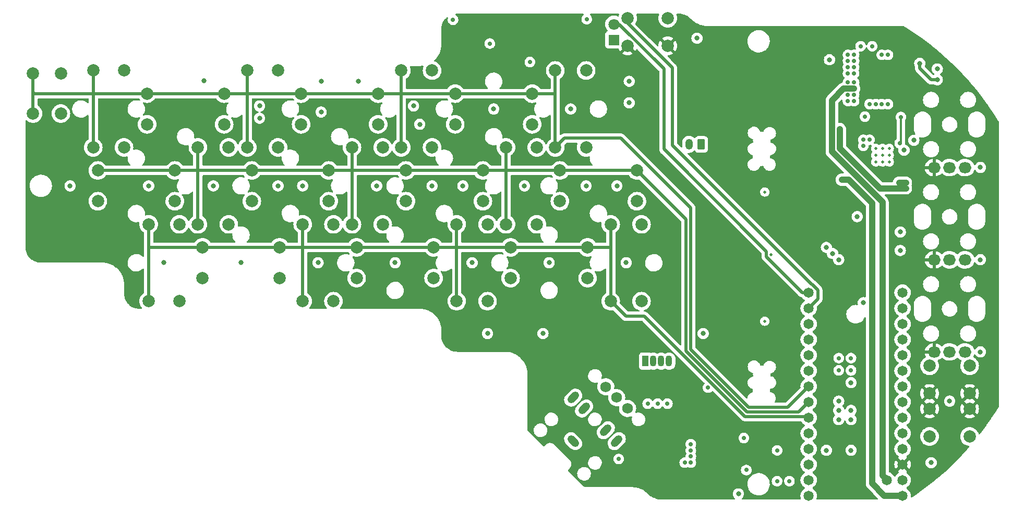
<source format=gbr>
%TF.GenerationSoftware,KiCad,Pcbnew,(6.0.10-0)*%
%TF.CreationDate,2024-08-14T10:58:16+02:00*%
%TF.ProjectId,MiniChord,4d696e69-4368-46f7-9264-2e6b69636164,rev?*%
%TF.SameCoordinates,Original*%
%TF.FileFunction,Copper,L2,Inr*%
%TF.FilePolarity,Positive*%
%FSLAX46Y46*%
G04 Gerber Fmt 4.6, Leading zero omitted, Abs format (unit mm)*
G04 Created by KiCad (PCBNEW (6.0.10-0)) date 2024-08-14 10:58:16*
%MOMM*%
%LPD*%
G01*
G04 APERTURE LIST*
G04 Aperture macros list*
%AMRoundRect*
0 Rectangle with rounded corners*
0 $1 Rounding radius*
0 $2 $3 $4 $5 $6 $7 $8 $9 X,Y pos of 4 corners*
0 Add a 4 corners polygon primitive as box body*
4,1,4,$2,$3,$4,$5,$6,$7,$8,$9,$2,$3,0*
0 Add four circle primitives for the rounded corners*
1,1,$1+$1,$2,$3*
1,1,$1+$1,$4,$5*
1,1,$1+$1,$6,$7*
1,1,$1+$1,$8,$9*
0 Add four rect primitives between the rounded corners*
20,1,$1+$1,$2,$3,$4,$5,0*
20,1,$1+$1,$4,$5,$6,$7,0*
20,1,$1+$1,$6,$7,$8,$9,0*
20,1,$1+$1,$8,$9,$2,$3,0*%
%AMHorizOval*
0 Thick line with rounded ends*
0 $1 width*
0 $2 $3 position (X,Y) of the first rounded end (center of the circle)*
0 $4 $5 position (X,Y) of the second rounded end (center of the circle)*
0 Add line between two ends*
20,1,$1,$2,$3,$4,$5,0*
0 Add two circle primitives to create the rounded ends*
1,1,$1,$2,$3*
1,1,$1,$4,$5*%
G04 Aperture macros list end*
%TA.AperFunction,ComponentPad*%
%ADD10C,2.000000*%
%TD*%
%TA.AperFunction,ComponentPad*%
%ADD11R,1.070000X1.800000*%
%TD*%
%TA.AperFunction,ComponentPad*%
%ADD12O,1.070000X1.800000*%
%TD*%
%TA.AperFunction,ComponentPad*%
%ADD13R,1.800000X1.800000*%
%TD*%
%TA.AperFunction,ComponentPad*%
%ADD14C,1.800000*%
%TD*%
%TA.AperFunction,ComponentPad*%
%ADD15O,2.050000X1.800000*%
%TD*%
%TA.AperFunction,ComponentPad*%
%ADD16C,0.500000*%
%TD*%
%TA.AperFunction,ComponentPad*%
%ADD17C,1.750000*%
%TD*%
%TA.AperFunction,ComponentPad*%
%ADD18HorizOval,1.200000X-0.353553X-0.353553X0.353553X0.353553X0*%
%TD*%
%TA.AperFunction,ComponentPad*%
%ADD19HorizOval,1.200000X0.353553X-0.353553X-0.353553X0.353553X0*%
%TD*%
%TA.AperFunction,ComponentPad*%
%ADD20HorizOval,1.200000X0.353553X0.353553X-0.353553X-0.353553X0*%
%TD*%
%TA.AperFunction,ComponentPad*%
%ADD21RoundRect,0.250000X0.350000X0.625000X-0.350000X0.625000X-0.350000X-0.625000X0.350000X-0.625000X0*%
%TD*%
%TA.AperFunction,ComponentPad*%
%ADD22O,1.200000X1.750000*%
%TD*%
%TA.AperFunction,ComponentPad*%
%ADD23C,1.650000*%
%TD*%
%TA.AperFunction,ViaPad*%
%ADD24C,0.800000*%
%TD*%
%TA.AperFunction,ViaPad*%
%ADD25C,0.700000*%
%TD*%
%TA.AperFunction,ViaPad*%
%ADD26C,0.500000*%
%TD*%
%TA.AperFunction,Conductor*%
%ADD27C,0.500000*%
%TD*%
%TA.AperFunction,Conductor*%
%ADD28C,1.000000*%
%TD*%
%TA.AperFunction,Conductor*%
%ADD29C,0.350000*%
%TD*%
G04 APERTURE END LIST*
D10*
%TO.N,Row 4*%
%TO.C,SW11*%
X75000000Y-91750000D03*
X75000000Y-104250000D03*
%TO.N,Read matrix 2*%
X70000000Y-91750000D03*
X70000000Y-104250000D03*
%TD*%
%TO.N,3.3V*%
%TO.C,SW26*%
X121250000Y-75250000D03*
X114750000Y-75250000D03*
%TO.N,Rythm*%
X121250000Y-70750000D03*
X114750000Y-70750000D03*
%TD*%
D11*
%TO.N,Net-(D2-Pad1)*%
%TO.C,D2*%
X117640000Y-126500000D03*
D12*
%TO.N,GND*%
X118910000Y-126500000D03*
%TO.N,Net-(D2-Pad3)*%
X120180000Y-126500000D03*
%TO.N,Net-(D2-Pad4)*%
X121450000Y-126500000D03*
%TD*%
D10*
%TO.N,Row 5*%
%TO.C,SW12*%
X91250000Y-100500000D03*
X78750000Y-100500000D03*
%TO.N,Read matrix 2*%
X91250000Y-95500000D03*
X78750000Y-95500000D03*
%TD*%
%TO.N,Row 1*%
%TO.C,SW15*%
X42000000Y-104250000D03*
X42000000Y-116750000D03*
%TO.N,Read matrix 3*%
X37000000Y-104250000D03*
X37000000Y-116750000D03*
%TD*%
%TO.N,Row 3*%
%TO.C,SW10*%
X66250000Y-100500000D03*
X53750000Y-100500000D03*
%TO.N,Read matrix 2*%
X66250000Y-95500000D03*
X53750000Y-95500000D03*
%TD*%
D13*
%TO.N,Net-(D1-Pad1)*%
%TO.C,D1*%
X112500000Y-74270000D03*
D14*
%TO.N,Rythm led*%
X112500000Y-71730000D03*
%TD*%
D10*
%TO.N,Row 7*%
%TO.C,SW21*%
X117000000Y-104250000D03*
X117000000Y-116750000D03*
%TO.N,Read matrix 3*%
X112000000Y-104250000D03*
X112000000Y-116750000D03*
%TD*%
%TO.N,Row 6*%
%TO.C,SW6*%
X99250000Y-88000000D03*
X86750000Y-88000000D03*
%TO.N,Read matrix 1*%
X99250000Y-83000000D03*
X86750000Y-83000000D03*
%TD*%
%TO.N,Row 7*%
%TO.C,SW14*%
X116250000Y-100500000D03*
X103750000Y-100500000D03*
%TO.N,Read matrix 2*%
X116250000Y-95500000D03*
X103750000Y-95500000D03*
%TD*%
%TO.N,Row 2*%
%TO.C,SW2*%
X49250000Y-88000000D03*
X36750000Y-88000000D03*
%TO.N,Read matrix 1*%
X49250000Y-83000000D03*
X36750000Y-83000000D03*
%TD*%
%TO.N,Row 3*%
%TO.C,SW17*%
X67000000Y-104250000D03*
X67000000Y-116750000D03*
%TO.N,Read matrix 3*%
X62000000Y-104250000D03*
X62000000Y-116750000D03*
%TD*%
D15*
%TO.N,3.3V*%
%TO.C,RV3*%
X164500000Y-95030000D03*
%TO.N,Chord*%
X167000000Y-95030000D03*
%TO.N,GND*%
X169500000Y-95030000D03*
%TD*%
D10*
%TO.N,Row 6*%
%TO.C,SW13*%
X100000000Y-91750000D03*
X100000000Y-104250000D03*
%TO.N,Read matrix 2*%
X95000000Y-91750000D03*
X95000000Y-104250000D03*
%TD*%
%TO.N,3.3V*%
%TO.C,SW24*%
X170250000Y-131750000D03*
X163750000Y-131750000D03*
%TO.N,Up pgm*%
X170250000Y-127250000D03*
X163750000Y-127250000D03*
%TD*%
%TO.N,Row 4*%
%TO.C,SW18*%
X83250000Y-113000000D03*
X70750000Y-113000000D03*
%TO.N,Read matrix 3*%
X83250000Y-108000000D03*
X70750000Y-108000000D03*
%TD*%
%TO.N,Row 2*%
%TO.C,SW16*%
X58250000Y-113000000D03*
X45750000Y-113000000D03*
%TO.N,Read matrix 3*%
X58250000Y-108000000D03*
X45750000Y-108000000D03*
%TD*%
%TO.N,Row 6*%
%TO.C,SW20*%
X108250000Y-113000000D03*
X95750000Y-113000000D03*
%TO.N,Read matrix 3*%
X108250000Y-108000000D03*
X95750000Y-108000000D03*
%TD*%
D15*
%TO.N,3.3V*%
%TO.C,RV2*%
X164500000Y-110030000D03*
%TO.N,Harp*%
X167000000Y-110030000D03*
%TO.N,GND*%
X169500000Y-110030000D03*
%TD*%
D10*
%TO.N,Row 4*%
%TO.C,SW4*%
X74250000Y-88000000D03*
X61750000Y-88000000D03*
%TO.N,Read matrix 1*%
X74250000Y-83000000D03*
X61750000Y-83000000D03*
%TD*%
%TO.N,Sharp*%
%TO.C,SW22*%
X22750000Y-79750000D03*
X22750000Y-86250000D03*
%TO.N,Read matrix 1*%
X18250000Y-79750000D03*
X18250000Y-86250000D03*
%TD*%
D16*
%TO.N,GND*%
%TO.C,U2*%
X156100000Y-93000000D03*
X157200000Y-94100000D03*
X157200000Y-91900000D03*
X156100000Y-91900000D03*
X156100000Y-94100000D03*
X155000000Y-93000000D03*
X155000000Y-94100000D03*
X155000000Y-91900000D03*
X157200000Y-93000000D03*
%TD*%
D10*
%TO.N,Row 5*%
%TO.C,SW5*%
X83000000Y-79250000D03*
X83000000Y-91750000D03*
%TO.N,Read matrix 1*%
X78000000Y-79250000D03*
X78000000Y-91750000D03*
%TD*%
%TO.N,Row 5*%
%TO.C,SW19*%
X92000000Y-104250000D03*
X92000000Y-116750000D03*
%TO.N,Read matrix 3*%
X87000000Y-104250000D03*
X87000000Y-116750000D03*
%TD*%
%TO.N,Row 2*%
%TO.C,SW9*%
X50000000Y-91750000D03*
X50000000Y-104250000D03*
%TO.N,Read matrix 2*%
X45000000Y-91750000D03*
X45000000Y-104250000D03*
%TD*%
D15*
%TO.N,3.3V*%
%TO.C,RV1*%
X164500000Y-125000000D03*
%TO.N,Mod*%
X167000000Y-125000000D03*
%TO.N,GND*%
X169500000Y-125000000D03*
%TD*%
D10*
%TO.N,Row 7*%
%TO.C,SW7*%
X108000000Y-79250000D03*
X108000000Y-91750000D03*
%TO.N,Read matrix 1*%
X103000000Y-79250000D03*
X103000000Y-91750000D03*
%TD*%
%TO.N,Row 3*%
%TO.C,SW3*%
X58000000Y-79250000D03*
X58000000Y-91750000D03*
%TO.N,Read matrix 1*%
X53000000Y-79250000D03*
X53000000Y-91750000D03*
%TD*%
D17*
%TO.N,VBAT*%
%TO.C,J2*%
X114738835Y-134196699D03*
%TO.N,EN*%
X112971068Y-132428932D03*
%TO.N,GND*%
X111203301Y-130661165D03*
D18*
%TO.N,Net-(C16-Pad1)*%
X105900000Y-132428932D03*
%TO.N,unconnected-(J2-PadRs)*%
X107667767Y-134196699D03*
D19*
%TO.N,GND*%
X105900000Y-139500000D03*
D20*
%TO.N,Net-(C17-Pad1)*%
X112971068Y-139500000D03*
%TO.N,unconnected-(J2-PadTs)*%
X111203301Y-137732233D03*
%TD*%
D10*
%TO.N,Row 1*%
%TO.C,SW1*%
X33000000Y-79250000D03*
X33000000Y-91750000D03*
%TO.N,Read matrix 1*%
X28000000Y-79250000D03*
X28000000Y-91750000D03*
%TD*%
%TO.N,3.3V*%
%TO.C,SW25*%
X163750000Y-134250000D03*
X170250000Y-134250000D03*
%TO.N,Down pgm*%
X163750000Y-138750000D03*
X170250000Y-138750000D03*
%TD*%
%TO.N,Row 1*%
%TO.C,SW8*%
X41250000Y-100500000D03*
X28750000Y-100500000D03*
%TO.N,Read matrix 2*%
X41250000Y-95500000D03*
X28750000Y-95500000D03*
%TD*%
D21*
%TO.N,GND*%
%TO.C,J3*%
X126700000Y-91255000D03*
D22*
%TO.N,VBAT*%
X124700000Y-91255000D03*
%TD*%
D23*
%TO.N,GND*%
%TO.C,U1*%
X144130000Y-148375000D03*
%TO.N,R led*%
X144130000Y-145835000D03*
%TO.N,G led*%
X144130000Y-143295000D03*
%TO.N,B led*%
X144130000Y-140755000D03*
%TO.N,_Mute*%
X144130000Y-138215000D03*
%TO.N,Read matrix 3*%
X144130000Y-135675000D03*
%TO.N,Read matrix 2*%
X144130000Y-133135000D03*
%TO.N,Read matrix 1*%
X144130000Y-130595000D03*
%TO.N,DIN*%
X144130000Y-128055000D03*
%TO.N,Down pgm*%
X144130000Y-125515000D03*
%TO.N,Up pgm*%
X144130000Y-122975000D03*
%TO.N,LBO*%
X144130000Y-120435000D03*
%TO.N,Rythm*%
X144130000Y-117895000D03*
%TO.N,Rythm led*%
X144130000Y-115355000D03*
%TO.N,Data matrix*%
X159370000Y-115355000D03*
%TO.N,Storage clock*%
X159370000Y-117895000D03*
%TO.N,Shift clock*%
X159370000Y-120435000D03*
%TO.N,Chord*%
X159370000Y-122975000D03*
%TO.N,Harp*%
X159370000Y-125515000D03*
%TO.N,Net-(R9-Pad1)*%
X159370000Y-128055000D03*
%TO.N,Net-(R10-Pad1)*%
X159370000Y-130595000D03*
%TO.N,LRCK*%
X159370000Y-133135000D03*
%TO.N,BCK*%
X159370000Y-135675000D03*
%TO.N,Mod*%
X159370000Y-138215000D03*
%TO.N,SCK*%
X159370000Y-140755000D03*
%TO.N,3.3V*%
X159370000Y-143295000D03*
%TO.N,GND*%
X159370000Y-145835000D03*
%TO.N,5V*%
X159370000Y-148375000D03*
%TO.N,VUSB*%
X156830000Y-145835000D03*
%TD*%
D24*
%TO.N,Net-(R4-Pad1)*%
X165000000Y-80750000D03*
X162155000Y-78095000D03*
%TO.N,GND*%
X165000000Y-79000000D03*
D25*
%TO.N,3.3V*%
X104000000Y-75000000D03*
X121700000Y-110200000D03*
X119000000Y-135900000D03*
X119000000Y-100500000D03*
X86525000Y-72925000D03*
D26*
X139525000Y-113775000D03*
D25*
X127662500Y-136600000D03*
X118000000Y-73200000D03*
X124000000Y-128400000D03*
X160400000Y-86500000D03*
X112700000Y-83100000D03*
X123475000Y-141925000D03*
%TO.N,B led*%
X121200000Y-133400000D03*
%TO.N,G led*%
X119600000Y-133400000D03*
%TO.N,R led*%
X118000000Y-133400000D03*
%TO.N,VBAT*%
X151500000Y-78707500D03*
X150500000Y-79707500D03*
X159900000Y-98400000D03*
X151500000Y-77707500D03*
X150500000Y-78707500D03*
X149200000Y-88800000D03*
X151500000Y-79707500D03*
X150500000Y-76707500D03*
X151500000Y-76707500D03*
X152550000Y-75300000D03*
X159900000Y-97500000D03*
X158800000Y-97500000D03*
X150500000Y-77707500D03*
X158800000Y-98400000D03*
%TO.N,GND*%
X125000000Y-143000000D03*
D24*
X52000000Y-110500000D03*
X113000000Y-98000000D03*
X153000000Y-117000000D03*
X92000000Y-122000000D03*
X159000000Y-105500000D03*
X55000000Y-85000000D03*
X147000000Y-141000000D03*
X108000000Y-98000000D03*
X149000000Y-110000000D03*
D26*
X137000000Y-99000000D03*
D24*
X167000000Y-133000000D03*
X127000000Y-122000000D03*
X39500000Y-110500000D03*
X46000000Y-80900000D03*
D25*
X156000000Y-76707500D03*
D24*
X161200000Y-90600500D03*
X88000000Y-98000000D03*
X37000000Y-98000000D03*
D25*
X149000000Y-126000000D03*
D24*
X151000000Y-134500000D03*
D25*
X127800000Y-130800000D03*
D24*
X83000000Y-98000000D03*
X152000000Y-103000000D03*
D25*
X141000000Y-146000000D03*
D24*
X62000000Y-98000000D03*
D25*
X156000000Y-84707500D03*
X155000000Y-84707500D03*
X151000000Y-128000000D03*
D24*
X151000000Y-130000000D03*
X159000000Y-108500000D03*
D25*
X98875000Y-77875000D03*
D24*
X101000000Y-122000000D03*
X151000000Y-136000000D03*
X65000000Y-86000000D03*
D25*
X151000000Y-126000000D03*
D26*
X137000000Y-120000000D03*
X138000000Y-109200000D03*
D24*
X93000000Y-85500000D03*
X58000000Y-98000000D03*
X149000000Y-134500000D03*
D25*
X125000000Y-140000000D03*
D24*
X147000000Y-108000000D03*
X55000000Y-87000000D03*
X172000000Y-110000000D03*
D25*
X124000000Y-143000000D03*
X157000000Y-84707500D03*
X86400000Y-71000000D03*
D24*
X77000000Y-110500000D03*
X80000000Y-85000000D03*
D25*
X157000000Y-76707500D03*
X92365000Y-74865000D03*
D24*
X24250000Y-98000000D03*
X149000000Y-133000000D03*
X151000000Y-141000000D03*
X81000000Y-88000000D03*
X71000000Y-81000000D03*
D25*
X125000000Y-141000000D03*
D24*
X147500000Y-77500000D03*
X47500000Y-98000000D03*
D25*
X133600000Y-139000000D03*
X139000000Y-146000000D03*
X125000000Y-142000000D03*
D24*
X126000000Y-74000000D03*
X105500000Y-85500000D03*
D25*
X139000000Y-141000000D03*
D24*
X164000000Y-143000000D03*
X115000000Y-81000000D03*
D25*
X153250000Y-86750000D03*
D24*
X114500000Y-110500000D03*
X115000000Y-84500000D03*
X74000000Y-98000000D03*
D25*
X113300000Y-142400000D03*
D24*
X89500000Y-110500000D03*
D25*
X149000000Y-128000000D03*
D24*
X65000000Y-81000000D03*
X149000000Y-136000000D03*
X172000000Y-95000000D03*
X98000000Y-98000000D03*
X172000000Y-125000000D03*
D25*
X154450000Y-75300000D03*
X108100000Y-70900000D03*
D24*
X148000000Y-109000000D03*
X102000000Y-110500000D03*
X64500000Y-110500000D03*
D25*
X154000000Y-84707500D03*
%TO.N,VUSB*%
X151500000Y-84207500D03*
X151500000Y-81207500D03*
X150500000Y-83207500D03*
X150500000Y-82207500D03*
X150500000Y-84207500D03*
X151500000Y-82207500D03*
X150500000Y-81207500D03*
X151500000Y-83207500D03*
%TO.N,5V*%
X149500000Y-97000000D03*
X154000000Y-90500000D03*
X153000000Y-91500000D03*
X153000000Y-90500000D03*
%TO.N,LBO*%
X158900000Y-91100000D03*
X159100000Y-86800000D03*
D24*
%TO.N,EN*%
X159600000Y-92200000D03*
D25*
%TO.N,DIN*%
X134000000Y-144200000D03*
D24*
%TO.N,SCK*%
X132725000Y-148075000D03*
%TD*%
D27*
%TO.N,Net-(R4-Pad1)*%
X162155000Y-78095000D02*
X162155000Y-78905000D01*
X162155000Y-78905000D02*
X164000000Y-80750000D01*
X164000000Y-80750000D02*
X165000000Y-80750000D01*
%TO.N,Read matrix 1*%
X28000000Y-83000000D02*
X28000000Y-91750000D01*
X104500000Y-90250000D02*
X103000000Y-91750000D01*
X18250000Y-82750000D02*
X18250000Y-86250000D01*
X36750000Y-83000000D02*
X28000000Y-83000000D01*
X134400000Y-134000000D02*
X125000000Y-124600000D01*
X78000000Y-79250000D02*
X78000000Y-91750000D01*
X140725000Y-134000000D02*
X134400000Y-134000000D01*
X28000000Y-83000000D02*
X18500000Y-83000000D01*
X18250000Y-79750000D02*
X18250000Y-82750000D01*
X125000000Y-101600000D02*
X113650000Y-90250000D01*
X36750000Y-83000000D02*
X103000000Y-83000000D01*
X18500000Y-83000000D02*
X18250000Y-82750000D01*
X53000000Y-79250000D02*
X53000000Y-91750000D01*
X125000000Y-124600000D02*
X125000000Y-101600000D01*
X144130000Y-130595000D02*
X140725000Y-134000000D01*
X103000000Y-79250000D02*
X103000000Y-91750000D01*
X28000000Y-79250000D02*
X28000000Y-83000000D01*
X113650000Y-90250000D02*
X104500000Y-90250000D01*
%TO.N,Read matrix 2*%
X28750000Y-95500000D02*
X116250000Y-95500000D01*
X141035660Y-134750000D02*
X134089340Y-134750000D01*
X124200000Y-103450000D02*
X116250000Y-95500000D01*
X141050660Y-134735000D02*
X141035660Y-134750000D01*
X95000000Y-91750000D02*
X95000000Y-104250000D01*
X134089340Y-134750000D02*
X124200000Y-124860660D01*
X70000000Y-91750000D02*
X70000000Y-104250000D01*
X124200000Y-124860660D02*
X124200000Y-103450000D01*
X144130000Y-133135000D02*
X142530000Y-134735000D01*
X142530000Y-134735000D02*
X141050660Y-134735000D01*
X45000000Y-91750000D02*
X45000000Y-104250000D01*
%TO.N,Read matrix 3*%
X108250000Y-108000000D02*
X112000000Y-108000000D01*
X37000000Y-104250000D02*
X37000000Y-108000000D01*
X112000000Y-104250000D02*
X112000000Y-108000000D01*
X114450000Y-119200000D02*
X117478680Y-119200000D01*
X112000000Y-108000000D02*
X112000000Y-116750000D01*
X62000000Y-104250000D02*
X62000000Y-116750000D01*
X133778680Y-135500000D02*
X143955000Y-135500000D01*
X143955000Y-135500000D02*
X144130000Y-135675000D01*
X117478680Y-119200000D02*
X133778680Y-135500000D01*
X112000000Y-116750000D02*
X114450000Y-119200000D01*
X45750000Y-108000000D02*
X108250000Y-108000000D01*
X37000000Y-108000000D02*
X45750000Y-108000000D01*
X37000000Y-108000000D02*
X37000000Y-116750000D01*
X87000000Y-104250000D02*
X87000000Y-116750000D01*
%TO.N,Rythm led*%
X137250000Y-108650000D02*
X137250000Y-109510661D01*
X112500000Y-71730000D02*
X113351321Y-71730000D01*
X113351321Y-71730000D02*
X120621321Y-79000000D01*
X143094339Y-115355000D02*
X144130000Y-115355000D01*
X137250000Y-109510661D02*
X143094339Y-115355000D01*
X120621321Y-92021321D02*
X137250000Y-108650000D01*
X120621321Y-79000000D02*
X120621321Y-92021321D01*
%TO.N,Rythm*%
X122000000Y-78800000D02*
X122000000Y-91400000D01*
X114750000Y-71550000D02*
X122000000Y-78800000D01*
X145600000Y-116425000D02*
X144130000Y-117895000D01*
X144678833Y-114030000D02*
X145600000Y-114951167D01*
X122000000Y-91400000D02*
X144630000Y-114030000D01*
X145600000Y-114951167D02*
X145600000Y-116425000D01*
X144630000Y-114030000D02*
X144678833Y-114030000D01*
X114750000Y-70750000D02*
X114750000Y-71550000D01*
D28*
%TO.N,VBAT*%
X149200000Y-91922055D02*
X155677945Y-98400000D01*
X155677945Y-98400000D02*
X158800000Y-98400000D01*
X159900000Y-97500000D02*
X158800000Y-97500000D01*
X159900000Y-98400000D02*
X158800000Y-98400000D01*
X149200000Y-88800000D02*
X149200000Y-91922055D01*
%TO.N,VUSB*%
X147900000Y-92460533D02*
X147900000Y-84100000D01*
X156100000Y-100660533D02*
X147900000Y-92460533D01*
X149792500Y-82207500D02*
X151500000Y-82207500D01*
X147900000Y-84100000D02*
X149792500Y-82207500D01*
X156100000Y-145105000D02*
X156100000Y-100660533D01*
X156830000Y-145835000D02*
X156100000Y-145105000D01*
%TO.N,5V*%
X150600989Y-97000000D02*
X149500000Y-97000000D01*
X156375000Y-148375000D02*
X154400000Y-146400000D01*
X159370000Y-148375000D02*
X156375000Y-148375000D01*
X154400000Y-146400000D02*
X154400000Y-100799011D01*
X154400000Y-100799011D02*
X150600989Y-97000000D01*
D29*
%TO.N,LBO*%
X159100000Y-86800000D02*
X159100000Y-90900000D01*
X159100000Y-90900000D02*
X158900000Y-91100000D01*
%TD*%
%TA.AperFunction,Conductor*%
%TO.N,3.3V*%
G36*
X119803899Y-70028502D02*
G01*
X119850392Y-70082158D01*
X119860496Y-70152432D01*
X119852187Y-70182718D01*
X119818765Y-70263407D01*
X119810895Y-70282406D01*
X119793560Y-70354613D01*
X119756703Y-70508133D01*
X119755465Y-70513289D01*
X119736835Y-70750000D01*
X119755465Y-70986711D01*
X119756619Y-70991518D01*
X119756620Y-70991524D01*
X119777975Y-71080471D01*
X119810895Y-71217594D01*
X119812788Y-71222165D01*
X119812789Y-71222167D01*
X119891545Y-71412301D01*
X119901760Y-71436963D01*
X119904346Y-71441183D01*
X120023241Y-71635202D01*
X120023245Y-71635208D01*
X120025824Y-71639416D01*
X120180031Y-71819969D01*
X120360584Y-71974176D01*
X120364792Y-71976755D01*
X120364798Y-71976759D01*
X120425128Y-72013729D01*
X120563037Y-72098240D01*
X120567607Y-72100133D01*
X120567611Y-72100135D01*
X120701739Y-72155692D01*
X120782406Y-72189105D01*
X120826467Y-72199683D01*
X121008476Y-72243380D01*
X121008482Y-72243381D01*
X121013289Y-72244535D01*
X121250000Y-72263165D01*
X121486711Y-72244535D01*
X121491518Y-72243381D01*
X121491524Y-72243380D01*
X121673533Y-72199683D01*
X121717594Y-72189105D01*
X121798261Y-72155692D01*
X121932389Y-72100135D01*
X121932393Y-72100133D01*
X121936963Y-72098240D01*
X122074872Y-72013729D01*
X122135202Y-71976759D01*
X122135208Y-71976755D01*
X122139416Y-71974176D01*
X122319969Y-71819969D01*
X122474176Y-71639416D01*
X122476755Y-71635208D01*
X122476759Y-71635202D01*
X122595654Y-71441183D01*
X122598240Y-71436963D01*
X122608456Y-71412301D01*
X122687211Y-71222167D01*
X122687212Y-71222165D01*
X122689105Y-71217594D01*
X122722025Y-71080471D01*
X122743380Y-70991524D01*
X122743381Y-70991518D01*
X122744535Y-70986711D01*
X122763165Y-70750000D01*
X122744535Y-70513289D01*
X122743298Y-70508133D01*
X122706440Y-70354613D01*
X122689105Y-70282406D01*
X122681236Y-70263407D01*
X122647813Y-70182718D01*
X122640224Y-70112128D01*
X122672003Y-70048641D01*
X122733062Y-70012414D01*
X122764222Y-70008500D01*
X123055773Y-70008500D01*
X123073140Y-70009703D01*
X123102042Y-70013725D01*
X123120531Y-70011002D01*
X123143559Y-70009745D01*
X123370204Y-70018157D01*
X123383572Y-70019368D01*
X123636384Y-70055943D01*
X123649546Y-70058570D01*
X123897031Y-70121830D01*
X123909824Y-70125838D01*
X124055687Y-70180214D01*
X124149176Y-70215066D01*
X124161485Y-70220418D01*
X124389983Y-70334600D01*
X124401652Y-70341230D01*
X124616720Y-70479079D01*
X124627592Y-70486895D01*
X124826779Y-70646843D01*
X124836777Y-70655788D01*
X124992284Y-70810598D01*
X125008789Y-70830851D01*
X125011131Y-70834427D01*
X125011135Y-70834432D01*
X125014501Y-70839571D01*
X125015284Y-70840240D01*
X125015851Y-70841097D01*
X125024300Y-70850381D01*
X125028091Y-70853435D01*
X125028096Y-70853439D01*
X125031150Y-70855899D01*
X125040248Y-70863981D01*
X125261427Y-71080471D01*
X125261434Y-71080477D01*
X125263476Y-71082476D01*
X125521825Y-71292912D01*
X125798254Y-71478961D01*
X125800755Y-71480332D01*
X125800756Y-71480332D01*
X126083392Y-71635202D01*
X126090469Y-71639080D01*
X126396044Y-71771939D01*
X126398758Y-71772835D01*
X126398765Y-71772838D01*
X126525518Y-71814700D01*
X126712443Y-71876435D01*
X127037039Y-71951700D01*
X127367138Y-71997111D01*
X127664666Y-72010679D01*
X127679827Y-72012294D01*
X127682649Y-72012769D01*
X127682653Y-72012769D01*
X127687448Y-72013576D01*
X127693793Y-72013653D01*
X127695140Y-72013670D01*
X127695143Y-72013670D01*
X127700000Y-72013729D01*
X127727624Y-72009773D01*
X127745486Y-72008500D01*
X159468689Y-72008500D01*
X159535290Y-72027541D01*
X160397966Y-72564719D01*
X160446795Y-72595124D01*
X160449696Y-72596986D01*
X160964322Y-72937374D01*
X161489419Y-73284688D01*
X161492275Y-73286634D01*
X162512728Y-74002585D01*
X162515530Y-74004609D01*
X163515965Y-74748282D01*
X163518710Y-74750382D01*
X163864994Y-75022851D01*
X164467647Y-75497041D01*
X164498343Y-75521194D01*
X164501020Y-75523360D01*
X164739714Y-75722012D01*
X165459183Y-76320787D01*
X165461809Y-76323034D01*
X166397726Y-77146429D01*
X166400290Y-77148748D01*
X167313283Y-77997517D01*
X167315781Y-77999905D01*
X167716339Y-78393312D01*
X168202827Y-78871115D01*
X168205094Y-78873342D01*
X168207515Y-78875785D01*
X169072641Y-79773393D01*
X169074964Y-79775872D01*
X169751542Y-80517533D01*
X169915083Y-80696806D01*
X169917377Y-80699391D01*
X170731903Y-81643002D01*
X170734126Y-81645649D01*
X170743498Y-81657128D01*
X171522510Y-82611302D01*
X171524613Y-82613952D01*
X172274792Y-83586067D01*
X172286222Y-83600878D01*
X172288286Y-83603631D01*
X172933568Y-84489002D01*
X173022482Y-84610998D01*
X173024476Y-84613813D01*
X173655323Y-85531226D01*
X173730792Y-85640978D01*
X173732700Y-85643835D01*
X174405887Y-86682749D01*
X174410600Y-86690023D01*
X174412425Y-86692928D01*
X174735739Y-87223218D01*
X174973081Y-87612501D01*
X174991500Y-87678092D01*
X174991500Y-133820942D01*
X174972895Y-133886838D01*
X174401600Y-134817907D01*
X174399777Y-134820789D01*
X173764697Y-135795038D01*
X173710103Y-135878788D01*
X173708183Y-135881647D01*
X172989873Y-136920376D01*
X172987876Y-136923181D01*
X172241453Y-137941886D01*
X172239380Y-137944636D01*
X171918076Y-138358906D01*
X171860522Y-138400476D01*
X171789630Y-138404330D01*
X171727908Y-138369246D01*
X171695993Y-138311097D01*
X171690262Y-138287223D01*
X171690260Y-138287217D01*
X171689105Y-138282406D01*
X171678153Y-138255965D01*
X171600135Y-138067611D01*
X171600133Y-138067607D01*
X171598240Y-138063037D01*
X171580238Y-138033660D01*
X171476759Y-137864798D01*
X171476755Y-137864792D01*
X171474176Y-137860584D01*
X171319969Y-137680031D01*
X171139416Y-137525824D01*
X171135208Y-137523245D01*
X171135202Y-137523241D01*
X170941183Y-137404346D01*
X170936963Y-137401760D01*
X170932393Y-137399867D01*
X170932389Y-137399865D01*
X170722167Y-137312789D01*
X170722165Y-137312788D01*
X170717594Y-137310895D01*
X170637391Y-137291640D01*
X170491524Y-137256620D01*
X170491518Y-137256619D01*
X170486711Y-137255465D01*
X170250000Y-137236835D01*
X170013289Y-137255465D01*
X170008482Y-137256619D01*
X170008476Y-137256620D01*
X169862609Y-137291640D01*
X169782406Y-137310895D01*
X169777835Y-137312788D01*
X169777833Y-137312789D01*
X169567611Y-137399865D01*
X169567607Y-137399867D01*
X169563037Y-137401760D01*
X169558817Y-137404346D01*
X169364798Y-137523241D01*
X169364792Y-137523245D01*
X169360584Y-137525824D01*
X169180031Y-137680031D01*
X169025824Y-137860584D01*
X169023245Y-137864792D01*
X169023241Y-137864798D01*
X168919762Y-138033660D01*
X168901760Y-138063037D01*
X168899867Y-138067607D01*
X168899865Y-138067611D01*
X168821847Y-138255965D01*
X168810895Y-138282406D01*
X168809326Y-138288943D01*
X168759058Y-138498325D01*
X168755465Y-138513289D01*
X168736835Y-138750000D01*
X168755465Y-138986711D01*
X168756619Y-138991518D01*
X168756620Y-138991524D01*
X168779959Y-139088735D01*
X168810895Y-139217594D01*
X168812788Y-139222165D01*
X168812789Y-139222167D01*
X168897743Y-139427264D01*
X168901760Y-139436963D01*
X168904346Y-139441183D01*
X169023241Y-139635202D01*
X169023245Y-139635208D01*
X169025824Y-139639416D01*
X169180031Y-139819969D01*
X169360584Y-139974176D01*
X169364792Y-139976755D01*
X169364798Y-139976759D01*
X169552038Y-140091500D01*
X169563037Y-140098240D01*
X169567607Y-140100133D01*
X169567611Y-140100135D01*
X169777833Y-140187211D01*
X169782406Y-140189105D01*
X169862609Y-140208360D01*
X170008476Y-140243380D01*
X170008482Y-140243381D01*
X170013289Y-140244535D01*
X170109974Y-140252144D01*
X170176314Y-140277429D01*
X170218454Y-140334567D01*
X170223013Y-140405417D01*
X170195283Y-140460301D01*
X169832697Y-140878456D01*
X169830406Y-140881027D01*
X168977264Y-141812236D01*
X168974903Y-141814743D01*
X168881653Y-141911102D01*
X168096626Y-142722298D01*
X168094252Y-142724684D01*
X167622982Y-143185754D01*
X167191499Y-143607897D01*
X167189005Y-143610271D01*
X166860911Y-143914167D01*
X166262477Y-144468464D01*
X166259966Y-144470727D01*
X165860945Y-144820551D01*
X165310286Y-145303316D01*
X165307666Y-145305550D01*
X164949607Y-145602556D01*
X164335624Y-146111847D01*
X164332993Y-146113969D01*
X163339237Y-146893435D01*
X163336534Y-146895495D01*
X162321894Y-147647476D01*
X162319151Y-147649452D01*
X161513759Y-148212919D01*
X161284287Y-148373462D01*
X161281438Y-148375397D01*
X160891096Y-148632891D01*
X160823219Y-148653705D01*
X160754865Y-148634518D01*
X160707734Y-148581421D01*
X160696194Y-148516732D01*
X160708115Y-148380475D01*
X160708594Y-148375000D01*
X160688258Y-148142556D01*
X160678515Y-148106195D01*
X160629290Y-147922484D01*
X160629289Y-147922482D01*
X160627867Y-147917174D01*
X160611377Y-147881811D01*
X160531582Y-147710690D01*
X160531579Y-147710685D01*
X160529256Y-147705703D01*
X160523667Y-147697721D01*
X160398581Y-147519079D01*
X160398579Y-147519076D01*
X160395422Y-147514568D01*
X160230432Y-147349578D01*
X160225924Y-147346421D01*
X160225921Y-147346419D01*
X160094875Y-147254660D01*
X160039297Y-147215744D01*
X160035293Y-147213877D01*
X159986531Y-147162736D01*
X159973095Y-147093023D01*
X159999482Y-147027112D01*
X160035188Y-146996172D01*
X160039297Y-146994256D01*
X160169596Y-146903020D01*
X160225921Y-146863581D01*
X160225924Y-146863579D01*
X160230432Y-146860422D01*
X160395422Y-146695432D01*
X160401350Y-146686967D01*
X160526099Y-146508806D01*
X160526102Y-146508801D01*
X160529256Y-146504297D01*
X160531579Y-146499315D01*
X160531582Y-146499310D01*
X160625544Y-146297808D01*
X160625545Y-146297806D01*
X160627867Y-146292826D01*
X160645404Y-146227379D01*
X160686834Y-146072759D01*
X160686834Y-146072757D01*
X160688258Y-146067444D01*
X160708594Y-145835000D01*
X160688258Y-145602556D01*
X160667752Y-145526026D01*
X160629290Y-145382484D01*
X160629289Y-145382482D01*
X160627867Y-145377174D01*
X160594468Y-145305550D01*
X160531582Y-145170690D01*
X160531579Y-145170685D01*
X160529256Y-145165703D01*
X160474794Y-145087923D01*
X160398581Y-144979079D01*
X160398579Y-144979076D01*
X160395422Y-144974568D01*
X160230432Y-144809578D01*
X160225924Y-144806421D01*
X160225921Y-144806419D01*
X160091506Y-144712301D01*
X160039297Y-144675744D01*
X160034887Y-144673688D01*
X159986030Y-144622449D01*
X159972593Y-144552735D01*
X159998979Y-144486824D01*
X160035019Y-144455594D01*
X160043551Y-144450668D01*
X160101000Y-144410441D01*
X160109375Y-144399964D01*
X160102307Y-144386517D01*
X159382812Y-143667022D01*
X159368868Y-143659408D01*
X159367035Y-143659539D01*
X159360420Y-143663790D01*
X158636972Y-144387238D01*
X158630542Y-144399013D01*
X158639838Y-144411028D01*
X158696449Y-144450668D01*
X158704981Y-144455594D01*
X158753973Y-144506979D01*
X158767406Y-144576693D01*
X158741017Y-144642603D01*
X158705175Y-144673659D01*
X158700703Y-144675744D01*
X158648494Y-144712301D01*
X158514079Y-144806419D01*
X158514076Y-144806421D01*
X158509568Y-144809578D01*
X158344578Y-144974568D01*
X158341421Y-144979076D01*
X158341419Y-144979079D01*
X158267793Y-145084228D01*
X158210744Y-145165703D01*
X158208877Y-145169707D01*
X158157736Y-145218469D01*
X158088023Y-145231905D01*
X158022112Y-145205518D01*
X157991172Y-145169812D01*
X157989256Y-145165703D01*
X157932207Y-145084228D01*
X157858581Y-144979079D01*
X157858579Y-144979076D01*
X157855422Y-144974568D01*
X157690432Y-144809578D01*
X157685924Y-144806421D01*
X157685921Y-144806419D01*
X157503806Y-144678901D01*
X157503801Y-144678898D01*
X157499297Y-144675744D01*
X157494315Y-144673421D01*
X157494310Y-144673418D01*
X157292808Y-144579456D01*
X157292806Y-144579455D01*
X157287826Y-144577133D01*
X157201888Y-144554106D01*
X157141266Y-144517154D01*
X157110244Y-144453293D01*
X157108500Y-144432399D01*
X157108500Y-143300475D01*
X158032387Y-143300475D01*
X158051758Y-143521877D01*
X158053661Y-143532672D01*
X158111182Y-143747344D01*
X158114928Y-143757636D01*
X158208852Y-143959059D01*
X158214335Y-143968554D01*
X158254559Y-144026000D01*
X158265036Y-144034375D01*
X158278483Y-144027307D01*
X158997978Y-143307812D01*
X159004356Y-143296132D01*
X159734408Y-143296132D01*
X159734539Y-143297965D01*
X159738790Y-143304580D01*
X160462238Y-144028028D01*
X160474013Y-144034458D01*
X160486028Y-144025162D01*
X160525665Y-143968554D01*
X160531148Y-143959059D01*
X160625072Y-143757636D01*
X160628818Y-143747344D01*
X160686339Y-143532672D01*
X160688242Y-143521877D01*
X160707613Y-143300475D01*
X160707613Y-143289525D01*
X160688242Y-143068123D01*
X160686339Y-143057328D01*
X160670978Y-143000000D01*
X163086496Y-143000000D01*
X163106458Y-143189928D01*
X163165473Y-143371556D01*
X163168776Y-143377278D01*
X163168777Y-143377279D01*
X163177412Y-143392235D01*
X163260960Y-143536944D01*
X163265378Y-143541851D01*
X163265379Y-143541852D01*
X163378083Y-143667022D01*
X163388747Y-143678866D01*
X163433716Y-143711538D01*
X163510448Y-143767287D01*
X163543248Y-143791118D01*
X163549276Y-143793802D01*
X163549278Y-143793803D01*
X163711681Y-143866109D01*
X163717712Y-143868794D01*
X163811112Y-143888647D01*
X163898056Y-143907128D01*
X163898061Y-143907128D01*
X163904513Y-143908500D01*
X164095487Y-143908500D01*
X164101939Y-143907128D01*
X164101944Y-143907128D01*
X164188888Y-143888647D01*
X164282288Y-143868794D01*
X164288319Y-143866109D01*
X164450722Y-143793803D01*
X164450724Y-143793802D01*
X164456752Y-143791118D01*
X164489553Y-143767287D01*
X164566284Y-143711538D01*
X164611253Y-143678866D01*
X164621917Y-143667022D01*
X164734621Y-143541852D01*
X164734622Y-143541851D01*
X164739040Y-143536944D01*
X164822588Y-143392235D01*
X164831223Y-143377279D01*
X164831224Y-143377278D01*
X164834527Y-143371556D01*
X164893542Y-143189928D01*
X164913504Y-143000000D01*
X164906195Y-142930461D01*
X164894232Y-142816635D01*
X164894232Y-142816633D01*
X164893542Y-142810072D01*
X164834527Y-142628444D01*
X164809340Y-142584818D01*
X164768290Y-142513719D01*
X164739040Y-142463056D01*
X164709881Y-142430671D01*
X164615675Y-142326045D01*
X164615674Y-142326044D01*
X164611253Y-142321134D01*
X164456752Y-142208882D01*
X164450724Y-142206198D01*
X164450722Y-142206197D01*
X164288319Y-142133891D01*
X164288318Y-142133891D01*
X164282288Y-142131206D01*
X164188887Y-142111353D01*
X164101944Y-142092872D01*
X164101939Y-142092872D01*
X164095487Y-142091500D01*
X163904513Y-142091500D01*
X163898061Y-142092872D01*
X163898056Y-142092872D01*
X163811113Y-142111353D01*
X163717712Y-142131206D01*
X163711682Y-142133891D01*
X163711681Y-142133891D01*
X163549278Y-142206197D01*
X163549276Y-142206198D01*
X163543248Y-142208882D01*
X163388747Y-142321134D01*
X163384326Y-142326044D01*
X163384325Y-142326045D01*
X163290120Y-142430671D01*
X163260960Y-142463056D01*
X163231710Y-142513719D01*
X163190661Y-142584818D01*
X163165473Y-142628444D01*
X163106458Y-142810072D01*
X163105768Y-142816633D01*
X163105768Y-142816635D01*
X163093805Y-142930461D01*
X163086496Y-143000000D01*
X160670978Y-143000000D01*
X160628818Y-142842656D01*
X160625072Y-142832364D01*
X160531148Y-142630941D01*
X160525665Y-142621446D01*
X160485441Y-142564000D01*
X160474964Y-142555625D01*
X160461517Y-142562693D01*
X159742022Y-143282188D01*
X159734408Y-143296132D01*
X159004356Y-143296132D01*
X159005592Y-143293868D01*
X159005461Y-143292035D01*
X159001210Y-143285420D01*
X158277762Y-142561972D01*
X158265987Y-142555542D01*
X158253972Y-142564838D01*
X158214335Y-142621446D01*
X158208852Y-142630941D01*
X158114928Y-142832364D01*
X158111182Y-142842656D01*
X158053661Y-143057328D01*
X158051758Y-143068123D01*
X158032387Y-143289525D01*
X158032387Y-143300475D01*
X157108500Y-143300475D01*
X157108500Y-140755000D01*
X158031406Y-140755000D01*
X158051742Y-140987444D01*
X158053166Y-140992757D01*
X158053166Y-140992759D01*
X158107680Y-141196206D01*
X158112133Y-141212826D01*
X158114455Y-141217806D01*
X158114456Y-141217808D01*
X158208418Y-141419310D01*
X158208421Y-141419315D01*
X158210744Y-141424297D01*
X158213900Y-141428804D01*
X158213901Y-141428806D01*
X158338166Y-141606274D01*
X158344578Y-141615432D01*
X158509568Y-141780422D01*
X158514076Y-141783579D01*
X158514079Y-141783581D01*
X158563656Y-141818295D01*
X158700703Y-141914256D01*
X158705113Y-141916312D01*
X158753970Y-141967551D01*
X158767407Y-142037265D01*
X158741021Y-142103176D01*
X158704981Y-142134406D01*
X158696449Y-142139332D01*
X158639000Y-142179559D01*
X158630625Y-142190036D01*
X158637693Y-142203483D01*
X159357188Y-142922978D01*
X159371132Y-142930592D01*
X159372965Y-142930461D01*
X159379580Y-142926210D01*
X160103028Y-142202762D01*
X160109458Y-142190987D01*
X160100162Y-142178972D01*
X160043551Y-142139332D01*
X160035019Y-142134406D01*
X159986027Y-142083021D01*
X159972594Y-142013307D01*
X159998983Y-141947397D01*
X160034825Y-141916341D01*
X160039297Y-141914256D01*
X160176344Y-141818295D01*
X160225921Y-141783581D01*
X160225924Y-141783579D01*
X160230432Y-141780422D01*
X160395422Y-141615432D01*
X160401835Y-141606274D01*
X160526099Y-141428806D01*
X160526100Y-141428804D01*
X160529256Y-141424297D01*
X160531579Y-141419315D01*
X160531582Y-141419310D01*
X160625544Y-141217808D01*
X160625545Y-141217806D01*
X160627867Y-141212826D01*
X160632321Y-141196206D01*
X160686834Y-140992759D01*
X160686834Y-140992757D01*
X160688258Y-140987444D01*
X160708594Y-140755000D01*
X160688258Y-140522556D01*
X160686777Y-140517029D01*
X160629290Y-140302484D01*
X160629289Y-140302482D01*
X160627867Y-140297174D01*
X160612008Y-140263165D01*
X160531582Y-140090690D01*
X160531579Y-140090685D01*
X160529256Y-140085703D01*
X160526099Y-140081194D01*
X160398581Y-139899079D01*
X160398579Y-139899076D01*
X160395422Y-139894568D01*
X160230432Y-139729578D01*
X160225924Y-139726421D01*
X160225921Y-139726419D01*
X160077194Y-139622280D01*
X160039297Y-139595744D01*
X160035293Y-139593877D01*
X159986531Y-139542736D01*
X159973095Y-139473023D01*
X159999482Y-139407112D01*
X160035188Y-139376172D01*
X160039297Y-139374256D01*
X160170728Y-139282227D01*
X160225921Y-139243581D01*
X160225924Y-139243579D01*
X160230432Y-139240422D01*
X160395422Y-139075432D01*
X160398601Y-139070893D01*
X160526099Y-138888806D01*
X160526100Y-138888804D01*
X160529256Y-138884297D01*
X160531579Y-138879315D01*
X160531582Y-138879310D01*
X160591880Y-138750000D01*
X162236835Y-138750000D01*
X162255465Y-138986711D01*
X162256619Y-138991518D01*
X162256620Y-138991524D01*
X162279959Y-139088735D01*
X162310895Y-139217594D01*
X162312788Y-139222165D01*
X162312789Y-139222167D01*
X162397743Y-139427264D01*
X162401760Y-139436963D01*
X162404346Y-139441183D01*
X162523241Y-139635202D01*
X162523245Y-139635208D01*
X162525824Y-139639416D01*
X162680031Y-139819969D01*
X162860584Y-139974176D01*
X162864792Y-139976755D01*
X162864798Y-139976759D01*
X163052038Y-140091500D01*
X163063037Y-140098240D01*
X163067607Y-140100133D01*
X163067611Y-140100135D01*
X163277833Y-140187211D01*
X163282406Y-140189105D01*
X163362609Y-140208360D01*
X163508476Y-140243380D01*
X163508482Y-140243381D01*
X163513289Y-140244535D01*
X163750000Y-140263165D01*
X163986711Y-140244535D01*
X163991518Y-140243381D01*
X163991524Y-140243380D01*
X164137391Y-140208360D01*
X164217594Y-140189105D01*
X164222167Y-140187211D01*
X164432389Y-140100135D01*
X164432393Y-140100133D01*
X164436963Y-140098240D01*
X164447962Y-140091500D01*
X164635202Y-139976759D01*
X164635208Y-139976755D01*
X164639416Y-139974176D01*
X164819969Y-139819969D01*
X164974176Y-139639416D01*
X164976755Y-139635208D01*
X164976759Y-139635202D01*
X165095654Y-139441183D01*
X165098240Y-139436963D01*
X165102258Y-139427264D01*
X165187211Y-139222167D01*
X165187212Y-139222165D01*
X165189105Y-139217594D01*
X165220041Y-139088735D01*
X165243380Y-138991524D01*
X165243381Y-138991518D01*
X165244535Y-138986711D01*
X165263165Y-138750000D01*
X165244535Y-138513289D01*
X165240943Y-138498325D01*
X165190674Y-138288943D01*
X165189105Y-138282406D01*
X165178153Y-138255965D01*
X165100135Y-138067611D01*
X165100133Y-138067607D01*
X165098240Y-138063037D01*
X165080238Y-138033660D01*
X164976759Y-137864798D01*
X164976755Y-137864792D01*
X164974176Y-137860584D01*
X164819969Y-137680031D01*
X164639416Y-137525824D01*
X164635208Y-137523245D01*
X164635202Y-137523241D01*
X164441183Y-137404346D01*
X164436963Y-137401760D01*
X164432393Y-137399867D01*
X164432389Y-137399865D01*
X164222167Y-137312789D01*
X164222165Y-137312788D01*
X164217594Y-137310895D01*
X164137391Y-137291640D01*
X163991524Y-137256620D01*
X163991518Y-137256619D01*
X163986711Y-137255465D01*
X163750000Y-137236835D01*
X163513289Y-137255465D01*
X163508482Y-137256619D01*
X163508476Y-137256620D01*
X163362609Y-137291640D01*
X163282406Y-137310895D01*
X163277835Y-137312788D01*
X163277833Y-137312789D01*
X163067611Y-137399865D01*
X163067607Y-137399867D01*
X163063037Y-137401760D01*
X163058817Y-137404346D01*
X162864798Y-137523241D01*
X162864792Y-137523245D01*
X162860584Y-137525824D01*
X162680031Y-137680031D01*
X162525824Y-137860584D01*
X162523245Y-137864792D01*
X162523241Y-137864798D01*
X162419762Y-138033660D01*
X162401760Y-138063037D01*
X162399867Y-138067607D01*
X162399865Y-138067611D01*
X162321847Y-138255965D01*
X162310895Y-138282406D01*
X162309326Y-138288943D01*
X162259058Y-138498325D01*
X162255465Y-138513289D01*
X162236835Y-138750000D01*
X160591880Y-138750000D01*
X160625544Y-138677808D01*
X160625545Y-138677806D01*
X160627867Y-138672826D01*
X160630154Y-138664293D01*
X160686834Y-138452759D01*
X160686834Y-138452757D01*
X160688258Y-138447444D01*
X160708594Y-138215000D01*
X160688258Y-137982556D01*
X160686834Y-137977241D01*
X160629290Y-137762484D01*
X160629289Y-137762482D01*
X160627867Y-137757174D01*
X160593646Y-137683787D01*
X160531582Y-137550690D01*
X160531579Y-137550685D01*
X160529256Y-137545703D01*
X160470290Y-137461491D01*
X160398581Y-137359079D01*
X160398579Y-137359076D01*
X160395422Y-137354568D01*
X160230432Y-137189578D01*
X160225924Y-137186421D01*
X160225921Y-137186419D01*
X160081930Y-137085596D01*
X160039297Y-137055744D01*
X160035293Y-137053877D01*
X159986531Y-137002736D01*
X159973095Y-136933023D01*
X159999482Y-136867112D01*
X160035188Y-136836172D01*
X160039297Y-136834256D01*
X160171952Y-136741370D01*
X160225921Y-136703581D01*
X160225924Y-136703579D01*
X160230432Y-136700422D01*
X160395422Y-136535432D01*
X160405405Y-136521176D01*
X160526099Y-136348806D01*
X160526100Y-136348804D01*
X160529256Y-136344297D01*
X160531579Y-136339315D01*
X160531582Y-136339310D01*
X160625544Y-136137808D01*
X160625545Y-136137806D01*
X160627867Y-136132826D01*
X160647825Y-136058344D01*
X160686834Y-135912759D01*
X160686834Y-135912757D01*
X160688258Y-135907444D01*
X160708594Y-135675000D01*
X160691767Y-135482670D01*
X162882160Y-135482670D01*
X162887887Y-135490320D01*
X163059042Y-135595205D01*
X163067837Y-135599687D01*
X163277988Y-135686734D01*
X163287373Y-135689783D01*
X163508554Y-135742885D01*
X163518301Y-135744428D01*
X163745070Y-135762275D01*
X163754930Y-135762275D01*
X163981699Y-135744428D01*
X163991446Y-135742885D01*
X164212627Y-135689783D01*
X164222012Y-135686734D01*
X164432163Y-135599687D01*
X164440958Y-135595205D01*
X164608445Y-135492568D01*
X164617400Y-135482670D01*
X169382160Y-135482670D01*
X169387887Y-135490320D01*
X169559042Y-135595205D01*
X169567837Y-135599687D01*
X169777988Y-135686734D01*
X169787373Y-135689783D01*
X170008554Y-135742885D01*
X170018301Y-135744428D01*
X170245070Y-135762275D01*
X170254930Y-135762275D01*
X170481699Y-135744428D01*
X170491446Y-135742885D01*
X170712627Y-135689783D01*
X170722012Y-135686734D01*
X170932163Y-135599687D01*
X170940958Y-135595205D01*
X171108445Y-135492568D01*
X171117907Y-135482110D01*
X171114124Y-135473334D01*
X170262812Y-134622022D01*
X170248868Y-134614408D01*
X170247035Y-134614539D01*
X170240420Y-134618790D01*
X169388920Y-135470290D01*
X169382160Y-135482670D01*
X164617400Y-135482670D01*
X164617907Y-135482110D01*
X164614124Y-135473334D01*
X163762812Y-134622022D01*
X163748868Y-134614408D01*
X163747035Y-134614539D01*
X163740420Y-134618790D01*
X162888920Y-135470290D01*
X162882160Y-135482670D01*
X160691767Y-135482670D01*
X160688258Y-135442556D01*
X160680830Y-135414834D01*
X160629290Y-135222484D01*
X160629289Y-135222482D01*
X160627867Y-135217174D01*
X160603860Y-135165690D01*
X160531582Y-135010690D01*
X160531579Y-135010685D01*
X160529256Y-135005703D01*
X160508350Y-134975846D01*
X160398581Y-134819079D01*
X160398579Y-134819076D01*
X160395422Y-134814568D01*
X160230432Y-134649578D01*
X160225924Y-134646421D01*
X160225921Y-134646419D01*
X160043801Y-134518898D01*
X160039297Y-134515744D01*
X160035293Y-134513877D01*
X159986531Y-134462736D01*
X159973095Y-134393023D01*
X159999482Y-134327112D01*
X160035188Y-134296172D01*
X160039297Y-134294256D01*
X160095461Y-134254930D01*
X162237725Y-134254930D01*
X162255572Y-134481699D01*
X162257115Y-134491446D01*
X162310217Y-134712627D01*
X162313266Y-134722012D01*
X162400313Y-134932163D01*
X162404795Y-134940958D01*
X162507432Y-135108445D01*
X162517890Y-135117907D01*
X162526666Y-135114124D01*
X163377978Y-134262812D01*
X163384356Y-134251132D01*
X164114408Y-134251132D01*
X164114539Y-134252965D01*
X164118790Y-134259580D01*
X164970290Y-135111080D01*
X164982670Y-135117840D01*
X164990320Y-135112113D01*
X165095205Y-134940958D01*
X165099687Y-134932163D01*
X165186734Y-134722012D01*
X165189783Y-134712627D01*
X165242885Y-134491446D01*
X165244428Y-134481699D01*
X165262275Y-134254930D01*
X168737725Y-134254930D01*
X168755572Y-134481699D01*
X168757115Y-134491446D01*
X168810217Y-134712627D01*
X168813266Y-134722012D01*
X168900313Y-134932163D01*
X168904795Y-134940958D01*
X169007432Y-135108445D01*
X169017890Y-135117907D01*
X169026666Y-135114124D01*
X169877978Y-134262812D01*
X169884356Y-134251132D01*
X170614408Y-134251132D01*
X170614539Y-134252965D01*
X170618790Y-134259580D01*
X171470290Y-135111080D01*
X171482670Y-135117840D01*
X171490320Y-135112113D01*
X171595205Y-134940958D01*
X171599687Y-134932163D01*
X171686734Y-134722012D01*
X171689783Y-134712627D01*
X171742885Y-134491446D01*
X171744428Y-134481699D01*
X171762275Y-134254930D01*
X171762275Y-134245070D01*
X171744428Y-134018301D01*
X171742885Y-134008554D01*
X171689783Y-133787373D01*
X171686734Y-133777988D01*
X171599687Y-133567837D01*
X171595205Y-133559042D01*
X171492568Y-133391555D01*
X171482110Y-133382093D01*
X171473334Y-133385876D01*
X170622022Y-134237188D01*
X170614408Y-134251132D01*
X169884356Y-134251132D01*
X169885592Y-134248868D01*
X169885461Y-134247035D01*
X169881210Y-134240420D01*
X169029710Y-133388920D01*
X169017330Y-133382160D01*
X169009680Y-133387887D01*
X168904795Y-133559042D01*
X168900313Y-133567837D01*
X168813266Y-133777988D01*
X168810217Y-133787373D01*
X168757115Y-134008554D01*
X168755572Y-134018301D01*
X168737725Y-134245070D01*
X168737725Y-134254930D01*
X165262275Y-134254930D01*
X165262275Y-134245070D01*
X165244428Y-134018301D01*
X165242885Y-134008554D01*
X165189783Y-133787373D01*
X165186734Y-133777988D01*
X165099687Y-133567837D01*
X165095205Y-133559042D01*
X164992568Y-133391555D01*
X164982110Y-133382093D01*
X164973334Y-133385876D01*
X164122022Y-134237188D01*
X164114408Y-134251132D01*
X163384356Y-134251132D01*
X163385592Y-134248868D01*
X163385461Y-134247035D01*
X163381210Y-134240420D01*
X162529710Y-133388920D01*
X162517330Y-133382160D01*
X162509680Y-133387887D01*
X162404795Y-133559042D01*
X162400313Y-133567837D01*
X162313266Y-133777988D01*
X162310217Y-133787373D01*
X162257115Y-134008554D01*
X162255572Y-134018301D01*
X162237725Y-134245070D01*
X162237725Y-134254930D01*
X160095461Y-134254930D01*
X160165500Y-134205888D01*
X160225921Y-134163581D01*
X160225924Y-134163579D01*
X160230432Y-134160422D01*
X160395422Y-133995432D01*
X160403837Y-133983415D01*
X160526099Y-133808806D01*
X160526100Y-133808804D01*
X160529256Y-133804297D01*
X160531579Y-133799315D01*
X160531582Y-133799310D01*
X160625544Y-133597808D01*
X160625545Y-133597806D01*
X160627867Y-133592826D01*
X160631445Y-133579475D01*
X160686834Y-133372759D01*
X160686834Y-133372757D01*
X160688258Y-133367444D01*
X160708594Y-133135000D01*
X160698087Y-133014903D01*
X162880806Y-133014903D01*
X162885877Y-133026667D01*
X163737188Y-133877978D01*
X163751132Y-133885592D01*
X163752965Y-133885461D01*
X163759580Y-133881210D01*
X164611080Y-133029710D01*
X164618695Y-133015765D01*
X164618134Y-133007925D01*
X164618502Y-133000000D01*
X166086496Y-133000000D01*
X166087186Y-133006565D01*
X166105282Y-133178736D01*
X166106458Y-133189928D01*
X166165473Y-133371556D01*
X166168776Y-133377278D01*
X166168777Y-133377279D01*
X166171595Y-133382160D01*
X166260960Y-133536944D01*
X166265378Y-133541851D01*
X166265379Y-133541852D01*
X166384325Y-133673955D01*
X166388747Y-133678866D01*
X166435402Y-133712763D01*
X166535425Y-133785434D01*
X166543248Y-133791118D01*
X166549276Y-133793802D01*
X166549278Y-133793803D01*
X166707784Y-133864374D01*
X166717712Y-133868794D01*
X166796124Y-133885461D01*
X166898056Y-133907128D01*
X166898061Y-133907128D01*
X166904513Y-133908500D01*
X167095487Y-133908500D01*
X167101939Y-133907128D01*
X167101944Y-133907128D01*
X167203876Y-133885461D01*
X167282288Y-133868794D01*
X167292216Y-133864374D01*
X167450722Y-133793803D01*
X167450724Y-133793802D01*
X167456752Y-133791118D01*
X167464576Y-133785434D01*
X167564598Y-133712763D01*
X167611253Y-133678866D01*
X167615675Y-133673955D01*
X167734621Y-133541852D01*
X167734622Y-133541851D01*
X167739040Y-133536944D01*
X167828405Y-133382160D01*
X167831223Y-133377279D01*
X167831224Y-133377278D01*
X167834527Y-133371556D01*
X167893542Y-133189928D01*
X167894719Y-133178736D01*
X167911938Y-133014903D01*
X169380806Y-133014903D01*
X169385877Y-133026667D01*
X170237188Y-133877978D01*
X170251132Y-133885592D01*
X170252965Y-133885461D01*
X170259580Y-133881210D01*
X171111080Y-133029710D01*
X171118695Y-133015765D01*
X171118134Y-133007925D01*
X171119194Y-132985097D01*
X171114123Y-132973333D01*
X170262812Y-132122022D01*
X170248868Y-132114408D01*
X170247035Y-132114539D01*
X170240420Y-132118790D01*
X169388920Y-132970290D01*
X169381305Y-132984235D01*
X169381866Y-132992075D01*
X169380806Y-133014903D01*
X167911938Y-133014903D01*
X167912814Y-133006565D01*
X167913504Y-133000000D01*
X167908200Y-132949534D01*
X167894232Y-132816635D01*
X167894232Y-132816633D01*
X167893542Y-132810072D01*
X167834527Y-132628444D01*
X167828444Y-132617907D01*
X167783210Y-132539561D01*
X167739040Y-132463056D01*
X167635650Y-132348229D01*
X167615675Y-132326045D01*
X167615674Y-132326044D01*
X167611253Y-132321134D01*
X167456752Y-132208882D01*
X167450724Y-132206198D01*
X167450722Y-132206197D01*
X167288319Y-132133891D01*
X167288318Y-132133891D01*
X167282288Y-132131206D01*
X167175621Y-132108533D01*
X167101944Y-132092872D01*
X167101939Y-132092872D01*
X167095487Y-132091500D01*
X166904513Y-132091500D01*
X166898061Y-132092872D01*
X166898056Y-132092872D01*
X166824379Y-132108533D01*
X166717712Y-132131206D01*
X166711682Y-132133891D01*
X166711681Y-132133891D01*
X166549278Y-132206197D01*
X166549276Y-132206198D01*
X166543248Y-132208882D01*
X166388747Y-132321134D01*
X166384326Y-132326044D01*
X166384325Y-132326045D01*
X166364351Y-132348229D01*
X166260960Y-132463056D01*
X166216790Y-132539561D01*
X166171557Y-132617907D01*
X166165473Y-132628444D01*
X166106458Y-132810072D01*
X166105768Y-132816633D01*
X166105768Y-132816635D01*
X166091800Y-132949534D01*
X166086496Y-133000000D01*
X164618502Y-133000000D01*
X164619194Y-132985097D01*
X164614123Y-132973333D01*
X163762812Y-132122022D01*
X163748868Y-132114408D01*
X163747035Y-132114539D01*
X163740420Y-132118790D01*
X162888920Y-132970290D01*
X162881305Y-132984235D01*
X162881866Y-132992075D01*
X162880806Y-133014903D01*
X160698087Y-133014903D01*
X160688258Y-132902556D01*
X160673872Y-132848867D01*
X160629290Y-132682484D01*
X160629289Y-132682482D01*
X160627867Y-132677174D01*
X160615073Y-132649737D01*
X160531582Y-132470690D01*
X160531579Y-132470685D01*
X160529256Y-132465703D01*
X160523966Y-132458148D01*
X160398581Y-132279079D01*
X160398579Y-132279076D01*
X160395422Y-132274568D01*
X160230432Y-132109578D01*
X160225924Y-132106421D01*
X160225921Y-132106419D01*
X160101174Y-132019071D01*
X160039297Y-131975744D01*
X160035293Y-131973877D01*
X159986531Y-131922736D01*
X159973095Y-131853023D01*
X159999482Y-131787112D01*
X160035188Y-131756172D01*
X160037852Y-131754930D01*
X162237725Y-131754930D01*
X162255572Y-131981699D01*
X162257115Y-131991446D01*
X162310217Y-132212627D01*
X162313266Y-132222012D01*
X162400313Y-132432163D01*
X162404795Y-132440958D01*
X162507432Y-132608445D01*
X162517890Y-132617907D01*
X162526666Y-132614124D01*
X163377978Y-131762812D01*
X163384356Y-131751132D01*
X164114408Y-131751132D01*
X164114539Y-131752965D01*
X164118790Y-131759580D01*
X164970290Y-132611080D01*
X164982670Y-132617840D01*
X164990320Y-132612113D01*
X165095205Y-132440958D01*
X165099687Y-132432163D01*
X165186734Y-132222012D01*
X165189783Y-132212627D01*
X165242885Y-131991446D01*
X165244428Y-131981699D01*
X165262275Y-131754930D01*
X168737725Y-131754930D01*
X168755572Y-131981699D01*
X168757115Y-131991446D01*
X168810217Y-132212627D01*
X168813266Y-132222012D01*
X168900313Y-132432163D01*
X168904795Y-132440958D01*
X169007432Y-132608445D01*
X169017890Y-132617907D01*
X169026666Y-132614124D01*
X169877978Y-131762812D01*
X169884356Y-131751132D01*
X170614408Y-131751132D01*
X170614539Y-131752965D01*
X170618790Y-131759580D01*
X171470290Y-132611080D01*
X171482670Y-132617840D01*
X171490320Y-132612113D01*
X171595205Y-132440958D01*
X171599687Y-132432163D01*
X171686734Y-132222012D01*
X171689783Y-132212627D01*
X171742885Y-131991446D01*
X171744428Y-131981699D01*
X171762275Y-131754930D01*
X171762275Y-131745070D01*
X171744428Y-131518301D01*
X171742885Y-131508554D01*
X171689783Y-131287373D01*
X171686734Y-131277988D01*
X171599687Y-131067837D01*
X171595205Y-131059042D01*
X171492568Y-130891555D01*
X171482110Y-130882093D01*
X171473334Y-130885876D01*
X170622022Y-131737188D01*
X170614408Y-131751132D01*
X169884356Y-131751132D01*
X169885592Y-131748868D01*
X169885461Y-131747035D01*
X169881210Y-131740420D01*
X169029710Y-130888920D01*
X169017330Y-130882160D01*
X169009680Y-130887887D01*
X168904795Y-131059042D01*
X168900313Y-131067837D01*
X168813266Y-131277988D01*
X168810217Y-131287373D01*
X168757115Y-131508554D01*
X168755572Y-131518301D01*
X168737725Y-131745070D01*
X168737725Y-131754930D01*
X165262275Y-131754930D01*
X165262275Y-131745070D01*
X165244428Y-131518301D01*
X165242885Y-131508554D01*
X165189783Y-131287373D01*
X165186734Y-131277988D01*
X165099687Y-131067837D01*
X165095205Y-131059042D01*
X164992568Y-130891555D01*
X164982110Y-130882093D01*
X164973334Y-130885876D01*
X164122022Y-131737188D01*
X164114408Y-131751132D01*
X163384356Y-131751132D01*
X163385592Y-131748868D01*
X163385461Y-131747035D01*
X163381210Y-131740420D01*
X162529710Y-130888920D01*
X162517330Y-130882160D01*
X162509680Y-130887887D01*
X162404795Y-131059042D01*
X162400313Y-131067837D01*
X162313266Y-131277988D01*
X162310217Y-131287373D01*
X162257115Y-131508554D01*
X162255572Y-131518301D01*
X162237725Y-131745070D01*
X162237725Y-131754930D01*
X160037852Y-131754930D01*
X160039297Y-131754256D01*
X160176051Y-131658500D01*
X160225921Y-131623581D01*
X160225924Y-131623579D01*
X160230432Y-131620422D01*
X160395422Y-131455432D01*
X160405175Y-131441504D01*
X160526099Y-131268806D01*
X160526100Y-131268804D01*
X160529256Y-131264297D01*
X160531579Y-131259315D01*
X160531582Y-131259310D01*
X160625544Y-131057808D01*
X160625545Y-131057806D01*
X160627867Y-131052826D01*
X160638245Y-131014097D01*
X160686834Y-130832759D01*
X160686834Y-130832757D01*
X160688258Y-130827444D01*
X160708594Y-130595000D01*
X160701848Y-130517890D01*
X162882093Y-130517890D01*
X162885876Y-130526666D01*
X163737188Y-131377978D01*
X163751132Y-131385592D01*
X163752965Y-131385461D01*
X163759580Y-131381210D01*
X164611080Y-130529710D01*
X164617534Y-130517890D01*
X169382093Y-130517890D01*
X169385876Y-130526666D01*
X170237188Y-131377978D01*
X170251132Y-131385592D01*
X170252965Y-131385461D01*
X170259580Y-131381210D01*
X171111080Y-130529710D01*
X171117840Y-130517330D01*
X171112113Y-130509680D01*
X170940958Y-130404795D01*
X170932163Y-130400313D01*
X170722012Y-130313266D01*
X170712627Y-130310217D01*
X170491446Y-130257115D01*
X170481699Y-130255572D01*
X170254930Y-130237725D01*
X170245070Y-130237725D01*
X170018301Y-130255572D01*
X170008554Y-130257115D01*
X169787373Y-130310217D01*
X169777988Y-130313266D01*
X169567837Y-130400313D01*
X169559042Y-130404795D01*
X169391555Y-130507432D01*
X169382093Y-130517890D01*
X164617534Y-130517890D01*
X164617840Y-130517330D01*
X164612113Y-130509680D01*
X164440958Y-130404795D01*
X164432163Y-130400313D01*
X164222012Y-130313266D01*
X164212627Y-130310217D01*
X163991446Y-130257115D01*
X163981699Y-130255572D01*
X163754930Y-130237725D01*
X163745070Y-130237725D01*
X163518301Y-130255572D01*
X163508554Y-130257115D01*
X163287373Y-130310217D01*
X163277988Y-130313266D01*
X163067837Y-130400313D01*
X163059042Y-130404795D01*
X162891555Y-130507432D01*
X162882093Y-130517890D01*
X160701848Y-130517890D01*
X160688258Y-130362556D01*
X160642496Y-130191771D01*
X160629290Y-130142484D01*
X160629289Y-130142482D01*
X160627867Y-130137174D01*
X160620779Y-130121974D01*
X160531582Y-129930690D01*
X160531579Y-129930685D01*
X160529256Y-129925703D01*
X160500238Y-129884261D01*
X160398581Y-129739079D01*
X160398579Y-129739076D01*
X160395422Y-129734568D01*
X160230432Y-129569578D01*
X160225924Y-129566421D01*
X160225921Y-129566419D01*
X160086469Y-129468774D01*
X160039297Y-129435744D01*
X160035293Y-129433877D01*
X159986531Y-129382736D01*
X159973095Y-129313023D01*
X159999482Y-129247112D01*
X160035188Y-129216172D01*
X160039297Y-129214256D01*
X160159864Y-129129834D01*
X160225921Y-129083581D01*
X160225924Y-129083579D01*
X160230432Y-129080422D01*
X160395422Y-128915432D01*
X160417253Y-128884255D01*
X160526099Y-128728806D01*
X160526100Y-128728804D01*
X160529256Y-128724297D01*
X160531579Y-128719315D01*
X160531582Y-128719310D01*
X160625544Y-128517808D01*
X160625545Y-128517806D01*
X160627867Y-128512826D01*
X160634702Y-128487320D01*
X160686834Y-128292759D01*
X160686834Y-128292757D01*
X160688258Y-128287444D01*
X160708594Y-128055000D01*
X160688258Y-127822556D01*
X160679831Y-127791106D01*
X160629290Y-127602484D01*
X160629289Y-127602482D01*
X160627867Y-127597174D01*
X160622485Y-127585632D01*
X160531582Y-127390690D01*
X160531579Y-127390685D01*
X160529256Y-127385703D01*
X160513644Y-127363407D01*
X160434236Y-127250000D01*
X162236835Y-127250000D01*
X162255465Y-127486711D01*
X162256619Y-127491518D01*
X162256620Y-127491524D01*
X162284928Y-127609432D01*
X162310895Y-127717594D01*
X162312788Y-127722165D01*
X162312789Y-127722167D01*
X162388429Y-127904778D01*
X162401760Y-127936963D01*
X162404346Y-127941183D01*
X162523241Y-128135202D01*
X162523245Y-128135208D01*
X162525824Y-128139416D01*
X162680031Y-128319969D01*
X162860584Y-128474176D01*
X162864792Y-128476755D01*
X162864798Y-128476759D01*
X162973682Y-128543483D01*
X163063037Y-128598240D01*
X163067607Y-128600133D01*
X163067611Y-128600135D01*
X163275535Y-128686259D01*
X163282406Y-128689105D01*
X163362609Y-128708360D01*
X163508476Y-128743380D01*
X163508482Y-128743381D01*
X163513289Y-128744535D01*
X163750000Y-128763165D01*
X163986711Y-128744535D01*
X163991518Y-128743381D01*
X163991524Y-128743380D01*
X164137391Y-128708360D01*
X164217594Y-128689105D01*
X164224465Y-128686259D01*
X164432389Y-128600135D01*
X164432393Y-128600133D01*
X164436963Y-128598240D01*
X164526318Y-128543483D01*
X164635202Y-128476759D01*
X164635208Y-128476755D01*
X164639416Y-128474176D01*
X164819969Y-128319969D01*
X164974176Y-128139416D01*
X164976755Y-128135208D01*
X164976759Y-128135202D01*
X165095654Y-127941183D01*
X165098240Y-127936963D01*
X165111572Y-127904778D01*
X165187211Y-127722167D01*
X165187212Y-127722165D01*
X165189105Y-127717594D01*
X165215072Y-127609432D01*
X165243380Y-127491524D01*
X165243381Y-127491518D01*
X165244535Y-127486711D01*
X165263165Y-127250000D01*
X165244535Y-127013289D01*
X165242163Y-127003406D01*
X165204887Y-126848142D01*
X165189105Y-126782406D01*
X165187211Y-126777833D01*
X165100135Y-126567611D01*
X165100133Y-126567607D01*
X165098240Y-126563037D01*
X165086317Y-126543581D01*
X165061605Y-126503254D01*
X165043067Y-126434720D01*
X165064523Y-126367043D01*
X165117288Y-126322537D01*
X165307363Y-126236915D01*
X165316669Y-126231735D01*
X165506024Y-126104253D01*
X165514307Y-126097594D01*
X165663966Y-125954827D01*
X165727062Y-125922280D01*
X165797739Y-125929012D01*
X165846102Y-125963416D01*
X165849660Y-125967516D01*
X165889493Y-126013419D01*
X165893619Y-126016802D01*
X165893623Y-126016806D01*
X165971231Y-126080440D01*
X166074333Y-126164978D01*
X166078969Y-126167617D01*
X166078972Y-126167619D01*
X166191608Y-126231735D01*
X166282066Y-126283227D01*
X166506753Y-126364784D01*
X166512002Y-126365733D01*
X166512005Y-126365734D01*
X166737885Y-126406580D01*
X166737893Y-126406581D01*
X166741969Y-126407318D01*
X166760359Y-126408185D01*
X166765544Y-126408430D01*
X166765551Y-126408430D01*
X166767032Y-126408500D01*
X167185012Y-126408500D01*
X167363175Y-126393383D01*
X167368339Y-126392043D01*
X167368343Y-126392042D01*
X167589375Y-126334673D01*
X167589380Y-126334671D01*
X167594540Y-126333332D01*
X167773796Y-126252583D01*
X167807619Y-126237347D01*
X167807622Y-126237346D01*
X167812480Y-126235157D01*
X168010762Y-126101666D01*
X168090265Y-126025824D01*
X168164293Y-125955205D01*
X168227390Y-125922658D01*
X168298067Y-125929390D01*
X168346430Y-125963794D01*
X168389493Y-126013419D01*
X168393619Y-126016802D01*
X168393623Y-126016806D01*
X168471231Y-126080440D01*
X168574333Y-126164978D01*
X168578969Y-126167617D01*
X168578972Y-126167619D01*
X168691608Y-126231735D01*
X168782066Y-126283227D01*
X168856090Y-126310096D01*
X168875156Y-126317017D01*
X168932364Y-126359062D01*
X168957760Y-126425361D01*
X168943280Y-126494865D01*
X168939598Y-126501291D01*
X168913683Y-126543581D01*
X168901760Y-126563037D01*
X168899867Y-126567607D01*
X168899865Y-126567611D01*
X168812789Y-126777833D01*
X168810895Y-126782406D01*
X168795113Y-126848142D01*
X168757838Y-127003406D01*
X168755465Y-127013289D01*
X168736835Y-127250000D01*
X168755465Y-127486711D01*
X168756619Y-127491518D01*
X168756620Y-127491524D01*
X168784928Y-127609432D01*
X168810895Y-127717594D01*
X168812788Y-127722165D01*
X168812789Y-127722167D01*
X168888429Y-127904778D01*
X168901760Y-127936963D01*
X168904346Y-127941183D01*
X169023241Y-128135202D01*
X169023245Y-128135208D01*
X169025824Y-128139416D01*
X169180031Y-128319969D01*
X169360584Y-128474176D01*
X169364792Y-128476755D01*
X169364798Y-128476759D01*
X169473682Y-128543483D01*
X169563037Y-128598240D01*
X169567607Y-128600133D01*
X169567611Y-128600135D01*
X169775535Y-128686259D01*
X169782406Y-128689105D01*
X169862609Y-128708360D01*
X170008476Y-128743380D01*
X170008482Y-128743381D01*
X170013289Y-128744535D01*
X170250000Y-128763165D01*
X170486711Y-128744535D01*
X170491518Y-128743381D01*
X170491524Y-128743380D01*
X170637391Y-128708360D01*
X170717594Y-128689105D01*
X170724465Y-128686259D01*
X170932389Y-128600135D01*
X170932393Y-128600133D01*
X170936963Y-128598240D01*
X171026318Y-128543483D01*
X171135202Y-128476759D01*
X171135208Y-128476755D01*
X171139416Y-128474176D01*
X171319969Y-128319969D01*
X171474176Y-128139416D01*
X171476755Y-128135208D01*
X171476759Y-128135202D01*
X171595654Y-127941183D01*
X171598240Y-127936963D01*
X171611572Y-127904778D01*
X171687211Y-127722167D01*
X171687212Y-127722165D01*
X171689105Y-127717594D01*
X171715072Y-127609432D01*
X171743380Y-127491524D01*
X171743381Y-127491518D01*
X171744535Y-127486711D01*
X171763165Y-127250000D01*
X171744535Y-127013289D01*
X171742163Y-127003406D01*
X171704887Y-126848142D01*
X171689105Y-126782406D01*
X171687211Y-126777833D01*
X171600135Y-126567611D01*
X171600133Y-126567607D01*
X171598240Y-126563037D01*
X171586317Y-126543581D01*
X171476759Y-126364798D01*
X171476755Y-126364792D01*
X171474176Y-126360584D01*
X171319969Y-126180031D01*
X171308302Y-126170066D01*
X171295382Y-126159032D01*
X171139416Y-126025824D01*
X171135208Y-126023245D01*
X171135202Y-126023241D01*
X170941183Y-125904346D01*
X170936963Y-125901760D01*
X170932393Y-125899867D01*
X170932389Y-125899865D01*
X170905578Y-125888760D01*
X170850297Y-125844212D01*
X170827876Y-125776849D01*
X170841479Y-125715246D01*
X170932314Y-125536586D01*
X170932314Y-125536585D01*
X170934733Y-125531828D01*
X170962369Y-125442826D01*
X171001672Y-125383700D01*
X171066701Y-125355210D01*
X171136810Y-125366400D01*
X171191820Y-125417190D01*
X171260960Y-125536944D01*
X171388747Y-125678866D01*
X171426040Y-125705961D01*
X171520479Y-125774575D01*
X171543248Y-125791118D01*
X171549276Y-125793802D01*
X171549278Y-125793803D01*
X171676225Y-125850323D01*
X171717712Y-125868794D01*
X171806822Y-125887735D01*
X171898056Y-125907128D01*
X171898061Y-125907128D01*
X171904513Y-125908500D01*
X172095487Y-125908500D01*
X172101939Y-125907128D01*
X172101944Y-125907128D01*
X172193178Y-125887735D01*
X172282288Y-125868794D01*
X172323775Y-125850323D01*
X172450722Y-125793803D01*
X172450724Y-125793802D01*
X172456752Y-125791118D01*
X172479522Y-125774575D01*
X172573960Y-125705961D01*
X172611253Y-125678866D01*
X172739040Y-125536944D01*
X172820548Y-125395768D01*
X172831223Y-125377279D01*
X172831224Y-125377278D01*
X172834527Y-125371556D01*
X172893542Y-125189928D01*
X172894689Y-125179020D01*
X172912814Y-125006565D01*
X172913504Y-125000000D01*
X172895630Y-124829934D01*
X172894232Y-124816635D01*
X172894232Y-124816633D01*
X172893542Y-124810072D01*
X172834527Y-124628444D01*
X172827492Y-124616258D01*
X172789789Y-124550956D01*
X172739040Y-124463056D01*
X172661044Y-124376432D01*
X172615675Y-124326045D01*
X172615674Y-124326044D01*
X172611253Y-124321134D01*
X172489979Y-124233023D01*
X172462094Y-124212763D01*
X172462093Y-124212762D01*
X172456752Y-124208882D01*
X172450724Y-124206198D01*
X172450722Y-124206197D01*
X172288319Y-124133891D01*
X172288318Y-124133891D01*
X172282288Y-124131206D01*
X172188887Y-124111353D01*
X172101944Y-124092872D01*
X172101939Y-124092872D01*
X172095487Y-124091500D01*
X171904513Y-124091500D01*
X171898061Y-124092872D01*
X171898056Y-124092872D01*
X171811113Y-124111353D01*
X171717712Y-124131206D01*
X171711682Y-124133891D01*
X171711681Y-124133891D01*
X171549278Y-124206197D01*
X171549276Y-124206198D01*
X171543248Y-124208882D01*
X171537907Y-124212762D01*
X171537906Y-124212763D01*
X171510021Y-124233023D01*
X171388747Y-124321134D01*
X171384326Y-124326044D01*
X171384325Y-124326045D01*
X171338957Y-124376432D01*
X171260960Y-124463056D01*
X171210211Y-124550956D01*
X171193318Y-124580215D01*
X171141935Y-124629208D01*
X171072222Y-124642644D01*
X171006311Y-124616258D01*
X170967007Y-124563497D01*
X170937815Y-124489578D01*
X170891171Y-124371467D01*
X170767168Y-124167117D01*
X170735916Y-124131102D01*
X170614007Y-123990614D01*
X170614005Y-123990612D01*
X170610507Y-123986581D01*
X170606381Y-123983198D01*
X170606377Y-123983194D01*
X170448898Y-123854070D01*
X170425667Y-123835022D01*
X170421031Y-123832383D01*
X170421028Y-123832381D01*
X170222577Y-123719416D01*
X170217934Y-123716773D01*
X169993247Y-123635216D01*
X169987998Y-123634267D01*
X169987995Y-123634266D01*
X169762115Y-123593420D01*
X169762107Y-123593419D01*
X169758031Y-123592682D01*
X169739641Y-123591815D01*
X169734456Y-123591570D01*
X169734449Y-123591570D01*
X169732968Y-123591500D01*
X169314988Y-123591500D01*
X169136825Y-123606617D01*
X169131661Y-123607957D01*
X169131657Y-123607958D01*
X168910625Y-123665327D01*
X168910620Y-123665329D01*
X168905460Y-123666668D01*
X168900594Y-123668860D01*
X168692381Y-123762653D01*
X168692378Y-123762654D01*
X168687520Y-123764843D01*
X168489238Y-123898334D01*
X168485381Y-123902013D01*
X168485379Y-123902015D01*
X168335707Y-124044795D01*
X168272610Y-124077342D01*
X168201933Y-124070610D01*
X168153570Y-124036206D01*
X168125259Y-124003581D01*
X168110507Y-123986581D01*
X168106381Y-123983198D01*
X168106377Y-123983194D01*
X167948898Y-123854070D01*
X167925667Y-123835022D01*
X167921031Y-123832383D01*
X167921028Y-123832381D01*
X167722577Y-123719416D01*
X167717934Y-123716773D01*
X167493247Y-123635216D01*
X167487998Y-123634267D01*
X167487995Y-123634266D01*
X167262115Y-123593420D01*
X167262107Y-123593419D01*
X167258031Y-123592682D01*
X167239641Y-123591815D01*
X167234456Y-123591570D01*
X167234449Y-123591570D01*
X167232968Y-123591500D01*
X166814988Y-123591500D01*
X166636825Y-123606617D01*
X166631661Y-123607957D01*
X166631657Y-123607958D01*
X166410625Y-123665327D01*
X166410620Y-123665329D01*
X166405460Y-123666668D01*
X166400594Y-123668860D01*
X166192381Y-123762653D01*
X166192378Y-123762654D01*
X166187520Y-123764843D01*
X165989238Y-123898334D01*
X165985381Y-123902013D01*
X165985379Y-123902015D01*
X165972894Y-123913925D01*
X165835708Y-124044795D01*
X165835346Y-124045140D01*
X165772249Y-124077687D01*
X165701573Y-124070956D01*
X165653209Y-124036551D01*
X165613658Y-123990974D01*
X165606028Y-123983553D01*
X165429512Y-123838820D01*
X165420745Y-123832794D01*
X165222367Y-123719871D01*
X165212703Y-123715405D01*
X164998132Y-123637519D01*
X164987865Y-123634749D01*
X164767647Y-123594927D01*
X164756661Y-123597598D01*
X164756487Y-123597780D01*
X164754000Y-123608043D01*
X164754000Y-125128000D01*
X164733998Y-125196121D01*
X164680342Y-125242614D01*
X164628000Y-125254000D01*
X163007718Y-125254000D01*
X162994187Y-125257973D01*
X162992662Y-125268580D01*
X163020413Y-125400840D01*
X163023473Y-125411037D01*
X163107316Y-125623341D01*
X163112050Y-125632879D01*
X163156397Y-125705961D01*
X163174636Y-125774575D01*
X163152884Y-125842157D01*
X163096897Y-125887735D01*
X163063037Y-125901760D01*
X163058817Y-125904346D01*
X162864798Y-126023241D01*
X162864792Y-126023245D01*
X162860584Y-126025824D01*
X162704618Y-126159032D01*
X162691699Y-126170066D01*
X162680031Y-126180031D01*
X162525824Y-126360584D01*
X162523245Y-126364792D01*
X162523241Y-126364798D01*
X162413683Y-126543581D01*
X162401760Y-126563037D01*
X162399867Y-126567607D01*
X162399865Y-126567611D01*
X162312789Y-126777833D01*
X162310895Y-126782406D01*
X162295113Y-126848142D01*
X162257838Y-127003406D01*
X162255465Y-127013289D01*
X162236835Y-127250000D01*
X160434236Y-127250000D01*
X160398581Y-127199079D01*
X160398579Y-127199076D01*
X160395422Y-127194568D01*
X160230432Y-127029578D01*
X160225924Y-127026421D01*
X160225921Y-127026419D01*
X160043801Y-126898898D01*
X160039297Y-126895744D01*
X160035293Y-126893877D01*
X159986531Y-126842736D01*
X159973095Y-126773023D01*
X159999482Y-126707112D01*
X160035188Y-126676172D01*
X160039297Y-126674256D01*
X160141648Y-126602589D01*
X160225921Y-126543581D01*
X160225924Y-126543579D01*
X160230432Y-126540422D01*
X160395422Y-126375432D01*
X160406885Y-126359062D01*
X160526099Y-126188806D01*
X160526100Y-126188804D01*
X160529256Y-126184297D01*
X160531579Y-126179315D01*
X160531582Y-126179310D01*
X160625544Y-125977808D01*
X160625545Y-125977806D01*
X160627867Y-125972826D01*
X160630389Y-125963416D01*
X160686834Y-125752759D01*
X160686834Y-125752757D01*
X160688258Y-125747444D01*
X160708594Y-125515000D01*
X160688258Y-125282556D01*
X160681160Y-125256066D01*
X160629290Y-125062484D01*
X160629289Y-125062482D01*
X160627867Y-125057174D01*
X160604268Y-125006565D01*
X160531582Y-124850690D01*
X160531579Y-124850685D01*
X160529256Y-124845703D01*
X160519725Y-124832091D01*
X160446870Y-124728043D01*
X162990700Y-124728043D01*
X162992896Y-124742207D01*
X163006081Y-124746000D01*
X164227885Y-124746000D01*
X164243124Y-124741525D01*
X164244329Y-124740135D01*
X164246000Y-124732452D01*
X164246000Y-123615970D01*
X164241690Y-123601291D01*
X164229811Y-123599229D01*
X164142228Y-123606660D01*
X164131742Y-123608452D01*
X163910789Y-123665801D01*
X163900761Y-123669333D01*
X163692637Y-123763085D01*
X163683331Y-123768265D01*
X163493976Y-123895747D01*
X163485693Y-123902406D01*
X163320522Y-124059971D01*
X163313470Y-124067942D01*
X163177210Y-124251082D01*
X163171606Y-124260119D01*
X163068149Y-124463606D01*
X163064148Y-124473459D01*
X162996456Y-124691461D01*
X162994172Y-124701848D01*
X162990700Y-124728043D01*
X160446870Y-124728043D01*
X160398581Y-124659079D01*
X160398579Y-124659076D01*
X160395422Y-124654568D01*
X160230432Y-124489578D01*
X160225924Y-124486421D01*
X160225921Y-124486419D01*
X160120772Y-124412793D01*
X160039297Y-124355744D01*
X160035293Y-124353877D01*
X159986531Y-124302736D01*
X159973095Y-124233023D01*
X159999482Y-124167112D01*
X160035188Y-124136172D01*
X160039297Y-124134256D01*
X160167061Y-124044795D01*
X160225921Y-124003581D01*
X160225924Y-124003579D01*
X160230432Y-124000422D01*
X160395422Y-123835432D01*
X160430071Y-123785949D01*
X160526099Y-123648806D01*
X160526100Y-123648804D01*
X160529256Y-123644297D01*
X160531579Y-123639315D01*
X160531582Y-123639310D01*
X160625544Y-123437808D01*
X160625545Y-123437806D01*
X160627867Y-123432826D01*
X160665060Y-123294022D01*
X160686834Y-123212759D01*
X160686834Y-123212757D01*
X160688258Y-123207444D01*
X160708594Y-122975000D01*
X160688258Y-122742556D01*
X160671192Y-122678866D01*
X160629290Y-122522484D01*
X160629289Y-122522482D01*
X160627867Y-122517174D01*
X160623918Y-122508705D01*
X160531582Y-122310690D01*
X160531579Y-122310685D01*
X160529256Y-122305703D01*
X160526099Y-122301194D01*
X160398581Y-122119079D01*
X160398579Y-122119076D01*
X160395422Y-122114568D01*
X160280854Y-122000000D01*
X162686502Y-122000000D01*
X162706457Y-122228087D01*
X162707881Y-122233400D01*
X162707881Y-122233402D01*
X162743216Y-122365271D01*
X162765716Y-122449243D01*
X162768039Y-122454224D01*
X162768039Y-122454225D01*
X162860151Y-122651762D01*
X162860154Y-122651767D01*
X162862477Y-122656749D01*
X162918838Y-122737241D01*
X162958444Y-122793803D01*
X162993802Y-122844300D01*
X163155700Y-123006198D01*
X163160208Y-123009355D01*
X163160211Y-123009357D01*
X163238389Y-123064098D01*
X163343251Y-123137523D01*
X163348233Y-123139846D01*
X163348238Y-123139849D01*
X163504596Y-123212759D01*
X163550757Y-123234284D01*
X163556065Y-123235706D01*
X163556067Y-123235707D01*
X163766598Y-123292119D01*
X163766600Y-123292119D01*
X163771913Y-123293543D01*
X163871480Y-123302254D01*
X163940149Y-123308262D01*
X163940156Y-123308262D01*
X163942873Y-123308500D01*
X164057127Y-123308500D01*
X164059844Y-123308262D01*
X164059851Y-123308262D01*
X164128520Y-123302254D01*
X164228087Y-123293543D01*
X164233400Y-123292119D01*
X164233402Y-123292119D01*
X164443933Y-123235707D01*
X164443935Y-123235706D01*
X164449243Y-123234284D01*
X164495404Y-123212759D01*
X164651762Y-123139849D01*
X164651767Y-123139846D01*
X164656749Y-123137523D01*
X164761611Y-123064098D01*
X164839789Y-123009357D01*
X164839792Y-123009355D01*
X164844300Y-123006198D01*
X165006198Y-122844300D01*
X165041557Y-122793803D01*
X165081162Y-122737241D01*
X165137523Y-122656749D01*
X165139846Y-122651767D01*
X165139849Y-122651762D01*
X165231961Y-122454225D01*
X165231961Y-122454224D01*
X165234284Y-122449243D01*
X165256785Y-122365271D01*
X165292119Y-122233402D01*
X165292119Y-122233400D01*
X165293543Y-122228087D01*
X165313498Y-122000000D01*
X168686502Y-122000000D01*
X168706457Y-122228087D01*
X168707881Y-122233400D01*
X168707881Y-122233402D01*
X168743216Y-122365271D01*
X168765716Y-122449243D01*
X168768039Y-122454224D01*
X168768039Y-122454225D01*
X168860151Y-122651762D01*
X168860154Y-122651767D01*
X168862477Y-122656749D01*
X168918838Y-122737241D01*
X168958444Y-122793803D01*
X168993802Y-122844300D01*
X169155700Y-123006198D01*
X169160208Y-123009355D01*
X169160211Y-123009357D01*
X169238389Y-123064098D01*
X169343251Y-123137523D01*
X169348233Y-123139846D01*
X169348238Y-123139849D01*
X169504596Y-123212759D01*
X169550757Y-123234284D01*
X169556065Y-123235706D01*
X169556067Y-123235707D01*
X169766598Y-123292119D01*
X169766600Y-123292119D01*
X169771913Y-123293543D01*
X169871480Y-123302254D01*
X169940149Y-123308262D01*
X169940156Y-123308262D01*
X169942873Y-123308500D01*
X170057127Y-123308500D01*
X170059844Y-123308262D01*
X170059851Y-123308262D01*
X170128520Y-123302254D01*
X170228087Y-123293543D01*
X170233400Y-123292119D01*
X170233402Y-123292119D01*
X170443933Y-123235707D01*
X170443935Y-123235706D01*
X170449243Y-123234284D01*
X170495404Y-123212759D01*
X170651762Y-123139849D01*
X170651767Y-123139846D01*
X170656749Y-123137523D01*
X170761611Y-123064098D01*
X170839789Y-123009357D01*
X170839792Y-123009355D01*
X170844300Y-123006198D01*
X171006198Y-122844300D01*
X171041557Y-122793803D01*
X171081162Y-122737241D01*
X171137523Y-122656749D01*
X171139846Y-122651767D01*
X171139849Y-122651762D01*
X171231961Y-122454225D01*
X171231961Y-122454224D01*
X171234284Y-122449243D01*
X171256785Y-122365271D01*
X171292119Y-122233402D01*
X171292119Y-122233400D01*
X171293543Y-122228087D01*
X171313498Y-122000000D01*
X171293543Y-121771913D01*
X171275614Y-121705000D01*
X171235707Y-121556067D01*
X171235706Y-121556065D01*
X171234284Y-121550757D01*
X171218703Y-121517343D01*
X171139849Y-121348238D01*
X171139846Y-121348233D01*
X171137523Y-121343251D01*
X171043437Y-121208882D01*
X171009357Y-121160211D01*
X171009355Y-121160208D01*
X171006198Y-121155700D01*
X170844300Y-120993802D01*
X170839792Y-120990645D01*
X170839789Y-120990643D01*
X170715684Y-120903744D01*
X170656749Y-120862477D01*
X170651767Y-120860154D01*
X170651762Y-120860151D01*
X170454225Y-120768039D01*
X170454224Y-120768039D01*
X170449243Y-120765716D01*
X170443935Y-120764294D01*
X170443933Y-120764293D01*
X170233402Y-120707881D01*
X170233400Y-120707881D01*
X170228087Y-120706457D01*
X170123433Y-120697301D01*
X170059851Y-120691738D01*
X170059844Y-120691738D01*
X170057127Y-120691500D01*
X169942873Y-120691500D01*
X169940156Y-120691738D01*
X169940149Y-120691738D01*
X169876567Y-120697301D01*
X169771913Y-120706457D01*
X169766600Y-120707881D01*
X169766598Y-120707881D01*
X169556067Y-120764293D01*
X169556065Y-120764294D01*
X169550757Y-120765716D01*
X169545776Y-120768039D01*
X169545775Y-120768039D01*
X169348238Y-120860151D01*
X169348233Y-120860154D01*
X169343251Y-120862477D01*
X169284316Y-120903744D01*
X169160211Y-120990643D01*
X169160208Y-120990645D01*
X169155700Y-120993802D01*
X168993802Y-121155700D01*
X168990645Y-121160208D01*
X168990643Y-121160211D01*
X168956563Y-121208882D01*
X168862477Y-121343251D01*
X168860154Y-121348233D01*
X168860151Y-121348238D01*
X168781297Y-121517343D01*
X168765716Y-121550757D01*
X168764294Y-121556065D01*
X168764293Y-121556067D01*
X168724386Y-121705000D01*
X168706457Y-121771913D01*
X168686502Y-122000000D01*
X165313498Y-122000000D01*
X165293543Y-121771913D01*
X165275614Y-121705000D01*
X165235707Y-121556067D01*
X165235706Y-121556065D01*
X165234284Y-121550757D01*
X165218703Y-121517343D01*
X165139849Y-121348238D01*
X165139846Y-121348233D01*
X165137523Y-121343251D01*
X165043437Y-121208882D01*
X165009357Y-121160211D01*
X165009355Y-121160208D01*
X165006198Y-121155700D01*
X164844300Y-120993802D01*
X164839792Y-120990645D01*
X164839789Y-120990643D01*
X164715684Y-120903744D01*
X164656749Y-120862477D01*
X164651767Y-120860154D01*
X164651762Y-120860151D01*
X164454225Y-120768039D01*
X164454224Y-120768039D01*
X164449243Y-120765716D01*
X164443935Y-120764294D01*
X164443933Y-120764293D01*
X164233402Y-120707881D01*
X164233400Y-120707881D01*
X164228087Y-120706457D01*
X164123433Y-120697301D01*
X164059851Y-120691738D01*
X164059844Y-120691738D01*
X164057127Y-120691500D01*
X163942873Y-120691500D01*
X163940156Y-120691738D01*
X163940149Y-120691738D01*
X163876567Y-120697301D01*
X163771913Y-120706457D01*
X163766600Y-120707881D01*
X163766598Y-120707881D01*
X163556067Y-120764293D01*
X163556065Y-120764294D01*
X163550757Y-120765716D01*
X163545776Y-120768039D01*
X163545775Y-120768039D01*
X163348238Y-120860151D01*
X163348233Y-120860154D01*
X163343251Y-120862477D01*
X163284316Y-120903744D01*
X163160211Y-120990643D01*
X163160208Y-120990645D01*
X163155700Y-120993802D01*
X162993802Y-121155700D01*
X162990645Y-121160208D01*
X162990643Y-121160211D01*
X162956563Y-121208882D01*
X162862477Y-121343251D01*
X162860154Y-121348233D01*
X162860151Y-121348238D01*
X162781297Y-121517343D01*
X162765716Y-121550757D01*
X162764294Y-121556065D01*
X162764293Y-121556067D01*
X162724386Y-121705000D01*
X162706457Y-121771913D01*
X162686502Y-122000000D01*
X160280854Y-122000000D01*
X160230432Y-121949578D01*
X160225924Y-121946421D01*
X160225921Y-121946419D01*
X160043801Y-121818898D01*
X160039297Y-121815744D01*
X160035293Y-121813877D01*
X159986531Y-121762736D01*
X159973095Y-121693023D01*
X159999482Y-121627112D01*
X160035188Y-121596172D01*
X160039297Y-121594256D01*
X160155984Y-121512551D01*
X160225921Y-121463581D01*
X160225924Y-121463579D01*
X160230432Y-121460422D01*
X160395422Y-121295432D01*
X160453308Y-121212763D01*
X160526099Y-121108806D01*
X160526100Y-121108804D01*
X160529256Y-121104297D01*
X160531579Y-121099315D01*
X160531582Y-121099310D01*
X160625544Y-120897808D01*
X160625545Y-120897806D01*
X160627867Y-120892826D01*
X160662308Y-120764293D01*
X160686834Y-120672759D01*
X160686834Y-120672757D01*
X160688258Y-120667444D01*
X160708594Y-120435000D01*
X160688258Y-120202556D01*
X160684847Y-120189825D01*
X160629290Y-119982484D01*
X160629289Y-119982482D01*
X160627867Y-119977174D01*
X160620065Y-119960442D01*
X160531582Y-119770690D01*
X160531579Y-119770685D01*
X160529256Y-119765703D01*
X160521786Y-119755035D01*
X160398581Y-119579079D01*
X160398579Y-119579076D01*
X160395422Y-119574568D01*
X160230432Y-119409578D01*
X160225924Y-119406421D01*
X160225921Y-119406419D01*
X160043801Y-119278898D01*
X160039297Y-119275744D01*
X160035293Y-119273877D01*
X159986531Y-119222736D01*
X159973095Y-119153023D01*
X159999482Y-119087112D01*
X160035188Y-119056172D01*
X160039297Y-119054256D01*
X160194997Y-118945234D01*
X160225921Y-118923581D01*
X160225924Y-118923579D01*
X160230432Y-118920422D01*
X160390842Y-118760012D01*
X161191500Y-118760012D01*
X161206617Y-118938175D01*
X161207957Y-118943339D01*
X161207958Y-118943343D01*
X161262341Y-119152867D01*
X161266668Y-119169540D01*
X161268860Y-119174406D01*
X161349190Y-119352731D01*
X161364843Y-119387480D01*
X161367822Y-119391904D01*
X161367822Y-119391905D01*
X161375589Y-119403441D01*
X161498334Y-119585762D01*
X161663326Y-119758718D01*
X161855100Y-119901402D01*
X161859851Y-119903818D01*
X161859855Y-119903820D01*
X162056819Y-120003961D01*
X162068172Y-120009733D01*
X162182312Y-120045174D01*
X162291349Y-120079032D01*
X162291355Y-120079033D01*
X162296452Y-120080616D01*
X162423883Y-120097506D01*
X162528127Y-120111323D01*
X162528131Y-120111323D01*
X162533411Y-120112023D01*
X162538740Y-120111823D01*
X162538741Y-120111823D01*
X162636509Y-120108152D01*
X162772274Y-120103055D01*
X162859915Y-120084666D01*
X163000984Y-120055067D01*
X163000987Y-120055066D01*
X163006211Y-120053970D01*
X163228533Y-119966171D01*
X163432883Y-119842168D01*
X163440760Y-119835333D01*
X163609386Y-119689007D01*
X163609388Y-119689005D01*
X163613419Y-119685507D01*
X163616802Y-119681381D01*
X163616806Y-119681377D01*
X163761593Y-119504795D01*
X163764978Y-119500667D01*
X163816516Y-119410129D01*
X163880584Y-119297577D01*
X163883227Y-119292934D01*
X163964784Y-119068247D01*
X163967314Y-119054256D01*
X164006580Y-118837115D01*
X164006581Y-118837107D01*
X164007318Y-118833031D01*
X164008500Y-118807968D01*
X164008500Y-118039690D01*
X165737037Y-118039690D01*
X165764025Y-118262715D01*
X165830082Y-118477435D01*
X165832652Y-118482415D01*
X165832654Y-118482419D01*
X165930546Y-118672081D01*
X165933118Y-118677064D01*
X166069877Y-118855292D01*
X166236036Y-119006485D01*
X166240783Y-119009463D01*
X166240786Y-119009465D01*
X166395513Y-119106524D01*
X166426344Y-119125864D01*
X166634783Y-119209656D01*
X166854767Y-119255213D01*
X166859378Y-119255479D01*
X166859379Y-119255479D01*
X166909952Y-119258395D01*
X166909956Y-119258395D01*
X166911775Y-119258500D01*
X167056999Y-119258500D01*
X167059786Y-119258251D01*
X167059792Y-119258251D01*
X167129929Y-119251991D01*
X167223762Y-119243617D01*
X167229176Y-119242136D01*
X167229181Y-119242135D01*
X167356912Y-119207191D01*
X167440451Y-119184337D01*
X167445509Y-119181925D01*
X167445513Y-119181923D01*
X167565426Y-119124727D01*
X167643218Y-119087622D01*
X167825654Y-118956529D01*
X167928067Y-118850847D01*
X167978089Y-118799229D01*
X167978091Y-118799226D01*
X167981992Y-118795201D01*
X168005638Y-118760012D01*
X169991500Y-118760012D01*
X170006617Y-118938175D01*
X170007957Y-118943339D01*
X170007958Y-118943343D01*
X170062341Y-119152867D01*
X170066668Y-119169540D01*
X170068860Y-119174406D01*
X170149190Y-119352731D01*
X170164843Y-119387480D01*
X170167822Y-119391904D01*
X170167822Y-119391905D01*
X170175589Y-119403441D01*
X170298334Y-119585762D01*
X170463326Y-119758718D01*
X170655100Y-119901402D01*
X170659851Y-119903818D01*
X170659855Y-119903820D01*
X170856819Y-120003961D01*
X170868172Y-120009733D01*
X170982312Y-120045174D01*
X171091349Y-120079032D01*
X171091355Y-120079033D01*
X171096452Y-120080616D01*
X171223883Y-120097506D01*
X171328127Y-120111323D01*
X171328131Y-120111323D01*
X171333411Y-120112023D01*
X171338740Y-120111823D01*
X171338741Y-120111823D01*
X171436509Y-120108152D01*
X171572274Y-120103055D01*
X171659915Y-120084666D01*
X171800984Y-120055067D01*
X171800987Y-120055066D01*
X171806211Y-120053970D01*
X172028533Y-119966171D01*
X172232883Y-119842168D01*
X172240760Y-119835333D01*
X172409386Y-119689007D01*
X172409388Y-119689005D01*
X172413419Y-119685507D01*
X172416802Y-119681381D01*
X172416806Y-119681377D01*
X172561593Y-119504795D01*
X172564978Y-119500667D01*
X172616516Y-119410129D01*
X172680584Y-119297577D01*
X172683227Y-119292934D01*
X172764784Y-119068247D01*
X172767314Y-119054256D01*
X172806580Y-118837115D01*
X172806581Y-118837107D01*
X172807318Y-118833031D01*
X172808500Y-118807968D01*
X172808500Y-117239988D01*
X172793383Y-117061825D01*
X172789666Y-117047503D01*
X172734673Y-116835625D01*
X172734671Y-116835620D01*
X172733332Y-116830460D01*
X172692086Y-116738898D01*
X172637347Y-116617381D01*
X172637346Y-116617378D01*
X172635157Y-116612520D01*
X172623085Y-116594588D01*
X172568351Y-116513289D01*
X172501666Y-116414238D01*
X172496193Y-116408500D01*
X172380495Y-116287218D01*
X172336674Y-116241282D01*
X172307166Y-116219327D01*
X172149182Y-116101784D01*
X172149183Y-116101784D01*
X172144900Y-116098598D01*
X172140149Y-116096182D01*
X172140145Y-116096180D01*
X171936586Y-115992686D01*
X171936585Y-115992686D01*
X171931828Y-115990267D01*
X171789362Y-115946030D01*
X171708651Y-115920968D01*
X171708645Y-115920967D01*
X171703548Y-115919384D01*
X171576117Y-115902494D01*
X171471873Y-115888677D01*
X171471869Y-115888677D01*
X171466589Y-115887977D01*
X171461260Y-115888177D01*
X171461259Y-115888177D01*
X171363491Y-115891848D01*
X171227726Y-115896945D01*
X171165340Y-115910035D01*
X170999016Y-115944933D01*
X170999013Y-115944934D01*
X170993789Y-115946030D01*
X170771467Y-116033829D01*
X170567117Y-116157832D01*
X170563087Y-116161329D01*
X170418013Y-116287218D01*
X170386581Y-116314493D01*
X170383198Y-116318619D01*
X170383194Y-116318623D01*
X170306571Y-116412072D01*
X170235022Y-116499333D01*
X170232383Y-116503969D01*
X170232381Y-116503972D01*
X170144198Y-116658887D01*
X170116773Y-116707066D01*
X170035216Y-116931753D01*
X170034267Y-116937002D01*
X170034266Y-116937005D01*
X169993420Y-117162885D01*
X169993419Y-117162893D01*
X169992682Y-117166969D01*
X169991500Y-117192032D01*
X169991500Y-118760012D01*
X168005638Y-118760012D01*
X168107290Y-118608738D01*
X168197588Y-118403033D01*
X168203766Y-118377303D01*
X168248722Y-118190046D01*
X168248722Y-118190045D01*
X168250032Y-118184589D01*
X168255160Y-118095654D01*
X168262640Y-117965917D01*
X168262640Y-117965914D01*
X168262963Y-117960310D01*
X168235975Y-117737285D01*
X168169918Y-117522565D01*
X168104798Y-117396396D01*
X168069454Y-117327919D01*
X168069454Y-117327918D01*
X168066882Y-117322936D01*
X167930123Y-117144708D01*
X167763964Y-116993515D01*
X167759217Y-116990537D01*
X167759214Y-116990535D01*
X167578405Y-116877115D01*
X167573656Y-116874136D01*
X167365217Y-116790344D01*
X167145233Y-116744787D01*
X167140622Y-116744521D01*
X167140621Y-116744521D01*
X167090048Y-116741605D01*
X167090044Y-116741605D01*
X167088225Y-116741500D01*
X166943001Y-116741500D01*
X166940214Y-116741749D01*
X166940208Y-116741749D01*
X166870071Y-116748009D01*
X166776238Y-116756383D01*
X166770824Y-116757864D01*
X166770819Y-116757865D01*
X166656262Y-116789205D01*
X166559549Y-116815663D01*
X166554491Y-116818075D01*
X166554487Y-116818077D01*
X166499588Y-116844263D01*
X166356782Y-116912378D01*
X166174346Y-117043471D01*
X166170439Y-117047503D01*
X166036316Y-117185907D01*
X166018008Y-117204799D01*
X165892710Y-117391262D01*
X165802412Y-117596967D01*
X165801103Y-117602418D01*
X165801102Y-117602422D01*
X165775457Y-117709242D01*
X165749968Y-117815411D01*
X165749020Y-117831858D01*
X165738027Y-118022526D01*
X165737037Y-118039690D01*
X164008500Y-118039690D01*
X164008500Y-117239988D01*
X163993383Y-117061825D01*
X163989666Y-117047503D01*
X163934673Y-116835625D01*
X163934671Y-116835620D01*
X163933332Y-116830460D01*
X163892086Y-116738898D01*
X163837347Y-116617381D01*
X163837346Y-116617378D01*
X163835157Y-116612520D01*
X163823085Y-116594588D01*
X163768351Y-116513289D01*
X163701666Y-116414238D01*
X163696193Y-116408500D01*
X163580495Y-116287218D01*
X163536674Y-116241282D01*
X163507166Y-116219327D01*
X163349182Y-116101784D01*
X163349183Y-116101784D01*
X163344900Y-116098598D01*
X163340149Y-116096182D01*
X163340145Y-116096180D01*
X163136586Y-115992686D01*
X163136585Y-115992686D01*
X163131828Y-115990267D01*
X162989362Y-115946030D01*
X162908651Y-115920968D01*
X162908645Y-115920967D01*
X162903548Y-115919384D01*
X162776117Y-115902494D01*
X162671873Y-115888677D01*
X162671869Y-115888677D01*
X162666589Y-115887977D01*
X162661260Y-115888177D01*
X162661259Y-115888177D01*
X162563491Y-115891848D01*
X162427726Y-115896945D01*
X162365340Y-115910035D01*
X162199016Y-115944933D01*
X162199013Y-115944934D01*
X162193789Y-115946030D01*
X161971467Y-116033829D01*
X161767117Y-116157832D01*
X161763087Y-116161329D01*
X161618013Y-116287218D01*
X161586581Y-116314493D01*
X161583198Y-116318619D01*
X161583194Y-116318623D01*
X161506571Y-116412072D01*
X161435022Y-116499333D01*
X161432383Y-116503969D01*
X161432381Y-116503972D01*
X161344198Y-116658887D01*
X161316773Y-116707066D01*
X161235216Y-116931753D01*
X161234267Y-116937002D01*
X161234266Y-116937005D01*
X161193420Y-117162885D01*
X161193419Y-117162893D01*
X161192682Y-117166969D01*
X161191500Y-117192032D01*
X161191500Y-118760012D01*
X160390842Y-118760012D01*
X160395422Y-118755432D01*
X160402490Y-118745339D01*
X160526099Y-118568806D01*
X160526100Y-118568804D01*
X160529256Y-118564297D01*
X160531579Y-118559315D01*
X160531582Y-118559310D01*
X160625544Y-118357808D01*
X160625545Y-118357806D01*
X160627867Y-118352826D01*
X160641892Y-118300486D01*
X160686834Y-118132759D01*
X160686834Y-118132757D01*
X160688258Y-118127444D01*
X160708594Y-117895000D01*
X160688258Y-117662556D01*
X160672145Y-117602422D01*
X160629290Y-117442484D01*
X160629289Y-117442482D01*
X160627867Y-117437174D01*
X160623491Y-117427789D01*
X160531582Y-117230690D01*
X160531579Y-117230685D01*
X160529256Y-117225703D01*
X160514619Y-117204799D01*
X160398581Y-117039079D01*
X160398579Y-117039076D01*
X160395422Y-117034568D01*
X160230432Y-116869578D01*
X160225924Y-116866421D01*
X160225921Y-116866419D01*
X160070889Y-116757865D01*
X160039297Y-116735744D01*
X160035293Y-116733877D01*
X159986531Y-116682736D01*
X159973095Y-116613023D01*
X159999482Y-116547112D01*
X160035188Y-116516172D01*
X160039297Y-116514256D01*
X160120772Y-116457207D01*
X160225921Y-116383581D01*
X160225924Y-116383579D01*
X160230432Y-116380422D01*
X160395422Y-116215432D01*
X160398582Y-116210920D01*
X160526099Y-116028806D01*
X160526100Y-116028804D01*
X160529256Y-116024297D01*
X160531579Y-116019315D01*
X160531582Y-116019310D01*
X160625544Y-115817808D01*
X160625545Y-115817806D01*
X160627867Y-115812826D01*
X160633258Y-115792709D01*
X160686834Y-115592759D01*
X160686834Y-115592757D01*
X160688258Y-115587444D01*
X160708594Y-115355000D01*
X160688258Y-115122556D01*
X160673262Y-115066589D01*
X160629290Y-114902484D01*
X160629289Y-114902482D01*
X160627867Y-114897174D01*
X160619236Y-114878664D01*
X160531582Y-114690690D01*
X160531579Y-114690685D01*
X160529256Y-114685703D01*
X160508982Y-114656749D01*
X160398581Y-114499079D01*
X160398579Y-114499076D01*
X160395422Y-114494568D01*
X160230432Y-114329578D01*
X160225924Y-114326421D01*
X160225921Y-114326419D01*
X160043806Y-114198901D01*
X160043804Y-114198900D01*
X160039297Y-114195744D01*
X160034315Y-114193421D01*
X160034310Y-114193418D01*
X159832808Y-114099456D01*
X159832806Y-114099455D01*
X159827826Y-114097133D01*
X159822518Y-114095711D01*
X159822516Y-114095710D01*
X159607759Y-114038166D01*
X159607757Y-114038166D01*
X159602444Y-114036742D01*
X159370000Y-114016406D01*
X159137556Y-114036742D01*
X159132243Y-114038166D01*
X159132241Y-114038166D01*
X158917484Y-114095710D01*
X158917482Y-114095711D01*
X158912174Y-114097133D01*
X158907194Y-114099455D01*
X158907192Y-114099456D01*
X158705690Y-114193418D01*
X158705685Y-114193421D01*
X158700703Y-114195744D01*
X158696196Y-114198900D01*
X158696194Y-114198901D01*
X158514079Y-114326419D01*
X158514076Y-114326421D01*
X158509568Y-114329578D01*
X158344578Y-114494568D01*
X158341421Y-114499076D01*
X158341419Y-114499079D01*
X158231018Y-114656749D01*
X158210744Y-114685703D01*
X158208421Y-114690685D01*
X158208418Y-114690690D01*
X158120764Y-114878664D01*
X158112133Y-114897174D01*
X158110711Y-114902482D01*
X158110710Y-114902484D01*
X158066738Y-115066589D01*
X158051742Y-115122556D01*
X158031406Y-115355000D01*
X158051742Y-115587444D01*
X158053166Y-115592757D01*
X158053166Y-115592759D01*
X158106743Y-115792709D01*
X158112133Y-115812826D01*
X158114455Y-115817806D01*
X158114456Y-115817808D01*
X158208418Y-116019310D01*
X158208421Y-116019315D01*
X158210744Y-116024297D01*
X158213900Y-116028804D01*
X158213901Y-116028806D01*
X158341419Y-116210920D01*
X158344578Y-116215432D01*
X158509568Y-116380422D01*
X158514076Y-116383579D01*
X158514079Y-116383581D01*
X158619228Y-116457207D01*
X158700703Y-116514256D01*
X158704707Y-116516123D01*
X158753469Y-116567264D01*
X158766905Y-116636977D01*
X158740518Y-116702888D01*
X158704812Y-116733828D01*
X158700703Y-116735744D01*
X158669111Y-116757865D01*
X158514079Y-116866419D01*
X158514076Y-116866421D01*
X158509568Y-116869578D01*
X158344578Y-117034568D01*
X158341421Y-117039076D01*
X158341419Y-117039079D01*
X158225381Y-117204799D01*
X158210744Y-117225703D01*
X158208421Y-117230685D01*
X158208418Y-117230690D01*
X158116509Y-117427789D01*
X158112133Y-117437174D01*
X158110711Y-117442482D01*
X158110710Y-117442484D01*
X158067855Y-117602422D01*
X158051742Y-117662556D01*
X158031406Y-117895000D01*
X158051742Y-118127444D01*
X158053166Y-118132757D01*
X158053166Y-118132759D01*
X158098109Y-118300486D01*
X158112133Y-118352826D01*
X158114455Y-118357806D01*
X158114456Y-118357808D01*
X158208418Y-118559310D01*
X158208421Y-118559315D01*
X158210744Y-118564297D01*
X158213900Y-118568804D01*
X158213901Y-118568806D01*
X158337511Y-118745339D01*
X158344578Y-118755432D01*
X158509568Y-118920422D01*
X158514076Y-118923579D01*
X158514079Y-118923581D01*
X158545003Y-118945234D01*
X158700703Y-119054256D01*
X158704707Y-119056123D01*
X158753469Y-119107264D01*
X158766905Y-119176977D01*
X158740518Y-119242888D01*
X158704812Y-119273828D01*
X158700703Y-119275744D01*
X158696199Y-119278898D01*
X158514079Y-119406419D01*
X158514076Y-119406421D01*
X158509568Y-119409578D01*
X158344578Y-119574568D01*
X158341421Y-119579076D01*
X158341419Y-119579079D01*
X158218214Y-119755035D01*
X158210744Y-119765703D01*
X158208421Y-119770685D01*
X158208418Y-119770690D01*
X158119935Y-119960442D01*
X158112133Y-119977174D01*
X158110711Y-119982482D01*
X158110710Y-119982484D01*
X158055153Y-120189825D01*
X158051742Y-120202556D01*
X158031406Y-120435000D01*
X158051742Y-120667444D01*
X158053166Y-120672757D01*
X158053166Y-120672759D01*
X158077693Y-120764293D01*
X158112133Y-120892826D01*
X158114455Y-120897806D01*
X158114456Y-120897808D01*
X158208418Y-121099310D01*
X158208421Y-121099315D01*
X158210744Y-121104297D01*
X158213900Y-121108804D01*
X158213901Y-121108806D01*
X158286693Y-121212763D01*
X158344578Y-121295432D01*
X158509568Y-121460422D01*
X158514076Y-121463579D01*
X158514079Y-121463581D01*
X158584016Y-121512551D01*
X158700703Y-121594256D01*
X158704707Y-121596123D01*
X158753469Y-121647264D01*
X158766905Y-121716977D01*
X158740518Y-121782888D01*
X158704812Y-121813828D01*
X158700703Y-121815744D01*
X158696199Y-121818898D01*
X158514079Y-121946419D01*
X158514076Y-121946421D01*
X158509568Y-121949578D01*
X158344578Y-122114568D01*
X158341421Y-122119076D01*
X158341419Y-122119079D01*
X158213901Y-122301194D01*
X158210744Y-122305703D01*
X158208421Y-122310685D01*
X158208418Y-122310690D01*
X158116082Y-122508705D01*
X158112133Y-122517174D01*
X158110711Y-122522482D01*
X158110710Y-122522484D01*
X158068808Y-122678866D01*
X158051742Y-122742556D01*
X158031406Y-122975000D01*
X158051742Y-123207444D01*
X158053166Y-123212757D01*
X158053166Y-123212759D01*
X158074941Y-123294022D01*
X158112133Y-123432826D01*
X158114455Y-123437806D01*
X158114456Y-123437808D01*
X158208418Y-123639310D01*
X158208421Y-123639315D01*
X158210744Y-123644297D01*
X158213900Y-123648804D01*
X158213901Y-123648806D01*
X158309930Y-123785949D01*
X158344578Y-123835432D01*
X158509568Y-124000422D01*
X158514076Y-124003579D01*
X158514079Y-124003581D01*
X158572939Y-124044795D01*
X158700703Y-124134256D01*
X158704707Y-124136123D01*
X158753469Y-124187264D01*
X158766905Y-124256977D01*
X158740518Y-124322888D01*
X158704812Y-124353828D01*
X158700703Y-124355744D01*
X158619228Y-124412793D01*
X158514079Y-124486419D01*
X158514076Y-124486421D01*
X158509568Y-124489578D01*
X158344578Y-124654568D01*
X158341421Y-124659076D01*
X158341419Y-124659079D01*
X158220275Y-124832091D01*
X158210744Y-124845703D01*
X158208421Y-124850685D01*
X158208418Y-124850690D01*
X158135732Y-125006565D01*
X158112133Y-125057174D01*
X158110711Y-125062482D01*
X158110710Y-125062484D01*
X158058840Y-125256066D01*
X158051742Y-125282556D01*
X158031406Y-125515000D01*
X158051742Y-125747444D01*
X158053166Y-125752757D01*
X158053166Y-125752759D01*
X158109612Y-125963416D01*
X158112133Y-125972826D01*
X158114455Y-125977806D01*
X158114456Y-125977808D01*
X158208418Y-126179310D01*
X158208421Y-126179315D01*
X158210744Y-126184297D01*
X158213900Y-126188804D01*
X158213901Y-126188806D01*
X158333116Y-126359062D01*
X158344578Y-126375432D01*
X158509568Y-126540422D01*
X158514076Y-126543579D01*
X158514079Y-126543581D01*
X158598352Y-126602589D01*
X158700703Y-126674256D01*
X158704707Y-126676123D01*
X158753469Y-126727264D01*
X158766905Y-126796977D01*
X158740518Y-126862888D01*
X158704812Y-126893828D01*
X158700703Y-126895744D01*
X158696199Y-126898898D01*
X158514079Y-127026419D01*
X158514076Y-127026421D01*
X158509568Y-127029578D01*
X158344578Y-127194568D01*
X158341421Y-127199076D01*
X158341419Y-127199079D01*
X158226356Y-127363407D01*
X158210744Y-127385703D01*
X158208421Y-127390685D01*
X158208418Y-127390690D01*
X158117515Y-127585632D01*
X158112133Y-127597174D01*
X158110711Y-127602482D01*
X158110710Y-127602484D01*
X158060169Y-127791106D01*
X158051742Y-127822556D01*
X158031406Y-128055000D01*
X158051742Y-128287444D01*
X158053166Y-128292757D01*
X158053166Y-128292759D01*
X158105299Y-128487320D01*
X158112133Y-128512826D01*
X158114455Y-128517806D01*
X158114456Y-128517808D01*
X158208418Y-128719310D01*
X158208421Y-128719315D01*
X158210744Y-128724297D01*
X158213900Y-128728804D01*
X158213901Y-128728806D01*
X158322748Y-128884255D01*
X158344578Y-128915432D01*
X158509568Y-129080422D01*
X158514076Y-129083579D01*
X158514079Y-129083581D01*
X158580136Y-129129834D01*
X158700703Y-129214256D01*
X158704707Y-129216123D01*
X158753469Y-129267264D01*
X158766905Y-129336977D01*
X158740518Y-129402888D01*
X158704812Y-129433828D01*
X158700703Y-129435744D01*
X158653531Y-129468774D01*
X158514079Y-129566419D01*
X158514076Y-129566421D01*
X158509568Y-129569578D01*
X158344578Y-129734568D01*
X158341421Y-129739076D01*
X158341419Y-129739079D01*
X158239762Y-129884261D01*
X158210744Y-129925703D01*
X158208421Y-129930685D01*
X158208418Y-129930690D01*
X158119221Y-130121974D01*
X158112133Y-130137174D01*
X158110711Y-130142482D01*
X158110710Y-130142484D01*
X158097504Y-130191771D01*
X158051742Y-130362556D01*
X158031406Y-130595000D01*
X158051742Y-130827444D01*
X158053166Y-130832757D01*
X158053166Y-130832759D01*
X158101756Y-131014097D01*
X158112133Y-131052826D01*
X158114455Y-131057806D01*
X158114456Y-131057808D01*
X158208418Y-131259310D01*
X158208421Y-131259315D01*
X158210744Y-131264297D01*
X158213900Y-131268804D01*
X158213901Y-131268806D01*
X158334826Y-131441504D01*
X158344578Y-131455432D01*
X158509568Y-131620422D01*
X158514076Y-131623579D01*
X158514079Y-131623581D01*
X158563949Y-131658500D01*
X158700703Y-131754256D01*
X158704707Y-131756123D01*
X158753469Y-131807264D01*
X158766905Y-131876977D01*
X158740518Y-131942888D01*
X158704812Y-131973828D01*
X158700703Y-131975744D01*
X158638826Y-132019071D01*
X158514079Y-132106419D01*
X158514076Y-132106421D01*
X158509568Y-132109578D01*
X158344578Y-132274568D01*
X158341421Y-132279076D01*
X158341419Y-132279079D01*
X158216034Y-132458148D01*
X158210744Y-132465703D01*
X158208421Y-132470685D01*
X158208418Y-132470690D01*
X158124927Y-132649737D01*
X158112133Y-132677174D01*
X158110711Y-132682482D01*
X158110710Y-132682484D01*
X158066128Y-132848867D01*
X158051742Y-132902556D01*
X158031406Y-133135000D01*
X158051742Y-133367444D01*
X158053166Y-133372757D01*
X158053166Y-133372759D01*
X158108556Y-133579475D01*
X158112133Y-133592826D01*
X158114455Y-133597806D01*
X158114456Y-133597808D01*
X158208418Y-133799310D01*
X158208421Y-133799315D01*
X158210744Y-133804297D01*
X158213900Y-133808804D01*
X158213901Y-133808806D01*
X158336164Y-133983415D01*
X158344578Y-133995432D01*
X158509568Y-134160422D01*
X158514076Y-134163579D01*
X158514079Y-134163581D01*
X158574500Y-134205888D01*
X158700703Y-134294256D01*
X158704707Y-134296123D01*
X158753469Y-134347264D01*
X158766905Y-134416977D01*
X158740518Y-134482888D01*
X158704812Y-134513828D01*
X158700703Y-134515744D01*
X158696199Y-134518898D01*
X158514079Y-134646419D01*
X158514076Y-134646421D01*
X158509568Y-134649578D01*
X158344578Y-134814568D01*
X158341421Y-134819076D01*
X158341419Y-134819079D01*
X158231650Y-134975846D01*
X158210744Y-135005703D01*
X158208421Y-135010685D01*
X158208418Y-135010690D01*
X158136140Y-135165690D01*
X158112133Y-135217174D01*
X158110711Y-135222482D01*
X158110710Y-135222484D01*
X158059170Y-135414834D01*
X158051742Y-135442556D01*
X158031406Y-135675000D01*
X158051742Y-135907444D01*
X158053166Y-135912757D01*
X158053166Y-135912759D01*
X158092176Y-136058344D01*
X158112133Y-136132826D01*
X158114455Y-136137806D01*
X158114456Y-136137808D01*
X158208418Y-136339310D01*
X158208421Y-136339315D01*
X158210744Y-136344297D01*
X158213900Y-136348804D01*
X158213901Y-136348806D01*
X158334596Y-136521176D01*
X158344578Y-136535432D01*
X158509568Y-136700422D01*
X158514076Y-136703579D01*
X158514079Y-136703581D01*
X158568048Y-136741370D01*
X158700703Y-136834256D01*
X158704707Y-136836123D01*
X158753469Y-136887264D01*
X158766905Y-136956977D01*
X158740518Y-137022888D01*
X158704812Y-137053828D01*
X158700703Y-137055744D01*
X158658070Y-137085596D01*
X158514079Y-137186419D01*
X158514076Y-137186421D01*
X158509568Y-137189578D01*
X158344578Y-137354568D01*
X158341421Y-137359076D01*
X158341419Y-137359079D01*
X158269710Y-137461491D01*
X158210744Y-137545703D01*
X158208421Y-137550685D01*
X158208418Y-137550690D01*
X158146354Y-137683787D01*
X158112133Y-137757174D01*
X158110711Y-137762482D01*
X158110710Y-137762484D01*
X158053166Y-137977241D01*
X158051742Y-137982556D01*
X158031406Y-138215000D01*
X158051742Y-138447444D01*
X158053166Y-138452757D01*
X158053166Y-138452759D01*
X158109847Y-138664293D01*
X158112133Y-138672826D01*
X158114455Y-138677806D01*
X158114456Y-138677808D01*
X158208418Y-138879310D01*
X158208421Y-138879315D01*
X158210744Y-138884297D01*
X158213900Y-138888804D01*
X158213901Y-138888806D01*
X158341400Y-139070893D01*
X158344578Y-139075432D01*
X158509568Y-139240422D01*
X158514076Y-139243579D01*
X158514079Y-139243581D01*
X158569272Y-139282227D01*
X158700703Y-139374256D01*
X158704707Y-139376123D01*
X158753469Y-139427264D01*
X158766905Y-139496977D01*
X158740518Y-139562888D01*
X158704812Y-139593828D01*
X158700703Y-139595744D01*
X158662806Y-139622280D01*
X158514079Y-139726419D01*
X158514076Y-139726421D01*
X158509568Y-139729578D01*
X158344578Y-139894568D01*
X158341421Y-139899076D01*
X158341419Y-139899079D01*
X158213901Y-140081194D01*
X158210744Y-140085703D01*
X158208421Y-140090685D01*
X158208418Y-140090690D01*
X158127992Y-140263165D01*
X158112133Y-140297174D01*
X158110711Y-140302482D01*
X158110710Y-140302484D01*
X158053223Y-140517029D01*
X158051742Y-140522556D01*
X158031406Y-140755000D01*
X157108500Y-140755000D01*
X157108500Y-114000000D01*
X162686502Y-114000000D01*
X162706457Y-114228087D01*
X162707881Y-114233400D01*
X162707881Y-114233402D01*
X162763000Y-114439105D01*
X162765716Y-114449243D01*
X162768039Y-114454224D01*
X162768039Y-114454225D01*
X162860151Y-114651762D01*
X162860154Y-114651767D01*
X162862477Y-114656749D01*
X162893983Y-114701744D01*
X162985930Y-114833057D01*
X162993802Y-114844300D01*
X163155700Y-115006198D01*
X163160208Y-115009355D01*
X163160211Y-115009357D01*
X163172893Y-115018237D01*
X163343251Y-115137523D01*
X163348233Y-115139846D01*
X163348238Y-115139849D01*
X163428965Y-115177492D01*
X163550757Y-115234284D01*
X163556065Y-115235706D01*
X163556067Y-115235707D01*
X163766598Y-115292119D01*
X163766600Y-115292119D01*
X163771913Y-115293543D01*
X163871480Y-115302254D01*
X163940149Y-115308262D01*
X163940156Y-115308262D01*
X163942873Y-115308500D01*
X164057127Y-115308500D01*
X164059844Y-115308262D01*
X164059851Y-115308262D01*
X164128520Y-115302254D01*
X164228087Y-115293543D01*
X164233400Y-115292119D01*
X164233402Y-115292119D01*
X164443933Y-115235707D01*
X164443935Y-115235706D01*
X164449243Y-115234284D01*
X164571035Y-115177492D01*
X164651762Y-115139849D01*
X164651767Y-115139846D01*
X164656749Y-115137523D01*
X164827107Y-115018237D01*
X164839789Y-115009357D01*
X164839792Y-115009355D01*
X164844300Y-115006198D01*
X165006198Y-114844300D01*
X165014071Y-114833057D01*
X165106017Y-114701744D01*
X165137523Y-114656749D01*
X165139846Y-114651767D01*
X165139849Y-114651762D01*
X165231961Y-114454225D01*
X165231961Y-114454224D01*
X165234284Y-114449243D01*
X165237001Y-114439105D01*
X165292119Y-114233402D01*
X165292119Y-114233400D01*
X165293543Y-114228087D01*
X165313498Y-114000000D01*
X168686502Y-114000000D01*
X168706457Y-114228087D01*
X168707881Y-114233400D01*
X168707881Y-114233402D01*
X168763000Y-114439105D01*
X168765716Y-114449243D01*
X168768039Y-114454224D01*
X168768039Y-114454225D01*
X168860151Y-114651762D01*
X168860154Y-114651767D01*
X168862477Y-114656749D01*
X168893983Y-114701744D01*
X168985930Y-114833057D01*
X168993802Y-114844300D01*
X169155700Y-115006198D01*
X169160208Y-115009355D01*
X169160211Y-115009357D01*
X169172893Y-115018237D01*
X169343251Y-115137523D01*
X169348233Y-115139846D01*
X169348238Y-115139849D01*
X169428965Y-115177492D01*
X169550757Y-115234284D01*
X169556065Y-115235706D01*
X169556067Y-115235707D01*
X169766598Y-115292119D01*
X169766600Y-115292119D01*
X169771913Y-115293543D01*
X169871480Y-115302254D01*
X169940149Y-115308262D01*
X169940156Y-115308262D01*
X169942873Y-115308500D01*
X170057127Y-115308500D01*
X170059844Y-115308262D01*
X170059851Y-115308262D01*
X170128520Y-115302254D01*
X170228087Y-115293543D01*
X170233400Y-115292119D01*
X170233402Y-115292119D01*
X170443933Y-115235707D01*
X170443935Y-115235706D01*
X170449243Y-115234284D01*
X170571035Y-115177492D01*
X170651762Y-115139849D01*
X170651767Y-115139846D01*
X170656749Y-115137523D01*
X170827107Y-115018237D01*
X170839789Y-115009357D01*
X170839792Y-115009355D01*
X170844300Y-115006198D01*
X171006198Y-114844300D01*
X171014071Y-114833057D01*
X171106017Y-114701744D01*
X171137523Y-114656749D01*
X171139846Y-114651767D01*
X171139849Y-114651762D01*
X171231961Y-114454225D01*
X171231961Y-114454224D01*
X171234284Y-114449243D01*
X171237001Y-114439105D01*
X171292119Y-114233402D01*
X171292119Y-114233400D01*
X171293543Y-114228087D01*
X171313498Y-114000000D01*
X171293543Y-113771913D01*
X171291062Y-113762653D01*
X171235707Y-113556067D01*
X171235706Y-113556065D01*
X171234284Y-113550757D01*
X171226631Y-113534345D01*
X171139849Y-113348238D01*
X171139846Y-113348233D01*
X171137523Y-113343251D01*
X171006198Y-113155700D01*
X170844300Y-112993802D01*
X170839792Y-112990645D01*
X170839789Y-112990643D01*
X170761611Y-112935902D01*
X170656749Y-112862477D01*
X170651767Y-112860154D01*
X170651762Y-112860151D01*
X170454225Y-112768039D01*
X170454224Y-112768039D01*
X170449243Y-112765716D01*
X170443935Y-112764294D01*
X170443933Y-112764293D01*
X170233402Y-112707881D01*
X170233400Y-112707881D01*
X170228087Y-112706457D01*
X170128520Y-112697746D01*
X170059851Y-112691738D01*
X170059844Y-112691738D01*
X170057127Y-112691500D01*
X169942873Y-112691500D01*
X169940156Y-112691738D01*
X169940149Y-112691738D01*
X169871480Y-112697746D01*
X169771913Y-112706457D01*
X169766600Y-112707881D01*
X169766598Y-112707881D01*
X169556067Y-112764293D01*
X169556065Y-112764294D01*
X169550757Y-112765716D01*
X169545776Y-112768039D01*
X169545775Y-112768039D01*
X169348238Y-112860151D01*
X169348233Y-112860154D01*
X169343251Y-112862477D01*
X169238389Y-112935902D01*
X169160211Y-112990643D01*
X169160208Y-112990645D01*
X169155700Y-112993802D01*
X168993802Y-113155700D01*
X168862477Y-113343251D01*
X168860154Y-113348233D01*
X168860151Y-113348238D01*
X168773369Y-113534345D01*
X168765716Y-113550757D01*
X168764294Y-113556065D01*
X168764293Y-113556067D01*
X168708938Y-113762653D01*
X168706457Y-113771913D01*
X168686502Y-114000000D01*
X165313498Y-114000000D01*
X165293543Y-113771913D01*
X165291062Y-113762653D01*
X165235707Y-113556067D01*
X165235706Y-113556065D01*
X165234284Y-113550757D01*
X165226631Y-113534345D01*
X165139849Y-113348238D01*
X165139846Y-113348233D01*
X165137523Y-113343251D01*
X165006198Y-113155700D01*
X164844300Y-112993802D01*
X164839792Y-112990645D01*
X164839789Y-112990643D01*
X164761611Y-112935902D01*
X164656749Y-112862477D01*
X164651767Y-112860154D01*
X164651762Y-112860151D01*
X164454225Y-112768039D01*
X164454224Y-112768039D01*
X164449243Y-112765716D01*
X164443935Y-112764294D01*
X164443933Y-112764293D01*
X164233402Y-112707881D01*
X164233400Y-112707881D01*
X164228087Y-112706457D01*
X164128520Y-112697746D01*
X164059851Y-112691738D01*
X164059844Y-112691738D01*
X164057127Y-112691500D01*
X163942873Y-112691500D01*
X163940156Y-112691738D01*
X163940149Y-112691738D01*
X163871480Y-112697746D01*
X163771913Y-112706457D01*
X163766600Y-112707881D01*
X163766598Y-112707881D01*
X163556067Y-112764293D01*
X163556065Y-112764294D01*
X163550757Y-112765716D01*
X163545776Y-112768039D01*
X163545775Y-112768039D01*
X163348238Y-112860151D01*
X163348233Y-112860154D01*
X163343251Y-112862477D01*
X163238389Y-112935902D01*
X163160211Y-112990643D01*
X163160208Y-112990645D01*
X163155700Y-112993802D01*
X162993802Y-113155700D01*
X162862477Y-113343251D01*
X162860154Y-113348233D01*
X162860151Y-113348238D01*
X162773369Y-113534345D01*
X162765716Y-113550757D01*
X162764294Y-113556065D01*
X162764293Y-113556067D01*
X162708938Y-113762653D01*
X162706457Y-113771913D01*
X162686502Y-114000000D01*
X157108500Y-114000000D01*
X157108500Y-110298580D01*
X162992662Y-110298580D01*
X163020413Y-110430840D01*
X163023473Y-110441037D01*
X163107315Y-110653340D01*
X163112049Y-110662876D01*
X163230468Y-110858025D01*
X163236734Y-110866618D01*
X163386342Y-111039027D01*
X163393972Y-111046447D01*
X163570488Y-111191180D01*
X163579255Y-111197206D01*
X163777633Y-111310129D01*
X163787297Y-111314595D01*
X164001868Y-111392481D01*
X164012135Y-111395251D01*
X164232353Y-111435073D01*
X164243339Y-111432402D01*
X164243513Y-111432220D01*
X164246000Y-111421957D01*
X164246000Y-111414030D01*
X164754000Y-111414030D01*
X164758310Y-111428709D01*
X164770189Y-111430771D01*
X164857772Y-111423340D01*
X164868258Y-111421548D01*
X165089211Y-111364199D01*
X165099239Y-111360667D01*
X165307363Y-111266915D01*
X165316669Y-111261735D01*
X165506024Y-111134253D01*
X165514307Y-111127594D01*
X165663966Y-110984827D01*
X165727062Y-110952280D01*
X165797739Y-110959012D01*
X165846102Y-110993416D01*
X165868222Y-111018906D01*
X165889493Y-111043419D01*
X165893619Y-111046802D01*
X165893623Y-111046806D01*
X165935465Y-111081114D01*
X166074333Y-111194978D01*
X166078969Y-111197617D01*
X166078972Y-111197619D01*
X166162033Y-111244900D01*
X166282066Y-111313227D01*
X166506753Y-111394784D01*
X166512002Y-111395733D01*
X166512005Y-111395734D01*
X166737885Y-111436580D01*
X166737893Y-111436581D01*
X166741969Y-111437318D01*
X166760359Y-111438185D01*
X166765544Y-111438430D01*
X166765551Y-111438430D01*
X166767032Y-111438500D01*
X167185012Y-111438500D01*
X167363175Y-111423383D01*
X167368339Y-111422043D01*
X167368343Y-111422042D01*
X167589375Y-111364673D01*
X167589380Y-111364671D01*
X167594540Y-111363332D01*
X167712646Y-111310129D01*
X167807619Y-111267347D01*
X167807622Y-111267346D01*
X167812480Y-111265157D01*
X168010762Y-111131666D01*
X168019255Y-111123564D01*
X168164293Y-110985205D01*
X168227390Y-110952658D01*
X168298067Y-110959390D01*
X168346430Y-110993794D01*
X168389493Y-111043419D01*
X168393619Y-111046802D01*
X168393623Y-111046806D01*
X168435465Y-111081114D01*
X168574333Y-111194978D01*
X168578969Y-111197617D01*
X168578972Y-111197619D01*
X168662033Y-111244900D01*
X168782066Y-111313227D01*
X169006753Y-111394784D01*
X169012002Y-111395733D01*
X169012005Y-111395734D01*
X169237885Y-111436580D01*
X169237893Y-111436581D01*
X169241969Y-111437318D01*
X169260359Y-111438185D01*
X169265544Y-111438430D01*
X169265551Y-111438430D01*
X169267032Y-111438500D01*
X169685012Y-111438500D01*
X169863175Y-111423383D01*
X169868339Y-111422043D01*
X169868343Y-111422042D01*
X170089375Y-111364673D01*
X170089380Y-111364671D01*
X170094540Y-111363332D01*
X170212646Y-111310129D01*
X170307619Y-111267347D01*
X170307622Y-111267346D01*
X170312480Y-111265157D01*
X170510762Y-111131666D01*
X170546104Y-111097952D01*
X170607497Y-111039385D01*
X170683718Y-110966674D01*
X170689138Y-110959390D01*
X170764555Y-110858025D01*
X170826402Y-110774900D01*
X170837222Y-110753620D01*
X170932314Y-110566586D01*
X170932314Y-110566585D01*
X170934733Y-110561828D01*
X170968428Y-110453314D01*
X171007728Y-110394193D01*
X171072758Y-110365702D01*
X171142867Y-110376892D01*
X171197877Y-110427682D01*
X171257658Y-110531226D01*
X171257661Y-110531231D01*
X171260960Y-110536944D01*
X171265378Y-110541851D01*
X171265379Y-110541852D01*
X171384325Y-110673955D01*
X171388747Y-110678866D01*
X171487843Y-110750864D01*
X171526820Y-110779182D01*
X171543248Y-110791118D01*
X171549276Y-110793802D01*
X171549278Y-110793803D01*
X171709799Y-110865271D01*
X171717712Y-110868794D01*
X171811113Y-110888647D01*
X171898056Y-110907128D01*
X171898061Y-110907128D01*
X171904513Y-110908500D01*
X172095487Y-110908500D01*
X172101939Y-110907128D01*
X172101944Y-110907128D01*
X172188887Y-110888647D01*
X172282288Y-110868794D01*
X172290201Y-110865271D01*
X172450722Y-110793803D01*
X172450724Y-110793802D01*
X172456752Y-110791118D01*
X172473181Y-110779182D01*
X172512157Y-110750864D01*
X172611253Y-110678866D01*
X172615675Y-110673955D01*
X172734621Y-110541852D01*
X172734622Y-110541851D01*
X172739040Y-110536944D01*
X172808385Y-110416836D01*
X172831223Y-110377279D01*
X172831224Y-110377278D01*
X172834527Y-110371556D01*
X172893542Y-110189928D01*
X172903647Y-110093789D01*
X172912814Y-110006565D01*
X172913504Y-110000000D01*
X172895221Y-109826045D01*
X172894232Y-109816635D01*
X172894232Y-109816633D01*
X172893542Y-109810072D01*
X172834527Y-109628444D01*
X172813990Y-109592872D01*
X172775794Y-109526716D01*
X172739040Y-109463056D01*
X172730095Y-109453121D01*
X172615675Y-109326045D01*
X172615674Y-109326044D01*
X172611253Y-109321134D01*
X172491201Y-109233911D01*
X172462094Y-109212763D01*
X172462093Y-109212762D01*
X172456752Y-109208882D01*
X172450724Y-109206198D01*
X172450722Y-109206197D01*
X172288319Y-109133891D01*
X172288318Y-109133891D01*
X172282288Y-109131206D01*
X172188888Y-109111353D01*
X172101944Y-109092872D01*
X172101939Y-109092872D01*
X172095487Y-109091500D01*
X171904513Y-109091500D01*
X171898061Y-109092872D01*
X171898056Y-109092872D01*
X171811112Y-109111353D01*
X171717712Y-109131206D01*
X171711682Y-109133891D01*
X171711681Y-109133891D01*
X171549278Y-109206197D01*
X171549276Y-109206198D01*
X171543248Y-109208882D01*
X171537907Y-109212762D01*
X171537906Y-109212763D01*
X171508799Y-109233911D01*
X171388747Y-109321134D01*
X171384326Y-109326044D01*
X171384325Y-109326045D01*
X171269906Y-109453121D01*
X171260960Y-109463056D01*
X171186282Y-109592402D01*
X171134901Y-109641394D01*
X171065187Y-109654830D01*
X170999276Y-109628444D01*
X170959972Y-109575683D01*
X170957275Y-109568854D01*
X170891171Y-109401467D01*
X170767168Y-109197117D01*
X170739582Y-109165327D01*
X170614007Y-109020614D01*
X170614005Y-109020612D01*
X170610507Y-109016581D01*
X170606381Y-109013198D01*
X170606377Y-109013194D01*
X170478692Y-108908500D01*
X170425667Y-108865022D01*
X170421031Y-108862383D01*
X170421028Y-108862381D01*
X170222577Y-108749416D01*
X170217934Y-108746773D01*
X169993247Y-108665216D01*
X169987998Y-108664267D01*
X169987995Y-108664266D01*
X169762115Y-108623420D01*
X169762107Y-108623419D01*
X169758031Y-108622682D01*
X169739641Y-108621815D01*
X169734456Y-108621570D01*
X169734449Y-108621570D01*
X169732968Y-108621500D01*
X169314988Y-108621500D01*
X169136825Y-108636617D01*
X169131661Y-108637957D01*
X169131657Y-108637958D01*
X168910625Y-108695327D01*
X168910620Y-108695329D01*
X168905460Y-108696668D01*
X168900594Y-108698860D01*
X168692381Y-108792653D01*
X168692378Y-108792654D01*
X168687520Y-108794843D01*
X168683096Y-108797822D01*
X168683095Y-108797822D01*
X168664899Y-108810072D01*
X168489238Y-108928334D01*
X168485381Y-108932013D01*
X168485379Y-108932015D01*
X168335707Y-109074795D01*
X168272610Y-109107342D01*
X168201933Y-109100610D01*
X168153570Y-109066206D01*
X168122212Y-109030070D01*
X168110507Y-109016581D01*
X168106381Y-109013198D01*
X168106377Y-109013194D01*
X167978692Y-108908500D01*
X167925667Y-108865022D01*
X167921031Y-108862383D01*
X167921028Y-108862381D01*
X167722577Y-108749416D01*
X167717934Y-108746773D01*
X167493247Y-108665216D01*
X167487998Y-108664267D01*
X167487995Y-108664266D01*
X167262115Y-108623420D01*
X167262107Y-108623419D01*
X167258031Y-108622682D01*
X167239641Y-108621815D01*
X167234456Y-108621570D01*
X167234449Y-108621570D01*
X167232968Y-108621500D01*
X166814988Y-108621500D01*
X166636825Y-108636617D01*
X166631661Y-108637957D01*
X166631657Y-108637958D01*
X166410625Y-108695327D01*
X166410620Y-108695329D01*
X166405460Y-108696668D01*
X166400594Y-108698860D01*
X166192381Y-108792653D01*
X166192378Y-108792654D01*
X166187520Y-108794843D01*
X166183096Y-108797822D01*
X166183095Y-108797822D01*
X166164899Y-108810072D01*
X165989238Y-108928334D01*
X165985381Y-108932013D01*
X165985379Y-108932015D01*
X165936472Y-108978670D01*
X165835708Y-109074795D01*
X165835346Y-109075140D01*
X165772249Y-109107687D01*
X165701573Y-109100956D01*
X165653209Y-109066551D01*
X165613658Y-109020974D01*
X165606028Y-109013553D01*
X165429512Y-108868820D01*
X165420745Y-108862794D01*
X165222367Y-108749871D01*
X165212703Y-108745405D01*
X164998132Y-108667519D01*
X164987865Y-108664749D01*
X164767647Y-108624927D01*
X164756661Y-108627598D01*
X164756487Y-108627780D01*
X164754000Y-108638043D01*
X164754000Y-111414030D01*
X164246000Y-111414030D01*
X164246000Y-110302115D01*
X164241525Y-110286876D01*
X164240135Y-110285671D01*
X164232452Y-110284000D01*
X163007718Y-110284000D01*
X162994187Y-110287973D01*
X162992662Y-110298580D01*
X157108500Y-110298580D01*
X157108500Y-109758043D01*
X162990700Y-109758043D01*
X162992896Y-109772207D01*
X163006081Y-109776000D01*
X164227885Y-109776000D01*
X164243124Y-109771525D01*
X164244329Y-109770135D01*
X164246000Y-109762452D01*
X164246000Y-108645970D01*
X164241690Y-108631291D01*
X164229811Y-108629229D01*
X164142228Y-108636660D01*
X164131742Y-108638452D01*
X163910789Y-108695801D01*
X163900761Y-108699333D01*
X163692637Y-108793085D01*
X163683331Y-108798265D01*
X163493976Y-108925747D01*
X163485693Y-108932406D01*
X163320522Y-109089971D01*
X163313470Y-109097942D01*
X163177210Y-109281082D01*
X163171606Y-109290119D01*
X163068149Y-109493606D01*
X163064148Y-109503459D01*
X162996456Y-109721461D01*
X162994172Y-109731848D01*
X162990700Y-109758043D01*
X157108500Y-109758043D01*
X157108500Y-108500000D01*
X158086496Y-108500000D01*
X158087186Y-108506565D01*
X158103812Y-108664749D01*
X158106458Y-108689928D01*
X158165473Y-108871556D01*
X158168776Y-108877278D01*
X158168777Y-108877279D01*
X158186724Y-108908364D01*
X158260960Y-109036944D01*
X158265378Y-109041851D01*
X158265379Y-109041852D01*
X158383562Y-109173108D01*
X158388747Y-109178866D01*
X158444559Y-109219416D01*
X158529435Y-109281082D01*
X158543248Y-109291118D01*
X158549276Y-109293802D01*
X158549278Y-109293803D01*
X158709799Y-109365271D01*
X158717712Y-109368794D01*
X158811113Y-109388647D01*
X158898056Y-109407128D01*
X158898061Y-109407128D01*
X158904513Y-109408500D01*
X159095487Y-109408500D01*
X159101939Y-109407128D01*
X159101944Y-109407128D01*
X159188888Y-109388647D01*
X159282288Y-109368794D01*
X159290201Y-109365271D01*
X159450722Y-109293803D01*
X159450724Y-109293802D01*
X159456752Y-109291118D01*
X159470566Y-109281082D01*
X159555441Y-109219416D01*
X159611253Y-109178866D01*
X159616438Y-109173108D01*
X159734621Y-109041852D01*
X159734622Y-109041851D01*
X159739040Y-109036944D01*
X159813276Y-108908364D01*
X159831223Y-108877279D01*
X159831224Y-108877278D01*
X159834527Y-108871556D01*
X159893542Y-108689928D01*
X159896189Y-108664749D01*
X159912814Y-108506565D01*
X159913504Y-108500000D01*
X159893542Y-108310072D01*
X159834527Y-108128444D01*
X159813990Y-108092872D01*
X159770671Y-108017842D01*
X159739040Y-107963056D01*
X159728623Y-107951486D01*
X159615675Y-107826045D01*
X159615674Y-107826044D01*
X159611253Y-107821134D01*
X159456752Y-107708882D01*
X159450724Y-107706198D01*
X159450722Y-107706197D01*
X159288319Y-107633891D01*
X159288318Y-107633891D01*
X159282288Y-107631206D01*
X159188887Y-107611353D01*
X159101944Y-107592872D01*
X159101939Y-107592872D01*
X159095487Y-107591500D01*
X158904513Y-107591500D01*
X158898061Y-107592872D01*
X158898056Y-107592872D01*
X158811113Y-107611353D01*
X158717712Y-107631206D01*
X158711682Y-107633891D01*
X158711681Y-107633891D01*
X158549278Y-107706197D01*
X158549276Y-107706198D01*
X158543248Y-107708882D01*
X158388747Y-107821134D01*
X158384326Y-107826044D01*
X158384325Y-107826045D01*
X158271378Y-107951486D01*
X158260960Y-107963056D01*
X158229329Y-108017842D01*
X158186011Y-108092872D01*
X158165473Y-108128444D01*
X158106458Y-108310072D01*
X158086496Y-108500000D01*
X157108500Y-108500000D01*
X157108500Y-107030000D01*
X162686502Y-107030000D01*
X162706457Y-107258087D01*
X162707881Y-107263400D01*
X162707881Y-107263402D01*
X162761379Y-107463056D01*
X162765716Y-107479243D01*
X162768039Y-107484224D01*
X162768039Y-107484225D01*
X162860151Y-107681762D01*
X162860154Y-107681767D01*
X162862477Y-107686749D01*
X162993802Y-107874300D01*
X163155700Y-108036198D01*
X163160208Y-108039355D01*
X163160211Y-108039357D01*
X163196619Y-108064850D01*
X163343251Y-108167523D01*
X163348233Y-108169846D01*
X163348238Y-108169849D01*
X163545775Y-108261961D01*
X163550757Y-108264284D01*
X163556065Y-108265706D01*
X163556067Y-108265707D01*
X163766598Y-108322119D01*
X163766600Y-108322119D01*
X163771913Y-108323543D01*
X163871480Y-108332254D01*
X163940149Y-108338262D01*
X163940156Y-108338262D01*
X163942873Y-108338500D01*
X164057127Y-108338500D01*
X164059844Y-108338262D01*
X164059851Y-108338262D01*
X164128520Y-108332254D01*
X164228087Y-108323543D01*
X164233400Y-108322119D01*
X164233402Y-108322119D01*
X164443933Y-108265707D01*
X164443935Y-108265706D01*
X164449243Y-108264284D01*
X164454225Y-108261961D01*
X164651762Y-108169849D01*
X164651767Y-108169846D01*
X164656749Y-108167523D01*
X164803381Y-108064850D01*
X164839789Y-108039357D01*
X164839792Y-108039355D01*
X164844300Y-108036198D01*
X165006198Y-107874300D01*
X165137523Y-107686749D01*
X165139846Y-107681767D01*
X165139849Y-107681762D01*
X165231961Y-107484225D01*
X165231961Y-107484224D01*
X165234284Y-107479243D01*
X165238622Y-107463056D01*
X165292119Y-107263402D01*
X165292119Y-107263400D01*
X165293543Y-107258087D01*
X165313498Y-107030000D01*
X168686502Y-107030000D01*
X168706457Y-107258087D01*
X168707881Y-107263400D01*
X168707881Y-107263402D01*
X168761379Y-107463056D01*
X168765716Y-107479243D01*
X168768039Y-107484224D01*
X168768039Y-107484225D01*
X168860151Y-107681762D01*
X168860154Y-107681767D01*
X168862477Y-107686749D01*
X168993802Y-107874300D01*
X169155700Y-108036198D01*
X169160208Y-108039355D01*
X169160211Y-108039357D01*
X169196619Y-108064850D01*
X169343251Y-108167523D01*
X169348233Y-108169846D01*
X169348238Y-108169849D01*
X169545775Y-108261961D01*
X169550757Y-108264284D01*
X169556065Y-108265706D01*
X169556067Y-108265707D01*
X169766598Y-108322119D01*
X169766600Y-108322119D01*
X169771913Y-108323543D01*
X169871480Y-108332254D01*
X169940149Y-108338262D01*
X169940156Y-108338262D01*
X169942873Y-108338500D01*
X170057127Y-108338500D01*
X170059844Y-108338262D01*
X170059851Y-108338262D01*
X170128520Y-108332254D01*
X170228087Y-108323543D01*
X170233400Y-108322119D01*
X170233402Y-108322119D01*
X170443933Y-108265707D01*
X170443935Y-108265706D01*
X170449243Y-108264284D01*
X170454225Y-108261961D01*
X170651762Y-108169849D01*
X170651767Y-108169846D01*
X170656749Y-108167523D01*
X170803381Y-108064850D01*
X170839789Y-108039357D01*
X170839792Y-108039355D01*
X170844300Y-108036198D01*
X171006198Y-107874300D01*
X171137523Y-107686749D01*
X171139846Y-107681767D01*
X171139849Y-107681762D01*
X171231961Y-107484225D01*
X171231961Y-107484224D01*
X171234284Y-107479243D01*
X171238622Y-107463056D01*
X171292119Y-107263402D01*
X171292119Y-107263400D01*
X171293543Y-107258087D01*
X171313498Y-107030000D01*
X171293543Y-106801913D01*
X171287413Y-106779035D01*
X171235707Y-106586067D01*
X171235706Y-106586065D01*
X171234284Y-106580757D01*
X171231961Y-106575775D01*
X171139849Y-106378238D01*
X171139846Y-106378233D01*
X171137523Y-106373251D01*
X171006198Y-106185700D01*
X170844300Y-106023802D01*
X170839792Y-106020645D01*
X170839789Y-106020643D01*
X170761611Y-105965902D01*
X170656749Y-105892477D01*
X170651767Y-105890154D01*
X170651762Y-105890151D01*
X170454225Y-105798039D01*
X170454224Y-105798039D01*
X170449243Y-105795716D01*
X170443935Y-105794294D01*
X170443933Y-105794293D01*
X170233402Y-105737881D01*
X170233400Y-105737881D01*
X170228087Y-105736457D01*
X170128520Y-105727746D01*
X170059851Y-105721738D01*
X170059844Y-105721738D01*
X170057127Y-105721500D01*
X169942873Y-105721500D01*
X169940156Y-105721738D01*
X169940149Y-105721738D01*
X169871480Y-105727746D01*
X169771913Y-105736457D01*
X169766600Y-105737881D01*
X169766598Y-105737881D01*
X169556067Y-105794293D01*
X169556065Y-105794294D01*
X169550757Y-105795716D01*
X169545776Y-105798039D01*
X169545775Y-105798039D01*
X169348238Y-105890151D01*
X169348233Y-105890154D01*
X169343251Y-105892477D01*
X169238389Y-105965902D01*
X169160211Y-106020643D01*
X169160208Y-106020645D01*
X169155700Y-106023802D01*
X168993802Y-106185700D01*
X168862477Y-106373251D01*
X168860154Y-106378233D01*
X168860151Y-106378238D01*
X168768039Y-106575775D01*
X168765716Y-106580757D01*
X168764294Y-106586065D01*
X168764293Y-106586067D01*
X168712587Y-106779035D01*
X168706457Y-106801913D01*
X168686502Y-107030000D01*
X165313498Y-107030000D01*
X165293543Y-106801913D01*
X165287413Y-106779035D01*
X165235707Y-106586067D01*
X165235706Y-106586065D01*
X165234284Y-106580757D01*
X165231961Y-106575775D01*
X165139849Y-106378238D01*
X165139846Y-106378233D01*
X165137523Y-106373251D01*
X165006198Y-106185700D01*
X164844300Y-106023802D01*
X164839792Y-106020645D01*
X164839789Y-106020643D01*
X164761611Y-105965902D01*
X164656749Y-105892477D01*
X164651767Y-105890154D01*
X164651762Y-105890151D01*
X164454225Y-105798039D01*
X164454224Y-105798039D01*
X164449243Y-105795716D01*
X164443935Y-105794294D01*
X164443933Y-105794293D01*
X164233402Y-105737881D01*
X164233400Y-105737881D01*
X164228087Y-105736457D01*
X164128520Y-105727746D01*
X164059851Y-105721738D01*
X164059844Y-105721738D01*
X164057127Y-105721500D01*
X163942873Y-105721500D01*
X163940156Y-105721738D01*
X163940149Y-105721738D01*
X163871480Y-105727746D01*
X163771913Y-105736457D01*
X163766600Y-105737881D01*
X163766598Y-105737881D01*
X163556067Y-105794293D01*
X163556065Y-105794294D01*
X163550757Y-105795716D01*
X163545776Y-105798039D01*
X163545775Y-105798039D01*
X163348238Y-105890151D01*
X163348233Y-105890154D01*
X163343251Y-105892477D01*
X163238389Y-105965902D01*
X163160211Y-106020643D01*
X163160208Y-106020645D01*
X163155700Y-106023802D01*
X162993802Y-106185700D01*
X162862477Y-106373251D01*
X162860154Y-106378233D01*
X162860151Y-106378238D01*
X162768039Y-106575775D01*
X162765716Y-106580757D01*
X162764294Y-106586065D01*
X162764293Y-106586067D01*
X162712587Y-106779035D01*
X162706457Y-106801913D01*
X162686502Y-107030000D01*
X157108500Y-107030000D01*
X157108500Y-105500000D01*
X158086496Y-105500000D01*
X158087186Y-105506565D01*
X158096550Y-105595654D01*
X158106458Y-105689928D01*
X158165473Y-105871556D01*
X158260960Y-106036944D01*
X158265378Y-106041851D01*
X158265379Y-106041852D01*
X158384325Y-106173955D01*
X158388747Y-106178866D01*
X158543248Y-106291118D01*
X158549276Y-106293802D01*
X158549278Y-106293803D01*
X158711681Y-106366109D01*
X158717712Y-106368794D01*
X158811113Y-106388647D01*
X158898056Y-106407128D01*
X158898061Y-106407128D01*
X158904513Y-106408500D01*
X159095487Y-106408500D01*
X159101939Y-106407128D01*
X159101944Y-106407128D01*
X159188887Y-106388647D01*
X159282288Y-106368794D01*
X159288319Y-106366109D01*
X159450722Y-106293803D01*
X159450724Y-106293802D01*
X159456752Y-106291118D01*
X159611253Y-106178866D01*
X159615675Y-106173955D01*
X159734621Y-106041852D01*
X159734622Y-106041851D01*
X159739040Y-106036944D01*
X159834527Y-105871556D01*
X159893542Y-105689928D01*
X159903451Y-105595654D01*
X159912814Y-105506565D01*
X159913504Y-105500000D01*
X159899515Y-105366904D01*
X159894232Y-105316635D01*
X159894232Y-105316633D01*
X159893542Y-105310072D01*
X159834527Y-105128444D01*
X159823320Y-105109032D01*
X159756560Y-104993402D01*
X159739040Y-104963056D01*
X159719346Y-104941183D01*
X159615675Y-104826045D01*
X159615674Y-104826044D01*
X159611253Y-104821134D01*
X159467613Y-104716773D01*
X159462094Y-104712763D01*
X159462093Y-104712762D01*
X159456752Y-104708882D01*
X159450724Y-104706198D01*
X159450722Y-104706197D01*
X159288319Y-104633891D01*
X159288318Y-104633891D01*
X159282288Y-104631206D01*
X159188803Y-104611335D01*
X159101944Y-104592872D01*
X159101939Y-104592872D01*
X159095487Y-104591500D01*
X158904513Y-104591500D01*
X158898061Y-104592872D01*
X158898056Y-104592872D01*
X158811197Y-104611335D01*
X158717712Y-104631206D01*
X158711682Y-104633891D01*
X158711681Y-104633891D01*
X158549278Y-104706197D01*
X158549276Y-104706198D01*
X158543248Y-104708882D01*
X158537907Y-104712762D01*
X158537906Y-104712763D01*
X158532387Y-104716773D01*
X158388747Y-104821134D01*
X158384326Y-104826044D01*
X158384325Y-104826045D01*
X158280655Y-104941183D01*
X158260960Y-104963056D01*
X158243440Y-104993402D01*
X158176681Y-105109032D01*
X158165473Y-105128444D01*
X158106458Y-105310072D01*
X158105768Y-105316633D01*
X158105768Y-105316635D01*
X158100485Y-105366904D01*
X158086496Y-105500000D01*
X157108500Y-105500000D01*
X157108500Y-103790012D01*
X161191500Y-103790012D01*
X161206617Y-103968175D01*
X161207957Y-103973339D01*
X161207958Y-103973343D01*
X161255332Y-104155864D01*
X161266668Y-104199540D01*
X161268860Y-104204406D01*
X161324345Y-104327577D01*
X161364843Y-104417480D01*
X161498334Y-104615762D01*
X161663326Y-104788718D01*
X161855100Y-104931402D01*
X161859851Y-104933818D01*
X161859855Y-104933820D01*
X162063414Y-105037314D01*
X162068172Y-105039733D01*
X162182312Y-105075174D01*
X162291349Y-105109032D01*
X162291355Y-105109033D01*
X162296452Y-105110616D01*
X162423883Y-105127506D01*
X162528127Y-105141323D01*
X162528131Y-105141323D01*
X162533411Y-105142023D01*
X162538740Y-105141823D01*
X162538741Y-105141823D01*
X162636509Y-105138152D01*
X162772274Y-105133055D01*
X162859184Y-105114819D01*
X163000984Y-105085067D01*
X163000987Y-105085066D01*
X163006211Y-105083970D01*
X163228533Y-104996171D01*
X163432883Y-104872168D01*
X163605744Y-104722167D01*
X163609386Y-104719007D01*
X163609388Y-104719005D01*
X163613419Y-104715507D01*
X163616802Y-104711381D01*
X163616806Y-104711377D01*
X163761593Y-104534795D01*
X163764978Y-104530667D01*
X163790000Y-104486711D01*
X163880584Y-104327577D01*
X163883227Y-104322934D01*
X163964784Y-104098247D01*
X163965734Y-104092995D01*
X164006580Y-103867115D01*
X164006581Y-103867107D01*
X164007318Y-103863031D01*
X164008500Y-103837968D01*
X164008500Y-103069690D01*
X165737037Y-103069690D01*
X165764025Y-103292715D01*
X165830082Y-103507435D01*
X165832652Y-103512415D01*
X165832654Y-103512419D01*
X165897852Y-103638738D01*
X165933118Y-103707064D01*
X166069877Y-103885292D01*
X166236036Y-104036485D01*
X166240783Y-104039463D01*
X166240786Y-104039465D01*
X166369229Y-104120036D01*
X166426344Y-104155864D01*
X166634783Y-104239656D01*
X166854767Y-104285213D01*
X166859378Y-104285479D01*
X166859379Y-104285479D01*
X166909952Y-104288395D01*
X166909956Y-104288395D01*
X166911775Y-104288500D01*
X167056999Y-104288500D01*
X167059786Y-104288251D01*
X167059792Y-104288251D01*
X167129929Y-104281991D01*
X167223762Y-104273617D01*
X167229176Y-104272136D01*
X167229181Y-104272135D01*
X167356912Y-104237191D01*
X167440451Y-104214337D01*
X167445509Y-104211925D01*
X167445513Y-104211923D01*
X167563042Y-104155864D01*
X167643218Y-104117622D01*
X167825654Y-103986529D01*
X167915919Y-103893383D01*
X167978089Y-103829229D01*
X167978091Y-103829226D01*
X167981992Y-103825201D01*
X168005638Y-103790012D01*
X169991500Y-103790012D01*
X170006617Y-103968175D01*
X170007957Y-103973339D01*
X170007958Y-103973343D01*
X170055332Y-104155864D01*
X170066668Y-104199540D01*
X170068860Y-104204406D01*
X170124345Y-104327577D01*
X170164843Y-104417480D01*
X170298334Y-104615762D01*
X170463326Y-104788718D01*
X170655100Y-104931402D01*
X170659851Y-104933818D01*
X170659855Y-104933820D01*
X170863414Y-105037314D01*
X170868172Y-105039733D01*
X170982312Y-105075174D01*
X171091349Y-105109032D01*
X171091355Y-105109033D01*
X171096452Y-105110616D01*
X171223883Y-105127506D01*
X171328127Y-105141323D01*
X171328131Y-105141323D01*
X171333411Y-105142023D01*
X171338740Y-105141823D01*
X171338741Y-105141823D01*
X171436509Y-105138152D01*
X171572274Y-105133055D01*
X171659184Y-105114819D01*
X171800984Y-105085067D01*
X171800987Y-105085066D01*
X171806211Y-105083970D01*
X172028533Y-104996171D01*
X172232883Y-104872168D01*
X172405744Y-104722167D01*
X172409386Y-104719007D01*
X172409388Y-104719005D01*
X172413419Y-104715507D01*
X172416802Y-104711381D01*
X172416806Y-104711377D01*
X172561593Y-104534795D01*
X172564978Y-104530667D01*
X172590000Y-104486711D01*
X172680584Y-104327577D01*
X172683227Y-104322934D01*
X172764784Y-104098247D01*
X172765734Y-104092995D01*
X172806580Y-103867115D01*
X172806581Y-103867107D01*
X172807318Y-103863031D01*
X172808500Y-103837968D01*
X172808500Y-102269988D01*
X172793383Y-102091825D01*
X172789666Y-102077503D01*
X172734673Y-101865625D01*
X172734671Y-101865620D01*
X172733332Y-101860460D01*
X172677747Y-101737066D01*
X172637347Y-101647381D01*
X172637346Y-101647378D01*
X172635157Y-101642520D01*
X172501666Y-101444238D01*
X172495359Y-101437626D01*
X172397479Y-101335022D01*
X172336674Y-101271282D01*
X172144900Y-101128598D01*
X172140149Y-101126182D01*
X172140145Y-101126180D01*
X171936586Y-101022686D01*
X171936585Y-101022686D01*
X171931828Y-101020267D01*
X171789362Y-100976030D01*
X171708651Y-100950968D01*
X171708645Y-100950967D01*
X171703548Y-100949384D01*
X171576117Y-100932494D01*
X171471873Y-100918677D01*
X171471869Y-100918677D01*
X171466589Y-100917977D01*
X171461260Y-100918177D01*
X171461259Y-100918177D01*
X171363491Y-100921848D01*
X171227726Y-100926945D01*
X171140816Y-100945181D01*
X170999016Y-100974933D01*
X170999013Y-100974934D01*
X170993789Y-100976030D01*
X170771467Y-101063829D01*
X170567117Y-101187832D01*
X170563087Y-101191329D01*
X170393595Y-101338407D01*
X170386581Y-101344493D01*
X170383198Y-101348619D01*
X170383194Y-101348623D01*
X170304795Y-101444238D01*
X170235022Y-101529333D01*
X170232383Y-101533969D01*
X170232381Y-101533972D01*
X170210064Y-101573177D01*
X170116773Y-101737066D01*
X170035216Y-101961753D01*
X170034267Y-101967002D01*
X170034266Y-101967005D01*
X169993420Y-102192885D01*
X169993419Y-102192893D01*
X169992682Y-102196969D01*
X169991500Y-102222032D01*
X169991500Y-103790012D01*
X168005638Y-103790012D01*
X168099137Y-103650871D01*
X168104164Y-103643390D01*
X168107290Y-103638738D01*
X168197588Y-103433033D01*
X168210974Y-103377279D01*
X168248722Y-103220046D01*
X168248722Y-103220045D01*
X168250032Y-103214589D01*
X168260730Y-103029035D01*
X168262640Y-102995917D01*
X168262640Y-102995914D01*
X168262963Y-102990310D01*
X168235975Y-102767285D01*
X168169918Y-102552565D01*
X168126671Y-102468774D01*
X168069454Y-102357919D01*
X168069454Y-102357918D01*
X168066882Y-102352936D01*
X167930123Y-102174708D01*
X167763964Y-102023515D01*
X167759217Y-102020537D01*
X167759214Y-102020535D01*
X167578405Y-101907115D01*
X167573656Y-101904136D01*
X167365217Y-101820344D01*
X167145233Y-101774787D01*
X167140622Y-101774521D01*
X167140621Y-101774521D01*
X167090048Y-101771605D01*
X167090044Y-101771605D01*
X167088225Y-101771500D01*
X166943001Y-101771500D01*
X166940214Y-101771749D01*
X166940208Y-101771749D01*
X166870071Y-101778009D01*
X166776238Y-101786383D01*
X166770824Y-101787864D01*
X166770819Y-101787865D01*
X166656262Y-101819205D01*
X166559549Y-101845663D01*
X166554491Y-101848075D01*
X166554487Y-101848077D01*
X166495032Y-101876436D01*
X166356782Y-101942378D01*
X166174346Y-102073471D01*
X166151404Y-102097145D01*
X166050041Y-102201744D01*
X166018008Y-102234799D01*
X165892710Y-102421262D01*
X165802412Y-102626967D01*
X165801103Y-102632418D01*
X165801102Y-102632422D01*
X165751278Y-102839954D01*
X165749968Y-102845411D01*
X165746828Y-102899865D01*
X165740677Y-103006565D01*
X165737037Y-103069690D01*
X164008500Y-103069690D01*
X164008500Y-102269988D01*
X163993383Y-102091825D01*
X163989666Y-102077503D01*
X163934673Y-101865625D01*
X163934671Y-101865620D01*
X163933332Y-101860460D01*
X163877747Y-101737066D01*
X163837347Y-101647381D01*
X163837346Y-101647378D01*
X163835157Y-101642520D01*
X163701666Y-101444238D01*
X163695359Y-101437626D01*
X163597479Y-101335022D01*
X163536674Y-101271282D01*
X163344900Y-101128598D01*
X163340149Y-101126182D01*
X163340145Y-101126180D01*
X163136586Y-101022686D01*
X163136585Y-101022686D01*
X163131828Y-101020267D01*
X162989362Y-100976030D01*
X162908651Y-100950968D01*
X162908645Y-100950967D01*
X162903548Y-100949384D01*
X162776117Y-100932494D01*
X162671873Y-100918677D01*
X162671869Y-100918677D01*
X162666589Y-100917977D01*
X162661260Y-100918177D01*
X162661259Y-100918177D01*
X162563491Y-100921848D01*
X162427726Y-100926945D01*
X162340816Y-100945181D01*
X162199016Y-100974933D01*
X162199013Y-100974934D01*
X162193789Y-100976030D01*
X161971467Y-101063829D01*
X161767117Y-101187832D01*
X161763087Y-101191329D01*
X161593595Y-101338407D01*
X161586581Y-101344493D01*
X161583198Y-101348619D01*
X161583194Y-101348623D01*
X161504795Y-101444238D01*
X161435022Y-101529333D01*
X161432383Y-101533969D01*
X161432381Y-101533972D01*
X161410064Y-101573177D01*
X161316773Y-101737066D01*
X161235216Y-101961753D01*
X161234267Y-101967002D01*
X161234266Y-101967005D01*
X161193420Y-102192885D01*
X161193419Y-102192893D01*
X161192682Y-102196969D01*
X161191500Y-102222032D01*
X161191500Y-103790012D01*
X157108500Y-103790012D01*
X157108500Y-100722375D01*
X157109237Y-100708768D01*
X157112659Y-100677270D01*
X157112659Y-100677265D01*
X157113324Y-100671144D01*
X157108950Y-100621142D01*
X157108621Y-100616317D01*
X157108500Y-100613846D01*
X157108500Y-100610764D01*
X157104309Y-100568022D01*
X157104187Y-100566707D01*
X157098351Y-100500000D01*
X157096087Y-100474120D01*
X157094600Y-100469001D01*
X157094080Y-100463700D01*
X157067218Y-100374727D01*
X157066862Y-100373527D01*
X157040909Y-100284196D01*
X157038455Y-100279462D01*
X157036916Y-100274364D01*
X157032313Y-100265707D01*
X156993316Y-100192364D01*
X156992702Y-100191196D01*
X156952726Y-100114074D01*
X156952725Y-100114073D01*
X156949892Y-100108607D01*
X156946569Y-100104444D01*
X156944066Y-100099737D01*
X156885245Y-100027615D01*
X156884554Y-100026759D01*
X156853262Y-99987560D01*
X156850758Y-99985056D01*
X156850116Y-99984338D01*
X156846415Y-99980005D01*
X156819065Y-99946471D01*
X156783737Y-99917245D01*
X156774958Y-99909256D01*
X156489297Y-99623595D01*
X156455271Y-99561283D01*
X156460336Y-99490468D01*
X156502883Y-99433632D01*
X156569403Y-99408821D01*
X156578392Y-99408500D01*
X159949769Y-99408500D01*
X159952825Y-99408200D01*
X159952832Y-99408200D01*
X160011340Y-99402463D01*
X160096833Y-99394080D01*
X160102734Y-99392298D01*
X160102736Y-99392298D01*
X160199897Y-99362963D01*
X160286169Y-99336916D01*
X160460796Y-99244066D01*
X160565466Y-99158699D01*
X160609287Y-99122960D01*
X160609290Y-99122957D01*
X160614062Y-99119065D01*
X160617991Y-99114316D01*
X160687743Y-99030000D01*
X162686502Y-99030000D01*
X162706457Y-99258087D01*
X162707881Y-99263400D01*
X162707881Y-99263402D01*
X162763221Y-99469930D01*
X162765716Y-99479243D01*
X162768039Y-99484224D01*
X162768039Y-99484225D01*
X162860151Y-99681762D01*
X162860154Y-99681767D01*
X162862477Y-99686749D01*
X162993802Y-99874300D01*
X163155700Y-100036198D01*
X163160208Y-100039355D01*
X163160211Y-100039357D01*
X163238389Y-100094098D01*
X163343251Y-100167523D01*
X163348233Y-100169846D01*
X163348238Y-100169849D01*
X163545775Y-100261961D01*
X163550757Y-100264284D01*
X163556065Y-100265706D01*
X163556067Y-100265707D01*
X163766598Y-100322119D01*
X163766600Y-100322119D01*
X163771913Y-100323543D01*
X163871480Y-100332254D01*
X163940149Y-100338262D01*
X163940156Y-100338262D01*
X163942873Y-100338500D01*
X164057127Y-100338500D01*
X164059844Y-100338262D01*
X164059851Y-100338262D01*
X164128520Y-100332254D01*
X164228087Y-100323543D01*
X164233400Y-100322119D01*
X164233402Y-100322119D01*
X164443933Y-100265707D01*
X164443935Y-100265706D01*
X164449243Y-100264284D01*
X164454225Y-100261961D01*
X164651762Y-100169849D01*
X164651767Y-100169846D01*
X164656749Y-100167523D01*
X164761611Y-100094098D01*
X164839789Y-100039357D01*
X164839792Y-100039355D01*
X164844300Y-100036198D01*
X165006198Y-99874300D01*
X165137523Y-99686749D01*
X165139846Y-99681767D01*
X165139849Y-99681762D01*
X165231961Y-99484225D01*
X165231961Y-99484224D01*
X165234284Y-99479243D01*
X165236780Y-99469930D01*
X165292119Y-99263402D01*
X165292119Y-99263400D01*
X165293543Y-99258087D01*
X165313498Y-99030000D01*
X168686502Y-99030000D01*
X168706457Y-99258087D01*
X168707881Y-99263400D01*
X168707881Y-99263402D01*
X168763221Y-99469930D01*
X168765716Y-99479243D01*
X168768039Y-99484224D01*
X168768039Y-99484225D01*
X168860151Y-99681762D01*
X168860154Y-99681767D01*
X168862477Y-99686749D01*
X168993802Y-99874300D01*
X169155700Y-100036198D01*
X169160208Y-100039355D01*
X169160211Y-100039357D01*
X169238389Y-100094098D01*
X169343251Y-100167523D01*
X169348233Y-100169846D01*
X169348238Y-100169849D01*
X169545775Y-100261961D01*
X169550757Y-100264284D01*
X169556065Y-100265706D01*
X169556067Y-100265707D01*
X169766598Y-100322119D01*
X169766600Y-100322119D01*
X169771913Y-100323543D01*
X169871480Y-100332254D01*
X169940149Y-100338262D01*
X169940156Y-100338262D01*
X169942873Y-100338500D01*
X170057127Y-100338500D01*
X170059844Y-100338262D01*
X170059851Y-100338262D01*
X170128520Y-100332254D01*
X170228087Y-100323543D01*
X170233400Y-100322119D01*
X170233402Y-100322119D01*
X170443933Y-100265707D01*
X170443935Y-100265706D01*
X170449243Y-100264284D01*
X170454225Y-100261961D01*
X170651762Y-100169849D01*
X170651767Y-100169846D01*
X170656749Y-100167523D01*
X170761611Y-100094098D01*
X170839789Y-100039357D01*
X170839792Y-100039355D01*
X170844300Y-100036198D01*
X171006198Y-99874300D01*
X171137523Y-99686749D01*
X171139846Y-99681767D01*
X171139849Y-99681762D01*
X171231961Y-99484225D01*
X171231961Y-99484224D01*
X171234284Y-99479243D01*
X171236780Y-99469930D01*
X171292119Y-99263402D01*
X171292119Y-99263400D01*
X171293543Y-99258087D01*
X171313498Y-99030000D01*
X171293543Y-98801913D01*
X171290706Y-98791326D01*
X171235707Y-98586067D01*
X171235706Y-98586065D01*
X171234284Y-98580757D01*
X171231961Y-98575775D01*
X171139849Y-98378238D01*
X171139846Y-98378233D01*
X171137523Y-98373251D01*
X171056031Y-98256868D01*
X171009357Y-98190211D01*
X171009355Y-98190208D01*
X171006198Y-98185700D01*
X170844300Y-98023802D01*
X170839792Y-98020645D01*
X170839789Y-98020643D01*
X170749178Y-97957197D01*
X170656749Y-97892477D01*
X170651767Y-97890154D01*
X170651762Y-97890151D01*
X170454225Y-97798039D01*
X170454224Y-97798039D01*
X170449243Y-97795716D01*
X170443935Y-97794294D01*
X170443933Y-97794293D01*
X170233402Y-97737881D01*
X170233400Y-97737881D01*
X170228087Y-97736457D01*
X170124325Y-97727379D01*
X170059851Y-97721738D01*
X170059844Y-97721738D01*
X170057127Y-97721500D01*
X169942873Y-97721500D01*
X169940156Y-97721738D01*
X169940149Y-97721738D01*
X169875675Y-97727379D01*
X169771913Y-97736457D01*
X169766600Y-97737881D01*
X169766598Y-97737881D01*
X169556067Y-97794293D01*
X169556065Y-97794294D01*
X169550757Y-97795716D01*
X169545776Y-97798039D01*
X169545775Y-97798039D01*
X169348238Y-97890151D01*
X169348233Y-97890154D01*
X169343251Y-97892477D01*
X169250822Y-97957197D01*
X169160211Y-98020643D01*
X169160208Y-98020645D01*
X169155700Y-98023802D01*
X168993802Y-98185700D01*
X168990645Y-98190208D01*
X168990643Y-98190211D01*
X168943969Y-98256868D01*
X168862477Y-98373251D01*
X168860154Y-98378233D01*
X168860151Y-98378238D01*
X168768039Y-98575775D01*
X168765716Y-98580757D01*
X168764294Y-98586065D01*
X168764293Y-98586067D01*
X168709294Y-98791326D01*
X168706457Y-98801913D01*
X168686502Y-99030000D01*
X165313498Y-99030000D01*
X165293543Y-98801913D01*
X165290706Y-98791326D01*
X165235707Y-98586067D01*
X165235706Y-98586065D01*
X165234284Y-98580757D01*
X165231961Y-98575775D01*
X165139849Y-98378238D01*
X165139846Y-98378233D01*
X165137523Y-98373251D01*
X165056031Y-98256868D01*
X165009357Y-98190211D01*
X165009355Y-98190208D01*
X165006198Y-98185700D01*
X164844300Y-98023802D01*
X164839792Y-98020645D01*
X164839789Y-98020643D01*
X164749178Y-97957197D01*
X164656749Y-97892477D01*
X164651767Y-97890154D01*
X164651762Y-97890151D01*
X164454225Y-97798039D01*
X164454224Y-97798039D01*
X164449243Y-97795716D01*
X164443935Y-97794294D01*
X164443933Y-97794293D01*
X164233402Y-97737881D01*
X164233400Y-97737881D01*
X164228087Y-97736457D01*
X164124325Y-97727379D01*
X164059851Y-97721738D01*
X164059844Y-97721738D01*
X164057127Y-97721500D01*
X163942873Y-97721500D01*
X163940156Y-97721738D01*
X163940149Y-97721738D01*
X163875675Y-97727379D01*
X163771913Y-97736457D01*
X163766600Y-97737881D01*
X163766598Y-97737881D01*
X163556067Y-97794293D01*
X163556065Y-97794294D01*
X163550757Y-97795716D01*
X163545776Y-97798039D01*
X163545775Y-97798039D01*
X163348238Y-97890151D01*
X163348233Y-97890154D01*
X163343251Y-97892477D01*
X163250822Y-97957197D01*
X163160211Y-98020643D01*
X163160208Y-98020645D01*
X163155700Y-98023802D01*
X162993802Y-98185700D01*
X162990645Y-98190208D01*
X162990643Y-98190211D01*
X162943969Y-98256868D01*
X162862477Y-98373251D01*
X162860154Y-98378233D01*
X162860151Y-98378238D01*
X162768039Y-98575775D01*
X162765716Y-98580757D01*
X162764294Y-98586065D01*
X162764293Y-98586067D01*
X162709294Y-98791326D01*
X162706457Y-98801913D01*
X162686502Y-99030000D01*
X160687743Y-99030000D01*
X160736201Y-98971425D01*
X160736203Y-98971421D01*
X160740130Y-98966675D01*
X160834198Y-98792701D01*
X160892682Y-98603768D01*
X160893326Y-98597642D01*
X160912711Y-98413204D01*
X160912711Y-98413202D01*
X160913355Y-98407075D01*
X160903452Y-98298256D01*
X160895989Y-98216251D01*
X160895988Y-98216248D01*
X160895430Y-98210112D01*
X160891524Y-98196838D01*
X160841330Y-98026293D01*
X160839590Y-98020381D01*
X160833959Y-98009610D01*
X160820124Y-97939974D01*
X160829466Y-97902406D01*
X160831267Y-97898122D01*
X160834198Y-97892701D01*
X160892682Y-97703768D01*
X160894157Y-97689735D01*
X160912711Y-97513204D01*
X160912711Y-97513202D01*
X160913355Y-97507075D01*
X160902837Y-97391500D01*
X160895989Y-97316251D01*
X160895988Y-97316248D01*
X160895430Y-97310112D01*
X160891256Y-97295928D01*
X160841330Y-97126294D01*
X160839590Y-97120381D01*
X160829919Y-97101881D01*
X160789280Y-97024147D01*
X160747960Y-96945110D01*
X160624032Y-96790975D01*
X160617727Y-96785684D01*
X160567796Y-96743787D01*
X160472526Y-96663846D01*
X160467128Y-96660879D01*
X160467123Y-96660875D01*
X160323820Y-96582095D01*
X160299213Y-96568567D01*
X160293346Y-96566706D01*
X160293344Y-96566705D01*
X160116564Y-96510627D01*
X160116563Y-96510627D01*
X160110694Y-96508765D01*
X159956773Y-96491500D01*
X158750231Y-96491500D01*
X158747175Y-96491800D01*
X158747168Y-96491800D01*
X158688660Y-96497537D01*
X158603167Y-96505920D01*
X158597266Y-96507702D01*
X158597264Y-96507702D01*
X158523947Y-96529838D01*
X158413831Y-96563084D01*
X158239204Y-96655934D01*
X158218147Y-96673108D01*
X158090713Y-96777040D01*
X158090710Y-96777043D01*
X158085938Y-96780935D01*
X158082011Y-96785682D01*
X158082009Y-96785684D01*
X157963799Y-96928575D01*
X157963797Y-96928579D01*
X157959870Y-96933325D01*
X157865802Y-97107299D01*
X157807318Y-97296232D01*
X157806337Y-97295928D01*
X157775746Y-97353546D01*
X157713836Y-97388298D01*
X157685613Y-97391500D01*
X156147869Y-97391500D01*
X156079748Y-97371498D01*
X156058774Y-97354595D01*
X154002759Y-95298580D01*
X162992662Y-95298580D01*
X163020413Y-95430840D01*
X163023473Y-95441037D01*
X163107315Y-95653340D01*
X163112049Y-95662876D01*
X163230468Y-95858025D01*
X163236734Y-95866618D01*
X163386342Y-96039027D01*
X163393972Y-96046447D01*
X163570488Y-96191180D01*
X163579255Y-96197206D01*
X163777633Y-96310129D01*
X163787297Y-96314595D01*
X164001868Y-96392481D01*
X164012135Y-96395251D01*
X164232353Y-96435073D01*
X164243339Y-96432402D01*
X164243513Y-96432220D01*
X164246000Y-96421957D01*
X164246000Y-96414030D01*
X164754000Y-96414030D01*
X164758310Y-96428709D01*
X164770189Y-96430771D01*
X164857772Y-96423340D01*
X164868258Y-96421548D01*
X165089211Y-96364199D01*
X165099239Y-96360667D01*
X165307363Y-96266915D01*
X165316669Y-96261735D01*
X165506024Y-96134253D01*
X165514307Y-96127594D01*
X165663966Y-95984827D01*
X165727062Y-95952280D01*
X165797739Y-95959012D01*
X165846102Y-95993416D01*
X165856953Y-96005920D01*
X165889493Y-96043419D01*
X165893619Y-96046802D01*
X165893623Y-96046806D01*
X165911304Y-96061303D01*
X166074333Y-96194978D01*
X166078969Y-96197617D01*
X166078972Y-96197619D01*
X166185925Y-96258500D01*
X166282066Y-96313227D01*
X166506753Y-96394784D01*
X166512002Y-96395733D01*
X166512005Y-96395734D01*
X166737885Y-96436580D01*
X166737893Y-96436581D01*
X166741969Y-96437318D01*
X166760359Y-96438185D01*
X166765544Y-96438430D01*
X166765551Y-96438430D01*
X166767032Y-96438500D01*
X167185012Y-96438500D01*
X167363175Y-96423383D01*
X167368339Y-96422043D01*
X167368343Y-96422042D01*
X167589375Y-96364673D01*
X167589380Y-96364671D01*
X167594540Y-96363332D01*
X167712646Y-96310129D01*
X167807619Y-96267347D01*
X167807622Y-96267346D01*
X167812480Y-96265157D01*
X168010762Y-96131666D01*
X168079623Y-96065976D01*
X168164293Y-95985205D01*
X168227390Y-95952658D01*
X168298067Y-95959390D01*
X168346430Y-95993794D01*
X168389493Y-96043419D01*
X168393619Y-96046802D01*
X168393623Y-96046806D01*
X168411304Y-96061303D01*
X168574333Y-96194978D01*
X168578969Y-96197617D01*
X168578972Y-96197619D01*
X168685925Y-96258500D01*
X168782066Y-96313227D01*
X169006753Y-96394784D01*
X169012002Y-96395733D01*
X169012005Y-96395734D01*
X169237885Y-96436580D01*
X169237893Y-96436581D01*
X169241969Y-96437318D01*
X169260359Y-96438185D01*
X169265544Y-96438430D01*
X169265551Y-96438430D01*
X169267032Y-96438500D01*
X169685012Y-96438500D01*
X169863175Y-96423383D01*
X169868339Y-96422043D01*
X169868343Y-96422042D01*
X170089375Y-96364673D01*
X170089380Y-96364671D01*
X170094540Y-96363332D01*
X170212646Y-96310129D01*
X170307619Y-96267347D01*
X170307622Y-96267346D01*
X170312480Y-96265157D01*
X170510762Y-96131666D01*
X170683718Y-95966674D01*
X170689138Y-95959390D01*
X170823216Y-95779182D01*
X170826402Y-95774900D01*
X170843372Y-95741524D01*
X170932314Y-95566586D01*
X170932314Y-95566585D01*
X170934733Y-95561828D01*
X170968428Y-95453314D01*
X171007728Y-95394193D01*
X171072758Y-95365702D01*
X171142867Y-95376892D01*
X171197877Y-95427682D01*
X171257658Y-95531226D01*
X171257661Y-95531231D01*
X171260960Y-95536944D01*
X171265378Y-95541851D01*
X171265379Y-95541852D01*
X171384325Y-95673955D01*
X171388747Y-95678866D01*
X171474988Y-95741524D01*
X171526820Y-95779182D01*
X171543248Y-95791118D01*
X171549276Y-95793802D01*
X171549278Y-95793803D01*
X171711681Y-95866109D01*
X171717712Y-95868794D01*
X171811113Y-95888647D01*
X171898056Y-95907128D01*
X171898061Y-95907128D01*
X171904513Y-95908500D01*
X172095487Y-95908500D01*
X172101939Y-95907128D01*
X172101944Y-95907128D01*
X172188887Y-95888647D01*
X172282288Y-95868794D01*
X172288319Y-95866109D01*
X172450722Y-95793803D01*
X172450724Y-95793802D01*
X172456752Y-95791118D01*
X172473181Y-95779182D01*
X172525012Y-95741524D01*
X172611253Y-95678866D01*
X172615675Y-95673955D01*
X172734621Y-95541852D01*
X172734622Y-95541851D01*
X172739040Y-95536944D01*
X172820802Y-95395329D01*
X172831223Y-95377279D01*
X172831224Y-95377278D01*
X172834527Y-95371556D01*
X172893542Y-95189928D01*
X172913504Y-95000000D01*
X172896208Y-94835436D01*
X172894232Y-94816635D01*
X172894232Y-94816633D01*
X172893542Y-94810072D01*
X172834527Y-94628444D01*
X172826649Y-94614798D01*
X172779415Y-94532988D01*
X172739040Y-94463056D01*
X172635650Y-94348229D01*
X172615675Y-94326045D01*
X172615674Y-94326044D01*
X172611253Y-94321134D01*
X172456752Y-94208882D01*
X172450724Y-94206198D01*
X172450722Y-94206197D01*
X172288319Y-94133891D01*
X172288318Y-94133891D01*
X172282288Y-94131206D01*
X172188887Y-94111353D01*
X172101944Y-94092872D01*
X172101939Y-94092872D01*
X172095487Y-94091500D01*
X171904513Y-94091500D01*
X171898061Y-94092872D01*
X171898056Y-94092872D01*
X171811112Y-94111353D01*
X171717712Y-94131206D01*
X171711682Y-94133891D01*
X171711681Y-94133891D01*
X171549278Y-94206197D01*
X171549276Y-94206198D01*
X171543248Y-94208882D01*
X171388747Y-94321134D01*
X171384326Y-94326044D01*
X171384325Y-94326045D01*
X171364351Y-94348229D01*
X171260960Y-94463056D01*
X171186282Y-94592402D01*
X171134901Y-94641394D01*
X171065187Y-94654830D01*
X170999276Y-94628444D01*
X170959972Y-94575683D01*
X170891171Y-94401467D01*
X170767168Y-94197117D01*
X170752034Y-94179677D01*
X170614007Y-94020614D01*
X170614005Y-94020612D01*
X170610507Y-94016581D01*
X170606381Y-94013198D01*
X170606377Y-94013194D01*
X170429795Y-93868407D01*
X170425667Y-93865022D01*
X170421031Y-93862383D01*
X170421028Y-93862381D01*
X170222577Y-93749416D01*
X170217934Y-93746773D01*
X169993247Y-93665216D01*
X169987998Y-93664267D01*
X169987995Y-93664266D01*
X169762115Y-93623420D01*
X169762107Y-93623419D01*
X169758031Y-93622682D01*
X169739641Y-93621815D01*
X169734456Y-93621570D01*
X169734449Y-93621570D01*
X169732968Y-93621500D01*
X169314988Y-93621500D01*
X169136825Y-93636617D01*
X169131661Y-93637957D01*
X169131657Y-93637958D01*
X168910625Y-93695327D01*
X168910620Y-93695329D01*
X168905460Y-93696668D01*
X168900594Y-93698860D01*
X168692381Y-93792653D01*
X168692378Y-93792654D01*
X168687520Y-93794843D01*
X168489238Y-93928334D01*
X168485381Y-93932013D01*
X168485379Y-93932015D01*
X168335707Y-94074795D01*
X168272610Y-94107342D01*
X168201933Y-94100610D01*
X168153570Y-94066206D01*
X168135224Y-94045065D01*
X168110507Y-94016581D01*
X168106381Y-94013198D01*
X168106377Y-94013194D01*
X167929795Y-93868407D01*
X167925667Y-93865022D01*
X167921031Y-93862383D01*
X167921028Y-93862381D01*
X167722577Y-93749416D01*
X167717934Y-93746773D01*
X167493247Y-93665216D01*
X167487998Y-93664267D01*
X167487995Y-93664266D01*
X167262115Y-93623420D01*
X167262107Y-93623419D01*
X167258031Y-93622682D01*
X167239641Y-93621815D01*
X167234456Y-93621570D01*
X167234449Y-93621570D01*
X167232968Y-93621500D01*
X166814988Y-93621500D01*
X166636825Y-93636617D01*
X166631661Y-93637957D01*
X166631657Y-93637958D01*
X166410625Y-93695327D01*
X166410620Y-93695329D01*
X166405460Y-93696668D01*
X166400594Y-93698860D01*
X166192381Y-93792653D01*
X166192378Y-93792654D01*
X166187520Y-93794843D01*
X165989238Y-93928334D01*
X165985381Y-93932013D01*
X165985379Y-93932015D01*
X165927913Y-93986835D01*
X165835708Y-94074795D01*
X165835346Y-94075140D01*
X165772249Y-94107687D01*
X165701573Y-94100956D01*
X165653209Y-94066551D01*
X165613658Y-94020974D01*
X165606028Y-94013553D01*
X165429512Y-93868820D01*
X165420745Y-93862794D01*
X165222367Y-93749871D01*
X165212703Y-93745405D01*
X164998132Y-93667519D01*
X164987865Y-93664749D01*
X164767647Y-93624927D01*
X164756661Y-93627598D01*
X164756487Y-93627780D01*
X164754000Y-93638043D01*
X164754000Y-96414030D01*
X164246000Y-96414030D01*
X164246000Y-95302115D01*
X164241525Y-95286876D01*
X164240135Y-95285671D01*
X164232452Y-95284000D01*
X163007718Y-95284000D01*
X162994187Y-95287973D01*
X162992662Y-95298580D01*
X154002759Y-95298580D01*
X150245405Y-91541226D01*
X150222893Y-91500000D01*
X152136771Y-91500000D01*
X152137461Y-91506565D01*
X152146401Y-91591617D01*
X152155635Y-91679475D01*
X152157675Y-91685753D01*
X152157675Y-91685754D01*
X152174615Y-91737891D01*
X152211401Y-91851107D01*
X152301633Y-92007393D01*
X152306051Y-92012300D01*
X152306052Y-92012301D01*
X152417965Y-92136593D01*
X152422387Y-92141504D01*
X152427729Y-92145385D01*
X152427731Y-92145387D01*
X152563043Y-92243697D01*
X152568385Y-92247578D01*
X152574413Y-92250262D01*
X152574415Y-92250263D01*
X152677899Y-92296337D01*
X152733248Y-92320980D01*
X152815237Y-92338407D01*
X152903311Y-92357128D01*
X152903315Y-92357128D01*
X152909768Y-92358500D01*
X153090232Y-92358500D01*
X153096685Y-92357128D01*
X153096689Y-92357128D01*
X153184763Y-92338407D01*
X153266752Y-92320980D01*
X153322101Y-92296337D01*
X153425585Y-92250263D01*
X153425587Y-92250262D01*
X153431615Y-92247578D01*
X153436957Y-92243697D01*
X153572269Y-92145387D01*
X153572271Y-92145385D01*
X153577613Y-92141504D01*
X153582035Y-92136593D01*
X153693948Y-92012301D01*
X153693949Y-92012300D01*
X153698367Y-92007393D01*
X153788599Y-91851107D01*
X153825385Y-91737891D01*
X153842325Y-91685754D01*
X153842325Y-91685753D01*
X153844365Y-91679475D01*
X153853600Y-91591617D01*
X153862539Y-91506565D01*
X153863229Y-91500000D01*
X153862539Y-91493435D01*
X153862539Y-91486829D01*
X153864969Y-91486829D01*
X153875751Y-91427842D01*
X153924248Y-91375991D01*
X153988294Y-91358500D01*
X154090232Y-91358500D01*
X154153049Y-91345148D01*
X154207032Y-91333674D01*
X154277822Y-91339076D01*
X154334455Y-91381893D01*
X154358948Y-91448531D01*
X154343527Y-91517832D01*
X154339139Y-91525176D01*
X154328796Y-91541226D01*
X154316304Y-91560610D01*
X154258103Y-91720516D01*
X154236775Y-91889343D01*
X154253381Y-92058699D01*
X154307094Y-92220167D01*
X154310741Y-92226189D01*
X154310742Y-92226191D01*
X154325321Y-92250263D01*
X154395246Y-92365723D01*
X154400138Y-92370788D01*
X154401950Y-92373142D01*
X154427667Y-92439317D01*
X154413523Y-92508891D01*
X154408033Y-92518276D01*
X154322267Y-92651358D01*
X154316304Y-92660610D01*
X154258103Y-92820516D01*
X154236775Y-92989343D01*
X154253381Y-93158699D01*
X154307094Y-93320167D01*
X154310741Y-93326189D01*
X154310742Y-93326191D01*
X154328049Y-93354768D01*
X154395246Y-93465723D01*
X154400138Y-93470788D01*
X154401950Y-93473142D01*
X154427667Y-93539317D01*
X154413523Y-93608891D01*
X154408034Y-93618275D01*
X154316304Y-93760610D01*
X154279721Y-93861122D01*
X154263310Y-93906211D01*
X154258103Y-93920516D01*
X154236775Y-94089343D01*
X154253381Y-94258699D01*
X154307094Y-94420167D01*
X154310741Y-94426189D01*
X154310742Y-94426191D01*
X154387707Y-94553274D01*
X154395246Y-94565723D01*
X154513455Y-94688132D01*
X154577610Y-94730114D01*
X154622719Y-94759632D01*
X154655846Y-94781310D01*
X154662450Y-94783766D01*
X154662452Y-94783767D01*
X154698844Y-94797301D01*
X154815341Y-94840626D01*
X154984015Y-94863132D01*
X154991026Y-94862494D01*
X154991030Y-94862494D01*
X155146462Y-94848348D01*
X155153483Y-94847709D01*
X155160185Y-94845531D01*
X155160187Y-94845531D01*
X155308623Y-94797301D01*
X155308626Y-94797300D01*
X155315322Y-94795124D01*
X155461490Y-94707990D01*
X155466588Y-94703135D01*
X155472202Y-94698874D01*
X155473704Y-94700852D01*
X155526573Y-94673652D01*
X155597243Y-94680460D01*
X155619309Y-94691963D01*
X155740893Y-94771525D01*
X155755846Y-94781310D01*
X155762450Y-94783766D01*
X155762452Y-94783767D01*
X155798844Y-94797301D01*
X155915341Y-94840626D01*
X156084015Y-94863132D01*
X156091026Y-94862494D01*
X156091030Y-94862494D01*
X156246462Y-94848348D01*
X156253483Y-94847709D01*
X156260185Y-94845531D01*
X156260187Y-94845531D01*
X156408623Y-94797301D01*
X156408626Y-94797300D01*
X156415322Y-94795124D01*
X156561490Y-94707990D01*
X156566588Y-94703135D01*
X156572202Y-94698874D01*
X156573704Y-94700852D01*
X156626573Y-94673652D01*
X156697243Y-94680460D01*
X156719309Y-94691963D01*
X156840893Y-94771525D01*
X156855846Y-94781310D01*
X156862450Y-94783766D01*
X156862452Y-94783767D01*
X156898844Y-94797301D01*
X157015341Y-94840626D01*
X157184015Y-94863132D01*
X157191026Y-94862494D01*
X157191030Y-94862494D01*
X157346462Y-94848348D01*
X157353483Y-94847709D01*
X157360185Y-94845531D01*
X157360187Y-94845531D01*
X157508623Y-94797301D01*
X157508626Y-94797300D01*
X157515322Y-94795124D01*
X157577526Y-94758043D01*
X162990700Y-94758043D01*
X162992896Y-94772207D01*
X163006081Y-94776000D01*
X164227885Y-94776000D01*
X164243124Y-94771525D01*
X164244329Y-94770135D01*
X164246000Y-94762452D01*
X164246000Y-93645970D01*
X164241690Y-93631291D01*
X164229811Y-93629229D01*
X164142228Y-93636660D01*
X164131742Y-93638452D01*
X163910789Y-93695801D01*
X163900761Y-93699333D01*
X163692637Y-93793085D01*
X163683331Y-93798265D01*
X163493976Y-93925747D01*
X163485693Y-93932406D01*
X163320522Y-94089971D01*
X163313470Y-94097942D01*
X163177210Y-94281082D01*
X163171606Y-94290119D01*
X163068149Y-94493606D01*
X163064148Y-94503459D01*
X162996456Y-94721461D01*
X162994172Y-94731848D01*
X162990700Y-94758043D01*
X157577526Y-94758043D01*
X157661490Y-94707990D01*
X157666584Y-94703139D01*
X157666588Y-94703136D01*
X157759351Y-94614798D01*
X157784721Y-94590639D01*
X157813619Y-94547145D01*
X157874990Y-94454773D01*
X157878891Y-94448902D01*
X157939319Y-94289825D01*
X157963001Y-94121313D01*
X157963192Y-94107687D01*
X157963244Y-94103961D01*
X157963244Y-94103955D01*
X157963299Y-94100000D01*
X157944331Y-93930892D01*
X157888368Y-93770189D01*
X157882383Y-93760610D01*
X157810746Y-93645970D01*
X157798192Y-93625879D01*
X157797491Y-93625173D01*
X157771752Y-93561584D01*
X157784922Y-93491819D01*
X157792178Y-93479415D01*
X157878891Y-93348902D01*
X157939319Y-93189825D01*
X157963001Y-93021313D01*
X157963184Y-93008246D01*
X157963244Y-93003961D01*
X157963244Y-93003955D01*
X157963299Y-93000000D01*
X157944331Y-92830892D01*
X157941772Y-92823542D01*
X157890686Y-92676846D01*
X157888368Y-92670189D01*
X157882383Y-92660610D01*
X157827084Y-92572115D01*
X157798192Y-92525879D01*
X157797491Y-92525173D01*
X157771752Y-92461584D01*
X157784922Y-92391819D01*
X157792178Y-92379415D01*
X157878891Y-92248902D01*
X157939319Y-92089825D01*
X157963001Y-91921313D01*
X157963299Y-91900000D01*
X157944331Y-91730892D01*
X157888368Y-91570189D01*
X157882383Y-91560610D01*
X157848123Y-91505785D01*
X157798192Y-91425879D01*
X157792421Y-91420067D01*
X157718023Y-91345148D01*
X157678286Y-91305132D01*
X157670895Y-91300441D01*
X157622785Y-91269910D01*
X157534608Y-91213951D01*
X157374300Y-91156868D01*
X157205329Y-91136720D01*
X157198326Y-91137456D01*
X157198325Y-91137456D01*
X157043101Y-91153770D01*
X157043097Y-91153771D01*
X157036093Y-91154507D01*
X157029422Y-91156778D01*
X156881673Y-91207075D01*
X156881670Y-91207076D01*
X156875003Y-91209346D01*
X156869005Y-91213036D01*
X156869003Y-91213037D01*
X156861375Y-91217730D01*
X156730066Y-91298512D01*
X156726729Y-91301780D01*
X156661610Y-91327612D01*
X156591939Y-91313957D01*
X156578324Y-91305072D01*
X156578286Y-91305132D01*
X156434608Y-91213951D01*
X156274300Y-91156868D01*
X156105329Y-91136720D01*
X156098326Y-91137456D01*
X156098325Y-91137456D01*
X155943101Y-91153770D01*
X155943097Y-91153771D01*
X155936093Y-91154507D01*
X155929422Y-91156778D01*
X155781673Y-91207075D01*
X155781670Y-91207076D01*
X155775003Y-91209346D01*
X155769005Y-91213036D01*
X155769003Y-91213037D01*
X155761375Y-91217730D01*
X155630066Y-91298512D01*
X155626729Y-91301780D01*
X155561610Y-91327612D01*
X155491939Y-91313957D01*
X155478324Y-91305072D01*
X155478286Y-91305132D01*
X155334608Y-91213951D01*
X155174300Y-91156868D01*
X155005329Y-91136720D01*
X154998326Y-91137456D01*
X154998325Y-91137456D01*
X154844980Y-91153573D01*
X154775142Y-91140801D01*
X154731527Y-91100000D01*
X158036771Y-91100000D01*
X158037461Y-91106565D01*
X158042661Y-91156034D01*
X158055635Y-91279475D01*
X158057675Y-91285753D01*
X158057675Y-91285754D01*
X158071275Y-91327612D01*
X158111401Y-91451107D01*
X158114704Y-91456829D01*
X158114705Y-91456830D01*
X158127455Y-91478914D01*
X158201633Y-91607393D01*
X158206051Y-91612300D01*
X158206052Y-91612301D01*
X158303006Y-91719979D01*
X158322387Y-91741504D01*
X158327729Y-91745385D01*
X158327731Y-91745387D01*
X158413075Y-91807393D01*
X158468385Y-91847578D01*
X158474413Y-91850262D01*
X158474415Y-91850263D01*
X158476311Y-91851107D01*
X158628502Y-91918867D01*
X158682597Y-91964846D01*
X158703246Y-92032773D01*
X158702562Y-92047137D01*
X158686496Y-92200000D01*
X158687186Y-92206565D01*
X158703011Y-92357128D01*
X158706458Y-92389928D01*
X158765473Y-92571556D01*
X158860960Y-92736944D01*
X158865378Y-92741851D01*
X158865379Y-92741852D01*
X158977976Y-92866904D01*
X158988747Y-92878866D01*
X159058249Y-92929362D01*
X159131179Y-92982349D01*
X159143248Y-92991118D01*
X159149276Y-92993802D01*
X159149278Y-92993803D01*
X159311681Y-93066109D01*
X159317712Y-93068794D01*
X159411113Y-93088647D01*
X159498056Y-93107128D01*
X159498061Y-93107128D01*
X159504513Y-93108500D01*
X159695487Y-93108500D01*
X159701939Y-93107128D01*
X159701944Y-93107128D01*
X159788887Y-93088647D01*
X159882288Y-93068794D01*
X159888319Y-93066109D01*
X160050722Y-92993803D01*
X160050724Y-92993802D01*
X160056752Y-92991118D01*
X160068822Y-92982349D01*
X160141751Y-92929362D01*
X160211253Y-92878866D01*
X160222024Y-92866904D01*
X160334621Y-92741852D01*
X160334622Y-92741851D01*
X160339040Y-92736944D01*
X160434527Y-92571556D01*
X160493542Y-92389928D01*
X160496990Y-92357128D01*
X160512814Y-92206565D01*
X160513504Y-92200000D01*
X160506529Y-92133639D01*
X160495637Y-92030000D01*
X162686502Y-92030000D01*
X162706457Y-92258087D01*
X162707881Y-92263400D01*
X162707881Y-92263402D01*
X162757821Y-92449777D01*
X162765716Y-92479243D01*
X162768039Y-92484224D01*
X162768039Y-92484225D01*
X162860151Y-92681762D01*
X162860154Y-92681767D01*
X162862477Y-92686749D01*
X162935902Y-92791611D01*
X162974478Y-92846702D01*
X162993802Y-92874300D01*
X163155700Y-93036198D01*
X163160208Y-93039355D01*
X163160211Y-93039357D01*
X163230850Y-93088819D01*
X163343251Y-93167523D01*
X163348233Y-93169846D01*
X163348238Y-93169849D01*
X163545775Y-93261961D01*
X163550757Y-93264284D01*
X163556065Y-93265706D01*
X163556067Y-93265707D01*
X163766598Y-93322119D01*
X163766600Y-93322119D01*
X163771913Y-93323543D01*
X163871480Y-93332254D01*
X163940149Y-93338262D01*
X163940156Y-93338262D01*
X163942873Y-93338500D01*
X164057127Y-93338500D01*
X164059844Y-93338262D01*
X164059851Y-93338262D01*
X164128520Y-93332254D01*
X164228087Y-93323543D01*
X164233400Y-93322119D01*
X164233402Y-93322119D01*
X164443933Y-93265707D01*
X164443935Y-93265706D01*
X164449243Y-93264284D01*
X164454225Y-93261961D01*
X164651762Y-93169849D01*
X164651767Y-93169846D01*
X164656749Y-93167523D01*
X164769150Y-93088819D01*
X164839789Y-93039357D01*
X164839792Y-93039355D01*
X164844300Y-93036198D01*
X165006198Y-92874300D01*
X165025523Y-92846702D01*
X165064098Y-92791611D01*
X165137523Y-92686749D01*
X165139846Y-92681767D01*
X165139849Y-92681762D01*
X165231961Y-92484225D01*
X165231961Y-92484224D01*
X165234284Y-92479243D01*
X165242180Y-92449777D01*
X165292119Y-92263402D01*
X165292119Y-92263400D01*
X165293543Y-92258087D01*
X165313498Y-92030000D01*
X168686502Y-92030000D01*
X168706457Y-92258087D01*
X168707881Y-92263400D01*
X168707881Y-92263402D01*
X168757821Y-92449777D01*
X168765716Y-92479243D01*
X168768039Y-92484224D01*
X168768039Y-92484225D01*
X168860151Y-92681762D01*
X168860154Y-92681767D01*
X168862477Y-92686749D01*
X168935902Y-92791611D01*
X168974478Y-92846702D01*
X168993802Y-92874300D01*
X169155700Y-93036198D01*
X169160208Y-93039355D01*
X169160211Y-93039357D01*
X169230850Y-93088819D01*
X169343251Y-93167523D01*
X169348233Y-93169846D01*
X169348238Y-93169849D01*
X169545775Y-93261961D01*
X169550757Y-93264284D01*
X169556065Y-93265706D01*
X169556067Y-93265707D01*
X169766598Y-93322119D01*
X169766600Y-93322119D01*
X169771913Y-93323543D01*
X169871480Y-93332254D01*
X169940149Y-93338262D01*
X169940156Y-93338262D01*
X169942873Y-93338500D01*
X170057127Y-93338500D01*
X170059844Y-93338262D01*
X170059851Y-93338262D01*
X170128520Y-93332254D01*
X170228087Y-93323543D01*
X170233400Y-93322119D01*
X170233402Y-93322119D01*
X170443933Y-93265707D01*
X170443935Y-93265706D01*
X170449243Y-93264284D01*
X170454225Y-93261961D01*
X170651762Y-93169849D01*
X170651767Y-93169846D01*
X170656749Y-93167523D01*
X170769150Y-93088819D01*
X170839789Y-93039357D01*
X170839792Y-93039355D01*
X170844300Y-93036198D01*
X171006198Y-92874300D01*
X171025523Y-92846702D01*
X171064098Y-92791611D01*
X171137523Y-92686749D01*
X171139846Y-92681767D01*
X171139849Y-92681762D01*
X171231961Y-92484225D01*
X171231961Y-92484224D01*
X171234284Y-92479243D01*
X171242180Y-92449777D01*
X171292119Y-92263402D01*
X171292119Y-92263400D01*
X171293543Y-92258087D01*
X171313498Y-92030000D01*
X171293543Y-91801913D01*
X171290182Y-91789368D01*
X171235707Y-91586067D01*
X171235706Y-91586065D01*
X171234284Y-91580757D01*
X171227977Y-91567232D01*
X171139849Y-91378238D01*
X171139846Y-91378233D01*
X171137523Y-91373251D01*
X171006198Y-91185700D01*
X170844300Y-91023802D01*
X170839792Y-91020645D01*
X170839789Y-91020643D01*
X170718406Y-90935650D01*
X170656749Y-90892477D01*
X170651767Y-90890154D01*
X170651762Y-90890151D01*
X170454225Y-90798039D01*
X170454224Y-90798039D01*
X170449243Y-90795716D01*
X170443935Y-90794294D01*
X170443933Y-90794293D01*
X170233402Y-90737881D01*
X170233400Y-90737881D01*
X170228087Y-90736457D01*
X170128520Y-90727746D01*
X170059851Y-90721738D01*
X170059844Y-90721738D01*
X170057127Y-90721500D01*
X169942873Y-90721500D01*
X169940156Y-90721738D01*
X169940149Y-90721738D01*
X169871480Y-90727746D01*
X169771913Y-90736457D01*
X169766600Y-90737881D01*
X169766598Y-90737881D01*
X169556067Y-90794293D01*
X169556065Y-90794294D01*
X169550757Y-90795716D01*
X169545776Y-90798039D01*
X169545775Y-90798039D01*
X169348238Y-90890151D01*
X169348233Y-90890154D01*
X169343251Y-90892477D01*
X169281594Y-90935650D01*
X169160211Y-91020643D01*
X169160208Y-91020645D01*
X169155700Y-91023802D01*
X168993802Y-91185700D01*
X168862477Y-91373251D01*
X168860154Y-91378233D01*
X168860151Y-91378238D01*
X168772023Y-91567232D01*
X168765716Y-91580757D01*
X168764294Y-91586065D01*
X168764293Y-91586067D01*
X168709818Y-91789368D01*
X168706457Y-91801913D01*
X168686502Y-92030000D01*
X165313498Y-92030000D01*
X165293543Y-91801913D01*
X165290182Y-91789368D01*
X165235707Y-91586067D01*
X165235706Y-91586065D01*
X165234284Y-91580757D01*
X165227977Y-91567232D01*
X165139849Y-91378238D01*
X165139846Y-91378233D01*
X165137523Y-91373251D01*
X165006198Y-91185700D01*
X164844300Y-91023802D01*
X164839792Y-91020645D01*
X164839789Y-91020643D01*
X164718406Y-90935650D01*
X164656749Y-90892477D01*
X164651767Y-90890154D01*
X164651762Y-90890151D01*
X164454225Y-90798039D01*
X164454224Y-90798039D01*
X164449243Y-90795716D01*
X164443935Y-90794294D01*
X164443933Y-90794293D01*
X164233402Y-90737881D01*
X164233400Y-90737881D01*
X164228087Y-90736457D01*
X164128520Y-90727746D01*
X164059851Y-90721738D01*
X164059844Y-90721738D01*
X164057127Y-90721500D01*
X163942873Y-90721500D01*
X163940156Y-90721738D01*
X163940149Y-90721738D01*
X163871480Y-90727746D01*
X163771913Y-90736457D01*
X163766600Y-90737881D01*
X163766598Y-90737881D01*
X163556067Y-90794293D01*
X163556065Y-90794294D01*
X163550757Y-90795716D01*
X163545776Y-90798039D01*
X163545775Y-90798039D01*
X163348238Y-90890151D01*
X163348233Y-90890154D01*
X163343251Y-90892477D01*
X163281594Y-90935650D01*
X163160211Y-91020643D01*
X163160208Y-91020645D01*
X163155700Y-91023802D01*
X162993802Y-91185700D01*
X162862477Y-91373251D01*
X162860154Y-91378233D01*
X162860151Y-91378238D01*
X162772023Y-91567232D01*
X162765716Y-91580757D01*
X162764294Y-91586065D01*
X162764293Y-91586067D01*
X162709818Y-91789368D01*
X162706457Y-91801913D01*
X162686502Y-92030000D01*
X160495637Y-92030000D01*
X160494232Y-92016635D01*
X160494232Y-92016633D01*
X160493542Y-92010072D01*
X160434527Y-91828444D01*
X160339040Y-91663056D01*
X160283773Y-91601675D01*
X160215675Y-91526045D01*
X160215674Y-91526044D01*
X160211253Y-91521134D01*
X160056752Y-91408882D01*
X160050724Y-91406198D01*
X160050722Y-91406197D01*
X159888316Y-91333890D01*
X159888317Y-91333890D01*
X159882288Y-91331206D01*
X159853030Y-91324987D01*
X159790558Y-91291258D01*
X159756238Y-91229107D01*
X159753920Y-91188571D01*
X159762539Y-91106566D01*
X159762539Y-91106565D01*
X159763229Y-91100000D01*
X159762940Y-91097247D01*
X159765909Y-91073740D01*
X159766889Y-91071228D01*
X159774500Y-91013419D01*
X159774921Y-91010223D01*
X159775953Y-91003710D01*
X159785777Y-90950701D01*
X159785777Y-90950699D01*
X159787161Y-90943232D01*
X159786315Y-90928548D01*
X159783709Y-90883357D01*
X159783500Y-90876105D01*
X159783500Y-90600500D01*
X160286496Y-90600500D01*
X160287186Y-90607065D01*
X160302093Y-90748893D01*
X160306458Y-90790428D01*
X160365473Y-90972056D01*
X160368776Y-90977778D01*
X160368777Y-90977779D01*
X160387509Y-91010223D01*
X160460960Y-91137444D01*
X160465378Y-91142351D01*
X160465379Y-91142352D01*
X160520584Y-91203663D01*
X160588747Y-91279366D01*
X160743248Y-91391618D01*
X160749276Y-91394302D01*
X160749278Y-91394303D01*
X160871077Y-91448531D01*
X160917712Y-91469294D01*
X161011113Y-91489147D01*
X161098056Y-91507628D01*
X161098061Y-91507628D01*
X161104513Y-91509000D01*
X161295487Y-91509000D01*
X161301939Y-91507628D01*
X161301944Y-91507628D01*
X161388887Y-91489147D01*
X161482288Y-91469294D01*
X161528923Y-91448531D01*
X161650722Y-91394303D01*
X161650724Y-91394302D01*
X161656752Y-91391618D01*
X161811253Y-91279366D01*
X161879416Y-91203663D01*
X161934621Y-91142352D01*
X161934622Y-91142351D01*
X161939040Y-91137444D01*
X162012491Y-91010223D01*
X162031223Y-90977779D01*
X162031224Y-90977778D01*
X162034527Y-90972056D01*
X162093542Y-90790428D01*
X162097908Y-90748893D01*
X162112814Y-90607065D01*
X162113504Y-90600500D01*
X162102251Y-90493435D01*
X162094232Y-90417135D01*
X162094232Y-90417133D01*
X162093542Y-90410572D01*
X162037570Y-90238309D01*
X162035542Y-90167343D01*
X162072205Y-90106545D01*
X162135917Y-90075219D01*
X162194763Y-90079041D01*
X162296452Y-90110616D01*
X162423883Y-90127506D01*
X162528127Y-90141323D01*
X162528131Y-90141323D01*
X162533411Y-90142023D01*
X162538740Y-90141823D01*
X162538741Y-90141823D01*
X162665760Y-90137054D01*
X162772274Y-90133055D01*
X162859184Y-90114819D01*
X163000984Y-90085067D01*
X163000987Y-90085066D01*
X163006211Y-90083970D01*
X163228533Y-89996171D01*
X163432883Y-89872168D01*
X163436913Y-89868671D01*
X163609386Y-89719007D01*
X163609388Y-89719005D01*
X163613419Y-89715507D01*
X163616802Y-89711381D01*
X163616806Y-89711377D01*
X163761593Y-89534795D01*
X163764978Y-89530667D01*
X163777134Y-89509313D01*
X163880584Y-89327577D01*
X163883227Y-89322934D01*
X163964784Y-89098247D01*
X163965734Y-89092995D01*
X164006580Y-88867115D01*
X164006581Y-88867107D01*
X164007318Y-88863031D01*
X164008500Y-88837968D01*
X164008500Y-88069690D01*
X165737037Y-88069690D01*
X165764025Y-88292715D01*
X165830082Y-88507435D01*
X165832652Y-88512415D01*
X165832654Y-88512419D01*
X165896974Y-88637037D01*
X165933118Y-88707064D01*
X166069877Y-88885292D01*
X166236036Y-89036485D01*
X166240783Y-89039463D01*
X166240786Y-89039465D01*
X166421595Y-89152885D01*
X166426344Y-89155864D01*
X166634783Y-89239656D01*
X166854767Y-89285213D01*
X166859378Y-89285479D01*
X166859379Y-89285479D01*
X166909952Y-89288395D01*
X166909956Y-89288395D01*
X166911775Y-89288500D01*
X167056999Y-89288500D01*
X167059786Y-89288251D01*
X167059792Y-89288251D01*
X167129929Y-89281991D01*
X167223762Y-89273617D01*
X167229176Y-89272136D01*
X167229181Y-89272135D01*
X167373211Y-89232732D01*
X167440451Y-89214337D01*
X167445509Y-89211925D01*
X167445513Y-89211923D01*
X167563042Y-89155864D01*
X167643218Y-89117622D01*
X167825654Y-88986529D01*
X167914287Y-88895067D01*
X167978089Y-88829229D01*
X167978091Y-88829226D01*
X167981992Y-88825201D01*
X168005638Y-88790012D01*
X169991500Y-88790012D01*
X170006617Y-88968175D01*
X170007957Y-88973339D01*
X170007958Y-88973343D01*
X170065285Y-89194211D01*
X170066668Y-89199540D01*
X170068860Y-89204406D01*
X170144116Y-89371467D01*
X170164843Y-89417480D01*
X170298334Y-89615762D01*
X170302013Y-89619619D01*
X170302015Y-89619621D01*
X170361241Y-89681705D01*
X170463326Y-89788718D01*
X170655100Y-89931402D01*
X170659851Y-89933818D01*
X170659855Y-89933820D01*
X170852022Y-90031522D01*
X170868172Y-90039733D01*
X170967081Y-90070445D01*
X171091349Y-90109032D01*
X171091355Y-90109033D01*
X171096452Y-90110616D01*
X171223883Y-90127506D01*
X171328127Y-90141323D01*
X171328131Y-90141323D01*
X171333411Y-90142023D01*
X171338740Y-90141823D01*
X171338741Y-90141823D01*
X171465760Y-90137054D01*
X171572274Y-90133055D01*
X171659184Y-90114819D01*
X171800984Y-90085067D01*
X171800987Y-90085066D01*
X171806211Y-90083970D01*
X172028533Y-89996171D01*
X172232883Y-89872168D01*
X172236913Y-89868671D01*
X172409386Y-89719007D01*
X172409388Y-89719005D01*
X172413419Y-89715507D01*
X172416802Y-89711381D01*
X172416806Y-89711377D01*
X172561593Y-89534795D01*
X172564978Y-89530667D01*
X172577134Y-89509313D01*
X172680584Y-89327577D01*
X172683227Y-89322934D01*
X172764784Y-89098247D01*
X172765734Y-89092995D01*
X172806580Y-88867115D01*
X172806581Y-88867107D01*
X172807318Y-88863031D01*
X172808500Y-88837968D01*
X172808500Y-87269988D01*
X172793383Y-87091825D01*
X172789666Y-87077503D01*
X172734673Y-86865625D01*
X172734671Y-86865620D01*
X172733332Y-86860460D01*
X172698541Y-86783227D01*
X172637347Y-86647381D01*
X172637346Y-86647378D01*
X172635157Y-86642520D01*
X172501666Y-86444238D01*
X172494451Y-86436674D01*
X172380526Y-86317251D01*
X172336674Y-86271282D01*
X172298134Y-86242607D01*
X172152014Y-86133891D01*
X172144900Y-86128598D01*
X172140149Y-86126182D01*
X172140145Y-86126180D01*
X171936586Y-86022686D01*
X171936585Y-86022686D01*
X171931828Y-86020267D01*
X171817688Y-85984826D01*
X171708651Y-85950968D01*
X171708645Y-85950967D01*
X171703548Y-85949384D01*
X171570164Y-85931705D01*
X171471873Y-85918677D01*
X171471869Y-85918677D01*
X171466589Y-85917977D01*
X171461260Y-85918177D01*
X171461259Y-85918177D01*
X171363491Y-85921848D01*
X171227726Y-85926945D01*
X171151819Y-85942872D01*
X170999016Y-85974933D01*
X170999013Y-85974934D01*
X170993789Y-85976030D01*
X170771467Y-86063829D01*
X170567117Y-86187832D01*
X170563087Y-86191329D01*
X170417975Y-86317251D01*
X170386581Y-86344493D01*
X170383198Y-86348619D01*
X170383194Y-86348623D01*
X170295825Y-86455178D01*
X170235022Y-86529333D01*
X170232383Y-86533969D01*
X170232381Y-86533972D01*
X170147692Y-86682749D01*
X170116773Y-86737066D01*
X170035216Y-86961753D01*
X170034267Y-86967002D01*
X170034266Y-86967005D01*
X169993420Y-87192885D01*
X169993419Y-87192893D01*
X169992682Y-87196969D01*
X169991500Y-87222032D01*
X169991500Y-88790012D01*
X168005638Y-88790012D01*
X168107290Y-88638738D01*
X168197588Y-88433033D01*
X168210974Y-88377279D01*
X168248722Y-88220046D01*
X168248722Y-88220045D01*
X168250032Y-88214589D01*
X168257174Y-88090713D01*
X168262640Y-87995917D01*
X168262640Y-87995914D01*
X168262963Y-87990310D01*
X168235975Y-87767285D01*
X168169918Y-87552565D01*
X168161856Y-87536944D01*
X168069454Y-87357919D01*
X168069454Y-87357918D01*
X168066882Y-87352936D01*
X167930123Y-87174708D01*
X167763964Y-87023515D01*
X167759217Y-87020537D01*
X167759214Y-87020535D01*
X167578405Y-86907115D01*
X167573656Y-86904136D01*
X167365217Y-86820344D01*
X167145233Y-86774787D01*
X167140622Y-86774521D01*
X167140621Y-86774521D01*
X167090048Y-86771605D01*
X167090044Y-86771605D01*
X167088225Y-86771500D01*
X166943001Y-86771500D01*
X166940214Y-86771749D01*
X166940208Y-86771749D01*
X166870071Y-86778009D01*
X166776238Y-86786383D01*
X166770824Y-86787864D01*
X166770819Y-86787865D01*
X166689646Y-86810072D01*
X166559549Y-86845663D01*
X166554491Y-86848075D01*
X166554487Y-86848077D01*
X166459502Y-86893383D01*
X166356782Y-86942378D01*
X166174346Y-87073471D01*
X166142024Y-87106825D01*
X166029231Y-87223218D01*
X166018008Y-87234799D01*
X165892710Y-87421262D01*
X165802412Y-87626967D01*
X165801103Y-87632418D01*
X165801102Y-87632422D01*
X165752593Y-87834476D01*
X165749968Y-87845411D01*
X165748620Y-87868794D01*
X165740677Y-88006565D01*
X165737037Y-88069690D01*
X164008500Y-88069690D01*
X164008500Y-87269988D01*
X163993383Y-87091825D01*
X163989666Y-87077503D01*
X163934673Y-86865625D01*
X163934671Y-86865620D01*
X163933332Y-86860460D01*
X163898541Y-86783227D01*
X163837347Y-86647381D01*
X163837346Y-86647378D01*
X163835157Y-86642520D01*
X163701666Y-86444238D01*
X163694451Y-86436674D01*
X163580526Y-86317251D01*
X163536674Y-86271282D01*
X163498134Y-86242607D01*
X163352014Y-86133891D01*
X163344900Y-86128598D01*
X163340149Y-86126182D01*
X163340145Y-86126180D01*
X163136586Y-86022686D01*
X163136585Y-86022686D01*
X163131828Y-86020267D01*
X163017688Y-85984826D01*
X162908651Y-85950968D01*
X162908645Y-85950967D01*
X162903548Y-85949384D01*
X162770164Y-85931705D01*
X162671873Y-85918677D01*
X162671869Y-85918677D01*
X162666589Y-85917977D01*
X162661260Y-85918177D01*
X162661259Y-85918177D01*
X162563491Y-85921848D01*
X162427726Y-85926945D01*
X162351819Y-85942872D01*
X162199016Y-85974933D01*
X162199013Y-85974934D01*
X162193789Y-85976030D01*
X161971467Y-86063829D01*
X161767117Y-86187832D01*
X161763087Y-86191329D01*
X161617975Y-86317251D01*
X161586581Y-86344493D01*
X161583198Y-86348619D01*
X161583194Y-86348623D01*
X161495825Y-86455178D01*
X161435022Y-86529333D01*
X161432383Y-86533969D01*
X161432381Y-86533972D01*
X161347692Y-86682749D01*
X161316773Y-86737066D01*
X161235216Y-86961753D01*
X161234267Y-86967002D01*
X161234266Y-86967005D01*
X161193420Y-87192885D01*
X161193419Y-87192893D01*
X161192682Y-87196969D01*
X161191500Y-87222032D01*
X161191500Y-88790012D01*
X161206617Y-88968175D01*
X161207957Y-88973339D01*
X161207958Y-88973343D01*
X161265285Y-89194211D01*
X161266668Y-89199540D01*
X161268860Y-89204406D01*
X161344116Y-89371467D01*
X161364843Y-89417480D01*
X161416981Y-89494923D01*
X161418788Y-89497607D01*
X161440238Y-89565286D01*
X161421694Y-89633818D01*
X161369042Y-89681445D01*
X161301333Y-89693243D01*
X161295487Y-89692000D01*
X161104513Y-89692000D01*
X161098061Y-89693372D01*
X161098056Y-89693372D01*
X161013352Y-89711377D01*
X160917712Y-89731706D01*
X160911682Y-89734391D01*
X160911681Y-89734391D01*
X160749278Y-89806697D01*
X160749276Y-89806698D01*
X160743248Y-89809382D01*
X160737907Y-89813262D01*
X160737906Y-89813263D01*
X160718000Y-89827726D01*
X160588747Y-89921634D01*
X160584326Y-89926544D01*
X160584325Y-89926545D01*
X160485138Y-90036704D01*
X160460960Y-90063556D01*
X160403587Y-90162928D01*
X160398192Y-90172274D01*
X160365473Y-90228944D01*
X160306458Y-90410572D01*
X160305768Y-90417133D01*
X160305768Y-90417135D01*
X160297749Y-90493435D01*
X160286496Y-90600500D01*
X159783500Y-90600500D01*
X159783500Y-87366905D01*
X159800381Y-87303905D01*
X159885295Y-87156830D01*
X159885296Y-87156829D01*
X159888599Y-87151107D01*
X159944365Y-86979475D01*
X159960403Y-86826892D01*
X159962539Y-86806565D01*
X159963229Y-86800000D01*
X159960260Y-86771749D01*
X159945055Y-86627089D01*
X159945055Y-86627088D01*
X159944365Y-86620525D01*
X159938238Y-86601666D01*
X159899854Y-86483532D01*
X159888599Y-86448893D01*
X159883684Y-86440379D01*
X159851007Y-86383782D01*
X159798367Y-86292607D01*
X159755412Y-86244900D01*
X159682035Y-86163407D01*
X159682034Y-86163406D01*
X159677613Y-86158496D01*
X159662939Y-86147834D01*
X159536957Y-86056303D01*
X159536956Y-86056302D01*
X159531615Y-86052422D01*
X159525587Y-86049738D01*
X159525585Y-86049737D01*
X159372783Y-85981705D01*
X159372781Y-85981705D01*
X159366752Y-85979020D01*
X159260944Y-85956530D01*
X159196689Y-85942872D01*
X159196685Y-85942872D01*
X159190232Y-85941500D01*
X159009768Y-85941500D01*
X159003315Y-85942872D01*
X159003311Y-85942872D01*
X158939056Y-85956530D01*
X158833248Y-85979020D01*
X158827219Y-85981704D01*
X158827217Y-85981705D01*
X158674416Y-86049737D01*
X158674414Y-86049738D01*
X158668386Y-86052422D01*
X158663045Y-86056302D01*
X158663044Y-86056303D01*
X158527731Y-86154613D01*
X158527729Y-86154615D01*
X158522387Y-86158496D01*
X158517966Y-86163406D01*
X158517965Y-86163407D01*
X158444589Y-86244900D01*
X158401633Y-86292607D01*
X158348993Y-86383782D01*
X158316317Y-86440379D01*
X158311401Y-86448893D01*
X158300146Y-86483532D01*
X158261763Y-86601666D01*
X158255635Y-86620525D01*
X158254945Y-86627088D01*
X158254945Y-86627089D01*
X158239740Y-86771749D01*
X158236771Y-86800000D01*
X158237461Y-86806565D01*
X158239598Y-86826892D01*
X158255635Y-86979475D01*
X158311401Y-87151107D01*
X158314704Y-87156829D01*
X158314705Y-87156830D01*
X158399619Y-87303905D01*
X158416500Y-87366905D01*
X158416500Y-90325919D01*
X158396498Y-90394040D01*
X158364561Y-90427855D01*
X158328662Y-90453937D01*
X158322387Y-90458496D01*
X158317966Y-90463406D01*
X158317965Y-90463407D01*
X158213345Y-90579600D01*
X158201633Y-90592607D01*
X158111401Y-90748893D01*
X158109359Y-90755178D01*
X158069306Y-90878451D01*
X158055635Y-90920525D01*
X158054945Y-90927088D01*
X158054945Y-90927089D01*
X158037580Y-91092299D01*
X158036771Y-91100000D01*
X154731527Y-91100000D01*
X154723295Y-91092299D01*
X154705901Y-91023466D01*
X154722691Y-90965263D01*
X154785295Y-90856830D01*
X154785296Y-90856829D01*
X154788599Y-90851107D01*
X154821810Y-90748893D01*
X154842325Y-90685754D01*
X154842325Y-90685753D01*
X154844365Y-90679475D01*
X154863229Y-90500000D01*
X154858459Y-90454613D01*
X154845055Y-90327089D01*
X154845055Y-90327088D01*
X154844365Y-90320525D01*
X154841852Y-90312789D01*
X154790641Y-90155178D01*
X154788599Y-90148893D01*
X154784229Y-90141323D01*
X154741081Y-90066589D01*
X154698367Y-89992607D01*
X154678492Y-89970533D01*
X154582035Y-89863407D01*
X154582034Y-89863406D01*
X154577613Y-89858496D01*
X154561232Y-89846594D01*
X154436957Y-89756303D01*
X154436956Y-89756302D01*
X154431615Y-89752422D01*
X154425587Y-89749738D01*
X154425585Y-89749737D01*
X154272783Y-89681705D01*
X154272781Y-89681705D01*
X154266752Y-89679020D01*
X154165159Y-89657426D01*
X154096689Y-89642872D01*
X154096685Y-89642872D01*
X154090232Y-89641500D01*
X153909768Y-89641500D01*
X153903315Y-89642872D01*
X153903311Y-89642872D01*
X153834841Y-89657426D01*
X153733248Y-89679020D01*
X153727219Y-89681704D01*
X153727217Y-89681705D01*
X153637617Y-89721598D01*
X153568386Y-89752422D01*
X153563039Y-89756307D01*
X153563004Y-89756327D01*
X153494009Y-89773066D01*
X153437001Y-89756328D01*
X153436953Y-89756300D01*
X153431615Y-89752422D01*
X153425587Y-89749738D01*
X153272783Y-89681705D01*
X153272781Y-89681705D01*
X153266752Y-89679020D01*
X153165159Y-89657426D01*
X153096689Y-89642872D01*
X153096685Y-89642872D01*
X153090232Y-89641500D01*
X152909768Y-89641500D01*
X152903315Y-89642872D01*
X152903311Y-89642872D01*
X152834841Y-89657426D01*
X152733248Y-89679020D01*
X152727219Y-89681704D01*
X152727217Y-89681705D01*
X152574416Y-89749737D01*
X152574414Y-89749738D01*
X152568386Y-89752422D01*
X152563045Y-89756302D01*
X152563044Y-89756303D01*
X152427731Y-89854613D01*
X152427729Y-89854615D01*
X152422387Y-89858496D01*
X152417966Y-89863406D01*
X152417965Y-89863407D01*
X152321509Y-89970533D01*
X152301633Y-89992607D01*
X152258919Y-90066589D01*
X152215772Y-90141323D01*
X152211401Y-90148893D01*
X152209359Y-90155178D01*
X152158149Y-90312789D01*
X152155635Y-90320525D01*
X152154945Y-90327088D01*
X152154945Y-90327089D01*
X152141541Y-90454613D01*
X152136771Y-90500000D01*
X152155635Y-90679475D01*
X152157675Y-90685753D01*
X152157675Y-90685754D01*
X152178190Y-90748893D01*
X152211401Y-90851107D01*
X152260993Y-90937002D01*
X152277730Y-91005995D01*
X152260993Y-91062998D01*
X152211401Y-91148893D01*
X152209359Y-91155178D01*
X152162161Y-91300441D01*
X152155635Y-91320525D01*
X152154945Y-91327088D01*
X152154945Y-91327089D01*
X152150983Y-91364784D01*
X152136771Y-91500000D01*
X150222893Y-91500000D01*
X150211379Y-91478914D01*
X150208500Y-91452131D01*
X150208500Y-88750231D01*
X150207375Y-88738750D01*
X150194681Y-88609301D01*
X150194080Y-88603167D01*
X150190915Y-88592682D01*
X150170162Y-88523947D01*
X150136916Y-88413831D01*
X150044066Y-88239204D01*
X149973709Y-88152938D01*
X149922960Y-88090713D01*
X149922957Y-88090710D01*
X149919065Y-88085938D01*
X149914316Y-88082009D01*
X149771425Y-87963799D01*
X149771421Y-87963797D01*
X149766675Y-87959870D01*
X149592701Y-87865802D01*
X149403768Y-87807318D01*
X149397643Y-87806674D01*
X149397642Y-87806674D01*
X149213204Y-87787289D01*
X149213202Y-87787289D01*
X149207075Y-87786645D01*
X149128422Y-87793803D01*
X149045920Y-87801311D01*
X148976266Y-87787566D01*
X148925102Y-87738344D01*
X148908500Y-87675830D01*
X148908500Y-86750000D01*
X152386771Y-86750000D01*
X152387461Y-86756565D01*
X152401701Y-86892042D01*
X152405635Y-86929475D01*
X152407675Y-86935753D01*
X152407675Y-86935754D01*
X152414493Y-86956737D01*
X152461401Y-87101107D01*
X152464704Y-87106829D01*
X152464705Y-87106830D01*
X152478779Y-87131206D01*
X152551633Y-87257393D01*
X152556051Y-87262300D01*
X152556052Y-87262301D01*
X152633655Y-87348488D01*
X152672387Y-87391504D01*
X152677729Y-87395385D01*
X152677731Y-87395387D01*
X152781755Y-87470965D01*
X152818385Y-87497578D01*
X152824413Y-87500262D01*
X152824415Y-87500263D01*
X152977217Y-87568295D01*
X152983248Y-87570980D01*
X153071508Y-87589740D01*
X153153311Y-87607128D01*
X153153315Y-87607128D01*
X153159768Y-87608500D01*
X153340232Y-87608500D01*
X153346685Y-87607128D01*
X153346689Y-87607128D01*
X153428492Y-87589740D01*
X153516752Y-87570980D01*
X153522783Y-87568295D01*
X153675585Y-87500263D01*
X153675587Y-87500262D01*
X153681615Y-87497578D01*
X153718245Y-87470965D01*
X153822269Y-87395387D01*
X153822271Y-87395385D01*
X153827613Y-87391504D01*
X153866345Y-87348488D01*
X153943948Y-87262301D01*
X153943949Y-87262300D01*
X153948367Y-87257393D01*
X154021221Y-87131206D01*
X154035295Y-87106830D01*
X154035296Y-87106829D01*
X154038599Y-87101107D01*
X154085507Y-86956737D01*
X154092325Y-86935754D01*
X154092325Y-86935753D01*
X154094365Y-86929475D01*
X154098300Y-86892042D01*
X154112539Y-86756565D01*
X154113229Y-86750000D01*
X154107233Y-86692950D01*
X154095055Y-86577089D01*
X154095055Y-86577088D01*
X154094365Y-86570525D01*
X154091852Y-86562789D01*
X154040641Y-86405178D01*
X154038599Y-86398893D01*
X154022014Y-86370166D01*
X153977925Y-86293803D01*
X153948367Y-86242607D01*
X153921496Y-86212763D01*
X153832035Y-86113407D01*
X153832034Y-86113406D01*
X153827613Y-86108496D01*
X153816619Y-86100508D01*
X153686957Y-86006303D01*
X153686956Y-86006302D01*
X153681615Y-86002422D01*
X153675587Y-85999738D01*
X153675585Y-85999737D01*
X153522783Y-85931705D01*
X153522781Y-85931705D01*
X153516752Y-85929020D01*
X153409443Y-85906211D01*
X153346689Y-85892872D01*
X153346685Y-85892872D01*
X153340232Y-85891500D01*
X153159768Y-85891500D01*
X153153315Y-85892872D01*
X153153311Y-85892872D01*
X153090557Y-85906211D01*
X152983248Y-85929020D01*
X152977219Y-85931704D01*
X152977217Y-85931705D01*
X152824416Y-85999737D01*
X152824414Y-85999738D01*
X152818386Y-86002422D01*
X152813045Y-86006302D01*
X152813044Y-86006303D01*
X152677731Y-86104613D01*
X152677729Y-86104615D01*
X152672387Y-86108496D01*
X152667966Y-86113406D01*
X152667965Y-86113407D01*
X152578505Y-86212763D01*
X152551633Y-86242607D01*
X152522075Y-86293803D01*
X152477987Y-86370166D01*
X152461401Y-86398893D01*
X152459359Y-86405178D01*
X152408149Y-86562789D01*
X152405635Y-86570525D01*
X152404945Y-86577088D01*
X152404945Y-86577089D01*
X152392767Y-86692950D01*
X152386771Y-86750000D01*
X148908500Y-86750000D01*
X148908500Y-84569926D01*
X148928502Y-84501805D01*
X148945404Y-84480831D01*
X149434271Y-83991964D01*
X149496583Y-83957939D01*
X149567398Y-83963003D01*
X149624234Y-84005550D01*
X149649045Y-84072070D01*
X149648676Y-84094229D01*
X149640832Y-84168860D01*
X149636771Y-84207500D01*
X149637461Y-84214065D01*
X149648307Y-84317251D01*
X149655635Y-84386975D01*
X149657675Y-84393253D01*
X149657675Y-84393254D01*
X149675718Y-84448786D01*
X149711401Y-84558607D01*
X149801633Y-84714893D01*
X149806051Y-84719800D01*
X149806052Y-84719801D01*
X149889779Y-84812789D01*
X149922387Y-84849004D01*
X149927729Y-84852885D01*
X149927731Y-84852887D01*
X150033619Y-84929819D01*
X150068385Y-84955078D01*
X150074413Y-84957762D01*
X150074415Y-84957763D01*
X150169281Y-85000000D01*
X150233248Y-85028480D01*
X150321508Y-85047240D01*
X150403311Y-85064628D01*
X150403315Y-85064628D01*
X150409768Y-85066000D01*
X150590232Y-85066000D01*
X150596685Y-85064628D01*
X150596689Y-85064628D01*
X150678492Y-85047240D01*
X150766752Y-85028480D01*
X150900854Y-84968774D01*
X150925580Y-84957765D01*
X150931615Y-84955078D01*
X150936962Y-84951193D01*
X150936997Y-84951173D01*
X151005992Y-84934434D01*
X151063003Y-84951173D01*
X151063038Y-84951193D01*
X151068385Y-84955078D01*
X151074420Y-84957765D01*
X151099147Y-84968774D01*
X151233248Y-85028480D01*
X151321508Y-85047240D01*
X151403311Y-85064628D01*
X151403315Y-85064628D01*
X151409768Y-85066000D01*
X151590232Y-85066000D01*
X151596685Y-85064628D01*
X151596689Y-85064628D01*
X151678492Y-85047240D01*
X151766752Y-85028480D01*
X151830719Y-85000000D01*
X151925585Y-84957763D01*
X151925587Y-84957762D01*
X151931615Y-84955078D01*
X151966381Y-84929819D01*
X152072269Y-84852887D01*
X152072271Y-84852885D01*
X152077613Y-84849004D01*
X152110221Y-84812789D01*
X152193948Y-84719801D01*
X152193949Y-84719800D01*
X152198367Y-84714893D01*
X152202635Y-84707500D01*
X153136771Y-84707500D01*
X153137461Y-84714065D01*
X153148307Y-84817251D01*
X153155635Y-84886975D01*
X153157675Y-84893253D01*
X153157675Y-84893254D01*
X153176494Y-84951173D01*
X153211401Y-85058607D01*
X153301633Y-85214893D01*
X153422387Y-85349004D01*
X153427729Y-85352885D01*
X153427731Y-85352887D01*
X153504276Y-85408500D01*
X153568385Y-85455078D01*
X153574413Y-85457762D01*
X153574415Y-85457763D01*
X153669281Y-85500000D01*
X153733248Y-85528480D01*
X153821508Y-85547240D01*
X153903311Y-85564628D01*
X153903315Y-85564628D01*
X153909768Y-85566000D01*
X154090232Y-85566000D01*
X154096685Y-85564628D01*
X154096689Y-85564628D01*
X154178492Y-85547240D01*
X154266752Y-85528480D01*
X154400854Y-85468774D01*
X154425580Y-85457765D01*
X154431615Y-85455078D01*
X154436962Y-85451193D01*
X154436997Y-85451173D01*
X154505992Y-85434434D01*
X154563003Y-85451173D01*
X154563038Y-85451193D01*
X154568385Y-85455078D01*
X154574420Y-85457765D01*
X154599147Y-85468774D01*
X154733248Y-85528480D01*
X154821508Y-85547240D01*
X154903311Y-85564628D01*
X154903315Y-85564628D01*
X154909768Y-85566000D01*
X155090232Y-85566000D01*
X155096685Y-85564628D01*
X155096689Y-85564628D01*
X155178492Y-85547240D01*
X155266752Y-85528480D01*
X155400854Y-85468774D01*
X155425580Y-85457765D01*
X155431615Y-85455078D01*
X155436962Y-85451193D01*
X155436997Y-85451173D01*
X155505992Y-85434434D01*
X155563003Y-85451173D01*
X155563038Y-85451193D01*
X155568385Y-85455078D01*
X155574420Y-85457765D01*
X155599147Y-85468774D01*
X155733248Y-85528480D01*
X155821508Y-85547240D01*
X155903311Y-85564628D01*
X155903315Y-85564628D01*
X155909768Y-85566000D01*
X156090232Y-85566000D01*
X156096685Y-85564628D01*
X156096689Y-85564628D01*
X156178492Y-85547240D01*
X156266752Y-85528480D01*
X156400854Y-85468774D01*
X156425580Y-85457765D01*
X156431615Y-85455078D01*
X156436962Y-85451193D01*
X156436997Y-85451173D01*
X156505992Y-85434434D01*
X156563003Y-85451173D01*
X156563038Y-85451193D01*
X156568385Y-85455078D01*
X156574420Y-85457765D01*
X156599147Y-85468774D01*
X156733248Y-85528480D01*
X156821508Y-85547240D01*
X156903311Y-85564628D01*
X156903315Y-85564628D01*
X156909768Y-85566000D01*
X157090232Y-85566000D01*
X157096685Y-85564628D01*
X157096689Y-85564628D01*
X157178492Y-85547240D01*
X157266752Y-85528480D01*
X157330719Y-85500000D01*
X157425585Y-85457763D01*
X157425587Y-85457762D01*
X157431615Y-85455078D01*
X157495724Y-85408500D01*
X157572269Y-85352887D01*
X157572271Y-85352885D01*
X157577613Y-85349004D01*
X157698367Y-85214893D01*
X157788599Y-85058607D01*
X157823506Y-84951173D01*
X157842325Y-84893254D01*
X157842325Y-84893253D01*
X157844365Y-84886975D01*
X157851694Y-84817251D01*
X157862539Y-84714065D01*
X157863229Y-84707500D01*
X157859464Y-84671677D01*
X157845055Y-84534589D01*
X157845055Y-84534588D01*
X157844365Y-84528025D01*
X157788599Y-84356393D01*
X157776261Y-84335022D01*
X157728678Y-84252607D01*
X157698367Y-84200107D01*
X157668259Y-84166668D01*
X157582035Y-84070907D01*
X157582034Y-84070906D01*
X157577613Y-84065996D01*
X157563678Y-84055871D01*
X157528070Y-84030000D01*
X162686502Y-84030000D01*
X162706457Y-84258087D01*
X162707881Y-84263400D01*
X162707881Y-84263402D01*
X162761379Y-84463056D01*
X162765716Y-84479243D01*
X162768039Y-84484224D01*
X162768039Y-84484225D01*
X162860151Y-84681762D01*
X162860154Y-84681767D01*
X162862477Y-84686749D01*
X162907339Y-84750818D01*
X162987480Y-84865271D01*
X162993802Y-84874300D01*
X163155700Y-85036198D01*
X163160208Y-85039355D01*
X163160211Y-85039357D01*
X163211520Y-85075284D01*
X163343251Y-85167523D01*
X163348233Y-85169846D01*
X163348238Y-85169849D01*
X163455362Y-85219801D01*
X163550757Y-85264284D01*
X163556065Y-85265706D01*
X163556067Y-85265707D01*
X163766598Y-85322119D01*
X163766600Y-85322119D01*
X163771913Y-85323543D01*
X163871480Y-85332254D01*
X163940149Y-85338262D01*
X163940156Y-85338262D01*
X163942873Y-85338500D01*
X164057127Y-85338500D01*
X164059844Y-85338262D01*
X164059851Y-85338262D01*
X164128520Y-85332254D01*
X164228087Y-85323543D01*
X164233400Y-85322119D01*
X164233402Y-85322119D01*
X164443933Y-85265707D01*
X164443935Y-85265706D01*
X164449243Y-85264284D01*
X164544638Y-85219801D01*
X164651762Y-85169849D01*
X164651767Y-85169846D01*
X164656749Y-85167523D01*
X164788480Y-85075284D01*
X164839789Y-85039357D01*
X164839792Y-85039355D01*
X164844300Y-85036198D01*
X165006198Y-84874300D01*
X165012521Y-84865271D01*
X165092661Y-84750818D01*
X165137523Y-84686749D01*
X165139846Y-84681767D01*
X165139849Y-84681762D01*
X165231961Y-84484225D01*
X165231961Y-84484224D01*
X165234284Y-84479243D01*
X165238622Y-84463056D01*
X165292119Y-84263402D01*
X165292119Y-84263400D01*
X165293543Y-84258087D01*
X165313498Y-84030000D01*
X168686502Y-84030000D01*
X168706457Y-84258087D01*
X168707881Y-84263400D01*
X168707881Y-84263402D01*
X168761379Y-84463056D01*
X168765716Y-84479243D01*
X168768039Y-84484224D01*
X168768039Y-84484225D01*
X168860151Y-84681762D01*
X168860154Y-84681767D01*
X168862477Y-84686749D01*
X168907339Y-84750818D01*
X168987480Y-84865271D01*
X168993802Y-84874300D01*
X169155700Y-85036198D01*
X169160208Y-85039355D01*
X169160211Y-85039357D01*
X169211520Y-85075284D01*
X169343251Y-85167523D01*
X169348233Y-85169846D01*
X169348238Y-85169849D01*
X169455362Y-85219801D01*
X169550757Y-85264284D01*
X169556065Y-85265706D01*
X169556067Y-85265707D01*
X169766598Y-85322119D01*
X169766600Y-85322119D01*
X169771913Y-85323543D01*
X169871480Y-85332254D01*
X169940149Y-85338262D01*
X169940156Y-85338262D01*
X169942873Y-85338500D01*
X170057127Y-85338500D01*
X170059844Y-85338262D01*
X170059851Y-85338262D01*
X170128520Y-85332254D01*
X170228087Y-85323543D01*
X170233400Y-85322119D01*
X170233402Y-85322119D01*
X170443933Y-85265707D01*
X170443935Y-85265706D01*
X170449243Y-85264284D01*
X170544638Y-85219801D01*
X170651762Y-85169849D01*
X170651767Y-85169846D01*
X170656749Y-85167523D01*
X170788480Y-85075284D01*
X170839789Y-85039357D01*
X170839792Y-85039355D01*
X170844300Y-85036198D01*
X171006198Y-84874300D01*
X171012521Y-84865271D01*
X171092661Y-84750818D01*
X171137523Y-84686749D01*
X171139846Y-84681767D01*
X171139849Y-84681762D01*
X171231961Y-84484225D01*
X171231961Y-84484224D01*
X171234284Y-84479243D01*
X171238622Y-84463056D01*
X171292119Y-84263402D01*
X171292119Y-84263400D01*
X171293543Y-84258087D01*
X171313498Y-84030000D01*
X171293543Y-83801913D01*
X171284961Y-83769886D01*
X171235707Y-83586067D01*
X171235706Y-83586065D01*
X171234284Y-83580757D01*
X171226622Y-83564325D01*
X171139849Y-83378238D01*
X171139846Y-83378233D01*
X171137523Y-83373251D01*
X171064098Y-83268389D01*
X171009357Y-83190211D01*
X171009355Y-83190208D01*
X171006198Y-83185700D01*
X170844300Y-83023802D01*
X170839792Y-83020645D01*
X170839789Y-83020643D01*
X170741022Y-82951486D01*
X170656749Y-82892477D01*
X170651767Y-82890154D01*
X170651762Y-82890151D01*
X170454225Y-82798039D01*
X170454224Y-82798039D01*
X170449243Y-82795716D01*
X170443935Y-82794294D01*
X170443933Y-82794293D01*
X170233402Y-82737881D01*
X170233400Y-82737881D01*
X170228087Y-82736457D01*
X170128520Y-82727746D01*
X170059851Y-82721738D01*
X170059844Y-82721738D01*
X170057127Y-82721500D01*
X169942873Y-82721500D01*
X169940156Y-82721738D01*
X169940149Y-82721738D01*
X169871480Y-82727746D01*
X169771913Y-82736457D01*
X169766600Y-82737881D01*
X169766598Y-82737881D01*
X169556067Y-82794293D01*
X169556065Y-82794294D01*
X169550757Y-82795716D01*
X169545776Y-82798039D01*
X169545775Y-82798039D01*
X169348238Y-82890151D01*
X169348233Y-82890154D01*
X169343251Y-82892477D01*
X169258978Y-82951486D01*
X169160211Y-83020643D01*
X169160208Y-83020645D01*
X169155700Y-83023802D01*
X168993802Y-83185700D01*
X168990645Y-83190208D01*
X168990643Y-83190211D01*
X168935902Y-83268389D01*
X168862477Y-83373251D01*
X168860154Y-83378233D01*
X168860151Y-83378238D01*
X168773378Y-83564325D01*
X168765716Y-83580757D01*
X168764294Y-83586065D01*
X168764293Y-83586067D01*
X168715039Y-83769886D01*
X168706457Y-83801913D01*
X168686502Y-84030000D01*
X165313498Y-84030000D01*
X165293543Y-83801913D01*
X165284961Y-83769886D01*
X165235707Y-83586067D01*
X165235706Y-83586065D01*
X165234284Y-83580757D01*
X165226622Y-83564325D01*
X165139849Y-83378238D01*
X165139846Y-83378233D01*
X165137523Y-83373251D01*
X165064098Y-83268389D01*
X165009357Y-83190211D01*
X165009355Y-83190208D01*
X165006198Y-83185700D01*
X164844300Y-83023802D01*
X164839792Y-83020645D01*
X164839789Y-83020643D01*
X164741022Y-82951486D01*
X164656749Y-82892477D01*
X164651767Y-82890154D01*
X164651762Y-82890151D01*
X164454225Y-82798039D01*
X164454224Y-82798039D01*
X164449243Y-82795716D01*
X164443935Y-82794294D01*
X164443933Y-82794293D01*
X164233402Y-82737881D01*
X164233400Y-82737881D01*
X164228087Y-82736457D01*
X164128520Y-82727746D01*
X164059851Y-82721738D01*
X164059844Y-82721738D01*
X164057127Y-82721500D01*
X163942873Y-82721500D01*
X163940156Y-82721738D01*
X163940149Y-82721738D01*
X163871480Y-82727746D01*
X163771913Y-82736457D01*
X163766600Y-82737881D01*
X163766598Y-82737881D01*
X163556067Y-82794293D01*
X163556065Y-82794294D01*
X163550757Y-82795716D01*
X163545776Y-82798039D01*
X163545775Y-82798039D01*
X163348238Y-82890151D01*
X163348233Y-82890154D01*
X163343251Y-82892477D01*
X163258978Y-82951486D01*
X163160211Y-83020643D01*
X163160208Y-83020645D01*
X163155700Y-83023802D01*
X162993802Y-83185700D01*
X162990645Y-83190208D01*
X162990643Y-83190211D01*
X162935902Y-83268389D01*
X162862477Y-83373251D01*
X162860154Y-83378233D01*
X162860151Y-83378238D01*
X162773378Y-83564325D01*
X162765716Y-83580757D01*
X162764294Y-83586065D01*
X162764293Y-83586067D01*
X162715039Y-83769886D01*
X162706457Y-83801913D01*
X162686502Y-84030000D01*
X157528070Y-84030000D01*
X157436957Y-83963803D01*
X157436956Y-83963802D01*
X157431615Y-83959922D01*
X157425587Y-83957238D01*
X157425585Y-83957237D01*
X157272783Y-83889205D01*
X157272781Y-83889205D01*
X157266752Y-83886520D01*
X157154583Y-83862678D01*
X157096689Y-83850372D01*
X157096685Y-83850372D01*
X157090232Y-83849000D01*
X156909768Y-83849000D01*
X156903315Y-83850372D01*
X156903311Y-83850372D01*
X156845417Y-83862678D01*
X156733248Y-83886520D01*
X156727219Y-83889204D01*
X156727217Y-83889205D01*
X156713683Y-83895231D01*
X156568386Y-83959922D01*
X156563039Y-83963807D01*
X156563004Y-83963827D01*
X156494009Y-83980566D01*
X156437001Y-83963828D01*
X156436953Y-83963800D01*
X156431615Y-83959922D01*
X156425587Y-83957238D01*
X156272783Y-83889205D01*
X156272781Y-83889205D01*
X156266752Y-83886520D01*
X156154583Y-83862678D01*
X156096689Y-83850372D01*
X156096685Y-83850372D01*
X156090232Y-83849000D01*
... [565355 chars truncated]
</source>
